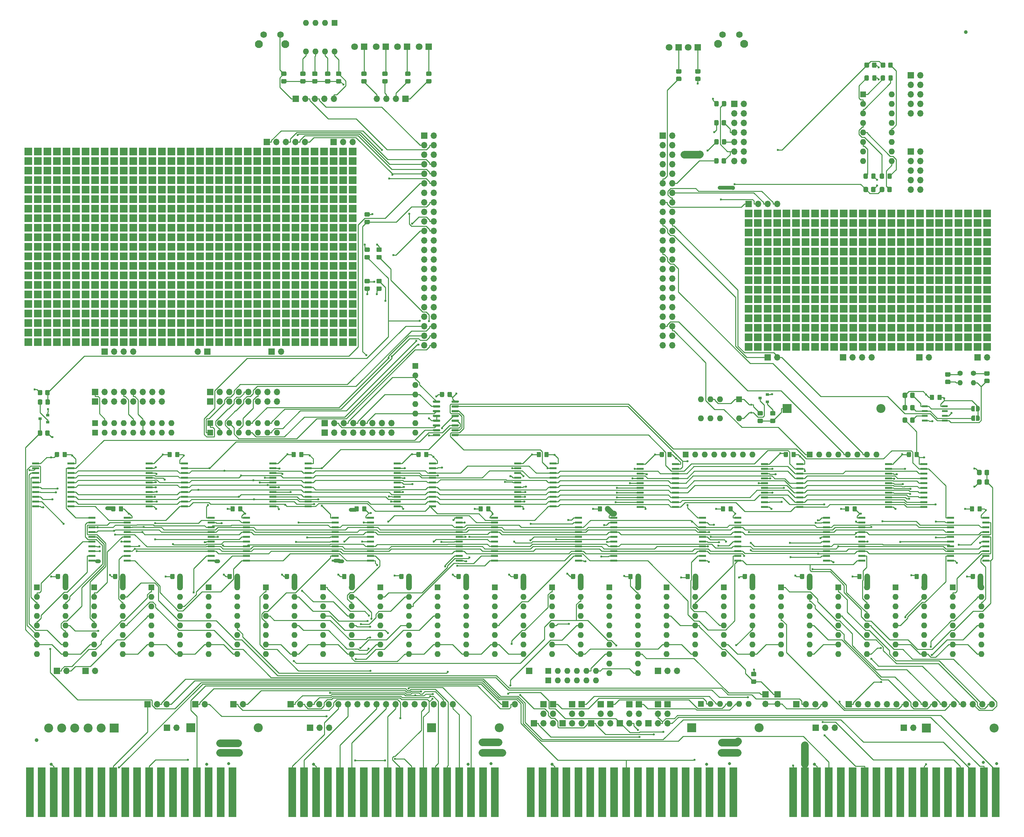
<source format=gbr>
G04 #@! TF.GenerationSoftware,KiCad,Pcbnew,(5.1.12)-1*
G04 #@! TF.CreationDate,2023-03-10T04:48:43+01:00*
G04 #@! TF.ProjectId,unibone,756e6962-6f6e-4652-9e6b-696361645f70,V1.0*
G04 #@! TF.SameCoordinates,Original*
G04 #@! TF.FileFunction,Copper,L1,Top*
G04 #@! TF.FilePolarity,Positive*
%FSLAX46Y46*%
G04 Gerber Fmt 4.6, Leading zero omitted, Abs format (unit mm)*
G04 Created by KiCad (PCBNEW (5.1.12)-1) date 2023-03-10 04:48:43*
%MOMM*%
%LPD*%
G01*
G04 APERTURE LIST*
G04 #@! TA.AperFunction,ComponentPad*
%ADD10O,2.400000X2.400000*%
G04 #@! TD*
G04 #@! TA.AperFunction,ComponentPad*
%ADD11R,2.400000X2.400000*%
G04 #@! TD*
G04 #@! TA.AperFunction,SMDPad,CuDef*
%ADD12C,0.304800*%
G04 #@! TD*
G04 #@! TA.AperFunction,ComponentPad*
%ADD13O,1.400000X1.400000*%
G04 #@! TD*
G04 #@! TA.AperFunction,ComponentPad*
%ADD14C,1.400000*%
G04 #@! TD*
G04 #@! TA.AperFunction,ComponentPad*
%ADD15C,2.100000*%
G04 #@! TD*
G04 #@! TA.AperFunction,ComponentPad*
%ADD16C,1.750000*%
G04 #@! TD*
G04 #@! TA.AperFunction,SMDPad,CuDef*
%ADD17R,0.450000X0.600000*%
G04 #@! TD*
G04 #@! TA.AperFunction,ComponentPad*
%ADD18O,1.700000X1.700000*%
G04 #@! TD*
G04 #@! TA.AperFunction,ComponentPad*
%ADD19R,1.700000X1.700000*%
G04 #@! TD*
G04 #@! TA.AperFunction,SMDPad,CuDef*
%ADD20R,0.900000X0.800000*%
G04 #@! TD*
G04 #@! TA.AperFunction,SMDPad,CuDef*
%ADD21C,1.000000*%
G04 #@! TD*
G04 #@! TA.AperFunction,ComponentPad*
%ADD22C,2.400000*%
G04 #@! TD*
G04 #@! TA.AperFunction,SMDPad,CuDef*
%ADD23R,1.950000X0.600000*%
G04 #@! TD*
G04 #@! TA.AperFunction,ComponentPad*
%ADD24R,2.159000X2.159000*%
G04 #@! TD*
G04 #@! TA.AperFunction,ComponentPad*
%ADD25R,1.600000X1.600000*%
G04 #@! TD*
G04 #@! TA.AperFunction,ComponentPad*
%ADD26O,1.600000X1.600000*%
G04 #@! TD*
G04 #@! TA.AperFunction,ComponentPad*
%ADD27C,1.800000*%
G04 #@! TD*
G04 #@! TA.AperFunction,ComponentPad*
%ADD28R,1.800000X1.800000*%
G04 #@! TD*
G04 #@! TA.AperFunction,ConnectorPad*
%ADD29R,2.032000X13.208000*%
G04 #@! TD*
G04 #@! TA.AperFunction,SMDPad,CuDef*
%ADD30R,1.550000X0.600000*%
G04 #@! TD*
G04 #@! TA.AperFunction,ViaPad*
%ADD31C,0.600000*%
G04 #@! TD*
G04 #@! TA.AperFunction,ViaPad*
%ADD32C,0.800000*%
G04 #@! TD*
G04 #@! TA.AperFunction,Conductor*
%ADD33C,0.250000*%
G04 #@! TD*
G04 #@! TA.AperFunction,Conductor*
%ADD34C,1.000000*%
G04 #@! TD*
G04 #@! TA.AperFunction,Conductor*
%ADD35C,1.500000*%
G04 #@! TD*
G04 #@! TA.AperFunction,Conductor*
%ADD36C,2.000000*%
G04 #@! TD*
G04 APERTURE END LIST*
D10*
X285035000Y-222250000D03*
D11*
X267035000Y-222250000D03*
D10*
X222505000Y-222220000D03*
D11*
X204505000Y-222220000D03*
D10*
X153290000Y-222220000D03*
D11*
X135290000Y-222220000D03*
D10*
X89155000Y-222220000D03*
D11*
X71155000Y-222220000D03*
G04 #@! TA.AperFunction,SMDPad,CuDef*
D12*
G36*
X280720000Y-138920602D02*
G01*
X280744534Y-138920602D01*
X280793365Y-138925412D01*
X280841490Y-138934984D01*
X280888445Y-138949228D01*
X280933778Y-138968005D01*
X280977051Y-138991136D01*
X281017850Y-139018396D01*
X281055779Y-139049524D01*
X281090476Y-139084221D01*
X281121604Y-139122150D01*
X281148864Y-139162949D01*
X281171995Y-139206222D01*
X281190772Y-139251555D01*
X281205016Y-139298510D01*
X281214588Y-139346635D01*
X281219398Y-139395466D01*
X281219398Y-139420000D01*
X281220000Y-139420000D01*
X281220000Y-139920000D01*
X281219398Y-139920000D01*
X281219398Y-139944534D01*
X281214588Y-139993365D01*
X281205016Y-140041490D01*
X281190772Y-140088445D01*
X281171995Y-140133778D01*
X281148864Y-140177051D01*
X281121604Y-140217850D01*
X281090476Y-140255779D01*
X281055779Y-140290476D01*
X281017850Y-140321604D01*
X280977051Y-140348864D01*
X280933778Y-140371995D01*
X280888445Y-140390772D01*
X280841490Y-140405016D01*
X280793365Y-140414588D01*
X280744534Y-140419398D01*
X280720000Y-140419398D01*
X280720000Y-140420000D01*
X280220000Y-140420000D01*
X280220000Y-138920000D01*
X280720000Y-138920000D01*
X280720000Y-138920602D01*
G37*
G04 #@! TD.AperFunction*
G04 #@! TA.AperFunction,SMDPad,CuDef*
G36*
X279920000Y-140420000D02*
G01*
X279420000Y-140420000D01*
X279420000Y-140419398D01*
X279395466Y-140419398D01*
X279346635Y-140414588D01*
X279298510Y-140405016D01*
X279251555Y-140390772D01*
X279206222Y-140371995D01*
X279162949Y-140348864D01*
X279122150Y-140321604D01*
X279084221Y-140290476D01*
X279049524Y-140255779D01*
X279018396Y-140217850D01*
X278991136Y-140177051D01*
X278968005Y-140133778D01*
X278949228Y-140088445D01*
X278934984Y-140041490D01*
X278925412Y-139993365D01*
X278920602Y-139944534D01*
X278920602Y-139920000D01*
X278920000Y-139920000D01*
X278920000Y-139420000D01*
X278920602Y-139420000D01*
X278920602Y-139395466D01*
X278925412Y-139346635D01*
X278934984Y-139298510D01*
X278949228Y-139251555D01*
X278968005Y-139206222D01*
X278991136Y-139162949D01*
X279018396Y-139122150D01*
X279049524Y-139084221D01*
X279084221Y-139049524D01*
X279122150Y-139018396D01*
X279162949Y-138991136D01*
X279206222Y-138968005D01*
X279251555Y-138949228D01*
X279298510Y-138934984D01*
X279346635Y-138925412D01*
X279395466Y-138920602D01*
X279420000Y-138920602D01*
X279420000Y-138920000D01*
X279920000Y-138920000D01*
X279920000Y-140420000D01*
G37*
G04 #@! TD.AperFunction*
G04 #@! TA.AperFunction,SMDPad,CuDef*
G36*
X280705000Y-136380602D02*
G01*
X280729534Y-136380602D01*
X280778365Y-136385412D01*
X280826490Y-136394984D01*
X280873445Y-136409228D01*
X280918778Y-136428005D01*
X280962051Y-136451136D01*
X281002850Y-136478396D01*
X281040779Y-136509524D01*
X281075476Y-136544221D01*
X281106604Y-136582150D01*
X281133864Y-136622949D01*
X281156995Y-136666222D01*
X281175772Y-136711555D01*
X281190016Y-136758510D01*
X281199588Y-136806635D01*
X281204398Y-136855466D01*
X281204398Y-136880000D01*
X281205000Y-136880000D01*
X281205000Y-137380000D01*
X281204398Y-137380000D01*
X281204398Y-137404534D01*
X281199588Y-137453365D01*
X281190016Y-137501490D01*
X281175772Y-137548445D01*
X281156995Y-137593778D01*
X281133864Y-137637051D01*
X281106604Y-137677850D01*
X281075476Y-137715779D01*
X281040779Y-137750476D01*
X281002850Y-137781604D01*
X280962051Y-137808864D01*
X280918778Y-137831995D01*
X280873445Y-137850772D01*
X280826490Y-137865016D01*
X280778365Y-137874588D01*
X280729534Y-137879398D01*
X280705000Y-137879398D01*
X280705000Y-137880000D01*
X280205000Y-137880000D01*
X280205000Y-136380000D01*
X280705000Y-136380000D01*
X280705000Y-136380602D01*
G37*
G04 #@! TD.AperFunction*
G04 #@! TA.AperFunction,SMDPad,CuDef*
G36*
X279905000Y-137880000D02*
G01*
X279405000Y-137880000D01*
X279405000Y-137879398D01*
X279380466Y-137879398D01*
X279331635Y-137874588D01*
X279283510Y-137865016D01*
X279236555Y-137850772D01*
X279191222Y-137831995D01*
X279147949Y-137808864D01*
X279107150Y-137781604D01*
X279069221Y-137750476D01*
X279034524Y-137715779D01*
X279003396Y-137677850D01*
X278976136Y-137637051D01*
X278953005Y-137593778D01*
X278934228Y-137548445D01*
X278919984Y-137501490D01*
X278910412Y-137453365D01*
X278905602Y-137404534D01*
X278905602Y-137380000D01*
X278905000Y-137380000D01*
X278905000Y-136880000D01*
X278905602Y-136880000D01*
X278905602Y-136855466D01*
X278910412Y-136806635D01*
X278919984Y-136758510D01*
X278934228Y-136711555D01*
X278953005Y-136666222D01*
X278976136Y-136622949D01*
X279003396Y-136582150D01*
X279034524Y-136544221D01*
X279069221Y-136509524D01*
X279107150Y-136478396D01*
X279147949Y-136451136D01*
X279191222Y-136428005D01*
X279236555Y-136409228D01*
X279283510Y-136394984D01*
X279331635Y-136385412D01*
X279380466Y-136380602D01*
X279405000Y-136380602D01*
X279405000Y-136380000D01*
X279905000Y-136380000D01*
X279905000Y-137880000D01*
G37*
G04 #@! TD.AperFunction*
D13*
X276006000Y-130272000D03*
D14*
X276006000Y-127732000D03*
D13*
X279562000Y-130272000D03*
D14*
X279562000Y-127732000D03*
D15*
X211510000Y-39925000D03*
D16*
X212760000Y-37435000D03*
X217260000Y-37435000D03*
D15*
X218520000Y-39925000D03*
G04 #@! TA.AperFunction,SMDPad,CuDef*
G36*
G01*
X272253999Y-129402000D02*
X273154001Y-129402000D01*
G75*
G02*
X273404000Y-129651999I0J-249999D01*
G01*
X273404000Y-130352001D01*
G75*
G02*
X273154001Y-130602000I-249999J0D01*
G01*
X272253999Y-130602000D01*
G75*
G02*
X272004000Y-130352001I0J249999D01*
G01*
X272004000Y-129651999D01*
G75*
G02*
X272253999Y-129402000I249999J0D01*
G01*
G37*
G04 #@! TD.AperFunction*
G04 #@! TA.AperFunction,SMDPad,CuDef*
G36*
G01*
X272253999Y-127402000D02*
X273154001Y-127402000D01*
G75*
G02*
X273404000Y-127651999I0J-249999D01*
G01*
X273404000Y-128352001D01*
G75*
G02*
X273154001Y-128602000I-249999J0D01*
G01*
X272253999Y-128602000D01*
G75*
G02*
X272004000Y-128352001I0J249999D01*
G01*
X272004000Y-127651999D01*
G75*
G02*
X272253999Y-127402000I249999J0D01*
G01*
G37*
G04 #@! TD.AperFunction*
G04 #@! TA.AperFunction,SMDPad,CuDef*
G36*
G01*
X282667999Y-129148000D02*
X283568001Y-129148000D01*
G75*
G02*
X283818000Y-129397999I0J-249999D01*
G01*
X283818000Y-130098001D01*
G75*
G02*
X283568001Y-130348000I-249999J0D01*
G01*
X282667999Y-130348000D01*
G75*
G02*
X282418000Y-130098001I0J249999D01*
G01*
X282418000Y-129397999D01*
G75*
G02*
X282667999Y-129148000I249999J0D01*
G01*
G37*
G04 #@! TD.AperFunction*
G04 #@! TA.AperFunction,SMDPad,CuDef*
G36*
G01*
X282667999Y-127148000D02*
X283568001Y-127148000D01*
G75*
G02*
X283818000Y-127397999I0J-249999D01*
G01*
X283818000Y-128098001D01*
G75*
G02*
X283568001Y-128348000I-249999J0D01*
G01*
X282667999Y-128348000D01*
G75*
G02*
X282418000Y-128098001I0J249999D01*
G01*
X282418000Y-127397999D01*
G75*
G02*
X282667999Y-127148000I249999J0D01*
G01*
G37*
G04 #@! TD.AperFunction*
G04 #@! TA.AperFunction,SMDPad,CuDef*
G36*
G01*
X262690000Y-140628001D02*
X262690000Y-139727999D01*
G75*
G02*
X262939999Y-139478000I249999J0D01*
G01*
X263640001Y-139478000D01*
G75*
G02*
X263890000Y-139727999I0J-249999D01*
G01*
X263890000Y-140628001D01*
G75*
G02*
X263640001Y-140878000I-249999J0D01*
G01*
X262939999Y-140878000D01*
G75*
G02*
X262690000Y-140628001I0J249999D01*
G01*
G37*
G04 #@! TD.AperFunction*
G04 #@! TA.AperFunction,SMDPad,CuDef*
G36*
G01*
X260690000Y-140628001D02*
X260690000Y-139727999D01*
G75*
G02*
X260939999Y-139478000I249999J0D01*
G01*
X261640001Y-139478000D01*
G75*
G02*
X261890000Y-139727999I0J-249999D01*
G01*
X261890000Y-140628001D01*
G75*
G02*
X261640001Y-140878000I-249999J0D01*
G01*
X260939999Y-140878000D01*
G75*
G02*
X260690000Y-140628001I0J249999D01*
G01*
G37*
G04 #@! TD.AperFunction*
G04 #@! TA.AperFunction,SMDPad,CuDef*
G36*
G01*
X261890000Y-136425999D02*
X261890000Y-137326001D01*
G75*
G02*
X261640001Y-137576000I-249999J0D01*
G01*
X260939999Y-137576000D01*
G75*
G02*
X260690000Y-137326001I0J249999D01*
G01*
X260690000Y-136425999D01*
G75*
G02*
X260939999Y-136176000I249999J0D01*
G01*
X261640001Y-136176000D01*
G75*
G02*
X261890000Y-136425999I0J-249999D01*
G01*
G37*
G04 #@! TD.AperFunction*
G04 #@! TA.AperFunction,SMDPad,CuDef*
G36*
G01*
X263890000Y-136425999D02*
X263890000Y-137326001D01*
G75*
G02*
X263640001Y-137576000I-249999J0D01*
G01*
X262939999Y-137576000D01*
G75*
G02*
X262690000Y-137326001I0J249999D01*
G01*
X262690000Y-136425999D01*
G75*
G02*
X262939999Y-136176000I249999J0D01*
G01*
X263640001Y-136176000D01*
G75*
G02*
X263890000Y-136425999I0J-249999D01*
G01*
G37*
G04 #@! TD.AperFunction*
G04 #@! TA.AperFunction,SMDPad,CuDef*
G36*
G01*
X261890000Y-133123999D02*
X261890000Y-134024001D01*
G75*
G02*
X261640001Y-134274000I-249999J0D01*
G01*
X260939999Y-134274000D01*
G75*
G02*
X260690000Y-134024001I0J249999D01*
G01*
X260690000Y-133123999D01*
G75*
G02*
X260939999Y-132874000I249999J0D01*
G01*
X261640001Y-132874000D01*
G75*
G02*
X261890000Y-133123999I0J-249999D01*
G01*
G37*
G04 #@! TD.AperFunction*
G04 #@! TA.AperFunction,SMDPad,CuDef*
G36*
G01*
X263890000Y-133123999D02*
X263890000Y-134024001D01*
G75*
G02*
X263640001Y-134274000I-249999J0D01*
G01*
X262939999Y-134274000D01*
G75*
G02*
X262690000Y-134024001I0J249999D01*
G01*
X262690000Y-133123999D01*
G75*
G02*
X262939999Y-132874000I249999J0D01*
G01*
X263640001Y-132874000D01*
G75*
G02*
X263890000Y-133123999I0J-249999D01*
G01*
G37*
G04 #@! TD.AperFunction*
G04 #@! TA.AperFunction,SMDPad,CuDef*
G36*
G01*
X95469999Y-49265000D02*
X96370001Y-49265000D01*
G75*
G02*
X96620000Y-49514999I0J-249999D01*
G01*
X96620000Y-50215001D01*
G75*
G02*
X96370001Y-50465000I-249999J0D01*
G01*
X95469999Y-50465000D01*
G75*
G02*
X95220000Y-50215001I0J249999D01*
G01*
X95220000Y-49514999D01*
G75*
G02*
X95469999Y-49265000I249999J0D01*
G01*
G37*
G04 #@! TD.AperFunction*
G04 #@! TA.AperFunction,SMDPad,CuDef*
G36*
G01*
X95469999Y-47265000D02*
X96370001Y-47265000D01*
G75*
G02*
X96620000Y-47514999I0J-249999D01*
G01*
X96620000Y-48215001D01*
G75*
G02*
X96370001Y-48465000I-249999J0D01*
G01*
X95469999Y-48465000D01*
G75*
G02*
X95220000Y-48215001I0J249999D01*
G01*
X95220000Y-47514999D01*
G75*
G02*
X95469999Y-47265000I249999J0D01*
G01*
G37*
G04 #@! TD.AperFunction*
G04 #@! TA.AperFunction,SMDPad,CuDef*
G36*
G01*
X100549999Y-49265000D02*
X101450001Y-49265000D01*
G75*
G02*
X101700000Y-49514999I0J-249999D01*
G01*
X101700000Y-50215001D01*
G75*
G02*
X101450001Y-50465000I-249999J0D01*
G01*
X100549999Y-50465000D01*
G75*
G02*
X100300000Y-50215001I0J249999D01*
G01*
X100300000Y-49514999D01*
G75*
G02*
X100549999Y-49265000I249999J0D01*
G01*
G37*
G04 #@! TD.AperFunction*
G04 #@! TA.AperFunction,SMDPad,CuDef*
G36*
G01*
X100549999Y-47265000D02*
X101450001Y-47265000D01*
G75*
G02*
X101700000Y-47514999I0J-249999D01*
G01*
X101700000Y-48215001D01*
G75*
G02*
X101450001Y-48465000I-249999J0D01*
G01*
X100549999Y-48465000D01*
G75*
G02*
X100300000Y-48215001I0J249999D01*
G01*
X100300000Y-47514999D01*
G75*
G02*
X100549999Y-47265000I249999J0D01*
G01*
G37*
G04 #@! TD.AperFunction*
G04 #@! TA.AperFunction,SMDPad,CuDef*
G36*
G01*
X103724999Y-49265000D02*
X104625001Y-49265000D01*
G75*
G02*
X104875000Y-49514999I0J-249999D01*
G01*
X104875000Y-50215001D01*
G75*
G02*
X104625001Y-50465000I-249999J0D01*
G01*
X103724999Y-50465000D01*
G75*
G02*
X103475000Y-50215001I0J249999D01*
G01*
X103475000Y-49514999D01*
G75*
G02*
X103724999Y-49265000I249999J0D01*
G01*
G37*
G04 #@! TD.AperFunction*
G04 #@! TA.AperFunction,SMDPad,CuDef*
G36*
G01*
X103724999Y-47265000D02*
X104625001Y-47265000D01*
G75*
G02*
X104875000Y-47514999I0J-249999D01*
G01*
X104875000Y-48215001D01*
G75*
G02*
X104625001Y-48465000I-249999J0D01*
G01*
X103724999Y-48465000D01*
G75*
G02*
X103475000Y-48215001I0J249999D01*
G01*
X103475000Y-47514999D01*
G75*
G02*
X103724999Y-47265000I249999J0D01*
G01*
G37*
G04 #@! TD.AperFunction*
G04 #@! TA.AperFunction,SMDPad,CuDef*
G36*
G01*
X107153999Y-49265000D02*
X108054001Y-49265000D01*
G75*
G02*
X108304000Y-49514999I0J-249999D01*
G01*
X108304000Y-50215001D01*
G75*
G02*
X108054001Y-50465000I-249999J0D01*
G01*
X107153999Y-50465000D01*
G75*
G02*
X106904000Y-50215001I0J249999D01*
G01*
X106904000Y-49514999D01*
G75*
G02*
X107153999Y-49265000I249999J0D01*
G01*
G37*
G04 #@! TD.AperFunction*
G04 #@! TA.AperFunction,SMDPad,CuDef*
G36*
G01*
X107153999Y-47265000D02*
X108054001Y-47265000D01*
G75*
G02*
X108304000Y-47514999I0J-249999D01*
G01*
X108304000Y-48215001D01*
G75*
G02*
X108054001Y-48465000I-249999J0D01*
G01*
X107153999Y-48465000D01*
G75*
G02*
X106904000Y-48215001I0J249999D01*
G01*
X106904000Y-47514999D01*
G75*
G02*
X107153999Y-47265000I249999J0D01*
G01*
G37*
G04 #@! TD.AperFunction*
G04 #@! TA.AperFunction,SMDPad,CuDef*
G36*
G01*
X110074999Y-49265000D02*
X110975001Y-49265000D01*
G75*
G02*
X111225000Y-49514999I0J-249999D01*
G01*
X111225000Y-50215001D01*
G75*
G02*
X110975001Y-50465000I-249999J0D01*
G01*
X110074999Y-50465000D01*
G75*
G02*
X109825000Y-50215001I0J249999D01*
G01*
X109825000Y-49514999D01*
G75*
G02*
X110074999Y-49265000I249999J0D01*
G01*
G37*
G04 #@! TD.AperFunction*
G04 #@! TA.AperFunction,SMDPad,CuDef*
G36*
G01*
X110074999Y-47265000D02*
X110975001Y-47265000D01*
G75*
G02*
X111225000Y-47514999I0J-249999D01*
G01*
X111225000Y-48215001D01*
G75*
G02*
X110975001Y-48465000I-249999J0D01*
G01*
X110074999Y-48465000D01*
G75*
G02*
X109825000Y-48215001I0J249999D01*
G01*
X109825000Y-47514999D01*
G75*
G02*
X110074999Y-47265000I249999J0D01*
G01*
G37*
G04 #@! TD.AperFunction*
G04 #@! TA.AperFunction,SMDPad,CuDef*
G36*
G01*
X116805999Y-49265000D02*
X117706001Y-49265000D01*
G75*
G02*
X117956000Y-49514999I0J-249999D01*
G01*
X117956000Y-50215001D01*
G75*
G02*
X117706001Y-50465000I-249999J0D01*
G01*
X116805999Y-50465000D01*
G75*
G02*
X116556000Y-50215001I0J249999D01*
G01*
X116556000Y-49514999D01*
G75*
G02*
X116805999Y-49265000I249999J0D01*
G01*
G37*
G04 #@! TD.AperFunction*
G04 #@! TA.AperFunction,SMDPad,CuDef*
G36*
G01*
X116805999Y-47265000D02*
X117706001Y-47265000D01*
G75*
G02*
X117956000Y-47514999I0J-249999D01*
G01*
X117956000Y-48215001D01*
G75*
G02*
X117706001Y-48465000I-249999J0D01*
G01*
X116805999Y-48465000D01*
G75*
G02*
X116556000Y-48215001I0J249999D01*
G01*
X116556000Y-47514999D01*
G75*
G02*
X116805999Y-47265000I249999J0D01*
G01*
G37*
G04 #@! TD.AperFunction*
G04 #@! TA.AperFunction,SMDPad,CuDef*
G36*
G01*
X122393999Y-49265000D02*
X123294001Y-49265000D01*
G75*
G02*
X123544000Y-49514999I0J-249999D01*
G01*
X123544000Y-50215001D01*
G75*
G02*
X123294001Y-50465000I-249999J0D01*
G01*
X122393999Y-50465000D01*
G75*
G02*
X122144000Y-50215001I0J249999D01*
G01*
X122144000Y-49514999D01*
G75*
G02*
X122393999Y-49265000I249999J0D01*
G01*
G37*
G04 #@! TD.AperFunction*
G04 #@! TA.AperFunction,SMDPad,CuDef*
G36*
G01*
X122393999Y-47265000D02*
X123294001Y-47265000D01*
G75*
G02*
X123544000Y-47514999I0J-249999D01*
G01*
X123544000Y-48215001D01*
G75*
G02*
X123294001Y-48465000I-249999J0D01*
G01*
X122393999Y-48465000D01*
G75*
G02*
X122144000Y-48215001I0J249999D01*
G01*
X122144000Y-47514999D01*
G75*
G02*
X122393999Y-47265000I249999J0D01*
G01*
G37*
G04 #@! TD.AperFunction*
G04 #@! TA.AperFunction,SMDPad,CuDef*
G36*
G01*
X128489999Y-49265000D02*
X129390001Y-49265000D01*
G75*
G02*
X129640000Y-49514999I0J-249999D01*
G01*
X129640000Y-50215001D01*
G75*
G02*
X129390001Y-50465000I-249999J0D01*
G01*
X128489999Y-50465000D01*
G75*
G02*
X128240000Y-50215001I0J249999D01*
G01*
X128240000Y-49514999D01*
G75*
G02*
X128489999Y-49265000I249999J0D01*
G01*
G37*
G04 #@! TD.AperFunction*
G04 #@! TA.AperFunction,SMDPad,CuDef*
G36*
G01*
X128489999Y-47265000D02*
X129390001Y-47265000D01*
G75*
G02*
X129640000Y-47514999I0J-249999D01*
G01*
X129640000Y-48215001D01*
G75*
G02*
X129390001Y-48465000I-249999J0D01*
G01*
X128489999Y-48465000D01*
G75*
G02*
X128240000Y-48215001I0J249999D01*
G01*
X128240000Y-47514999D01*
G75*
G02*
X128489999Y-47265000I249999J0D01*
G01*
G37*
G04 #@! TD.AperFunction*
G04 #@! TA.AperFunction,SMDPad,CuDef*
G36*
G01*
X134077999Y-49265000D02*
X134978001Y-49265000D01*
G75*
G02*
X135228000Y-49514999I0J-249999D01*
G01*
X135228000Y-50215001D01*
G75*
G02*
X134978001Y-50465000I-249999J0D01*
G01*
X134077999Y-50465000D01*
G75*
G02*
X133828000Y-50215001I0J249999D01*
G01*
X133828000Y-49514999D01*
G75*
G02*
X134077999Y-49265000I249999J0D01*
G01*
G37*
G04 #@! TD.AperFunction*
G04 #@! TA.AperFunction,SMDPad,CuDef*
G36*
G01*
X134077999Y-47265000D02*
X134978001Y-47265000D01*
G75*
G02*
X135228000Y-47514999I0J-249999D01*
G01*
X135228000Y-48215001D01*
G75*
G02*
X134978001Y-48465000I-249999J0D01*
G01*
X134077999Y-48465000D01*
G75*
G02*
X133828000Y-48215001I0J249999D01*
G01*
X133828000Y-47514999D01*
G75*
G02*
X134077999Y-47265000I249999J0D01*
G01*
G37*
G04 #@! TD.AperFunction*
D17*
X220380000Y-138180000D03*
X220380000Y-136080000D03*
D18*
X200660000Y-207010000D03*
X198120000Y-207010000D03*
D19*
X195580000Y-207010000D03*
G04 #@! TA.AperFunction,SMDPad,CuDef*
G36*
G01*
X220564999Y-209285000D02*
X221465001Y-209285000D01*
G75*
G02*
X221715000Y-209534999I0J-249999D01*
G01*
X221715000Y-210235001D01*
G75*
G02*
X221465001Y-210485000I-249999J0D01*
G01*
X220564999Y-210485000D01*
G75*
G02*
X220315000Y-210235001I0J249999D01*
G01*
X220315000Y-209534999D01*
G75*
G02*
X220564999Y-209285000I249999J0D01*
G01*
G37*
G04 #@! TD.AperFunction*
G04 #@! TA.AperFunction,SMDPad,CuDef*
G36*
G01*
X220564999Y-207285000D02*
X221465001Y-207285000D01*
G75*
G02*
X221715000Y-207534999I0J-249999D01*
G01*
X221715000Y-208235001D01*
G75*
G02*
X221465001Y-208485000I-249999J0D01*
G01*
X220564999Y-208485000D01*
G75*
G02*
X220315000Y-208235001I0J249999D01*
G01*
X220315000Y-207534999D01*
G75*
G02*
X220564999Y-207285000I249999J0D01*
G01*
G37*
G04 #@! TD.AperFunction*
D18*
X224190000Y-215870000D03*
D19*
X224190000Y-213330000D03*
D18*
X227365000Y-215870000D03*
D19*
X227365000Y-213330000D03*
G04 #@! TA.AperFunction,SMDPad,CuDef*
G36*
G01*
X251476000Y-78259999D02*
X251476000Y-79160001D01*
G75*
G02*
X251226001Y-79410000I-249999J0D01*
G01*
X250525999Y-79410000D01*
G75*
G02*
X250276000Y-79160001I0J249999D01*
G01*
X250276000Y-78259999D01*
G75*
G02*
X250525999Y-78010000I249999J0D01*
G01*
X251226001Y-78010000D01*
G75*
G02*
X251476000Y-78259999I0J-249999D01*
G01*
G37*
G04 #@! TD.AperFunction*
G04 #@! TA.AperFunction,SMDPad,CuDef*
G36*
G01*
X253476000Y-78259999D02*
X253476000Y-79160001D01*
G75*
G02*
X253226001Y-79410000I-249999J0D01*
G01*
X252525999Y-79410000D01*
G75*
G02*
X252276000Y-79160001I0J249999D01*
G01*
X252276000Y-78259999D01*
G75*
G02*
X252525999Y-78010000I249999J0D01*
G01*
X253226001Y-78010000D01*
G75*
G02*
X253476000Y-78259999I0J-249999D01*
G01*
G37*
G04 #@! TD.AperFunction*
G04 #@! TA.AperFunction,SMDPad,CuDef*
G36*
G01*
X251730000Y-45112999D02*
X251730000Y-46013001D01*
G75*
G02*
X251480001Y-46263000I-249999J0D01*
G01*
X250779999Y-46263000D01*
G75*
G02*
X250530000Y-46013001I0J249999D01*
G01*
X250530000Y-45112999D01*
G75*
G02*
X250779999Y-44863000I249999J0D01*
G01*
X251480001Y-44863000D01*
G75*
G02*
X251730000Y-45112999I0J-249999D01*
G01*
G37*
G04 #@! TD.AperFunction*
G04 #@! TA.AperFunction,SMDPad,CuDef*
G36*
G01*
X253730000Y-45112999D02*
X253730000Y-46013001D01*
G75*
G02*
X253480001Y-46263000I-249999J0D01*
G01*
X252779999Y-46263000D01*
G75*
G02*
X252530000Y-46013001I0J249999D01*
G01*
X252530000Y-45112999D01*
G75*
G02*
X252779999Y-44863000I249999J0D01*
G01*
X253480001Y-44863000D01*
G75*
G02*
X253730000Y-45112999I0J-249999D01*
G01*
G37*
G04 #@! TD.AperFunction*
G04 #@! TA.AperFunction,SMDPad,CuDef*
G36*
G01*
X255794000Y-78259999D02*
X255794000Y-79160001D01*
G75*
G02*
X255544001Y-79410000I-249999J0D01*
G01*
X254843999Y-79410000D01*
G75*
G02*
X254594000Y-79160001I0J249999D01*
G01*
X254594000Y-78259999D01*
G75*
G02*
X254843999Y-78010000I249999J0D01*
G01*
X255544001Y-78010000D01*
G75*
G02*
X255794000Y-78259999I0J-249999D01*
G01*
G37*
G04 #@! TD.AperFunction*
G04 #@! TA.AperFunction,SMDPad,CuDef*
G36*
G01*
X257794000Y-78259999D02*
X257794000Y-79160001D01*
G75*
G02*
X257544001Y-79410000I-249999J0D01*
G01*
X256843999Y-79410000D01*
G75*
G02*
X256594000Y-79160001I0J249999D01*
G01*
X256594000Y-78259999D01*
G75*
G02*
X256843999Y-78010000I249999J0D01*
G01*
X257544001Y-78010000D01*
G75*
G02*
X257794000Y-78259999I0J-249999D01*
G01*
G37*
G04 #@! TD.AperFunction*
G04 #@! TA.AperFunction,SMDPad,CuDef*
G36*
G01*
X256048000Y-45112999D02*
X256048000Y-46013001D01*
G75*
G02*
X255798001Y-46263000I-249999J0D01*
G01*
X255097999Y-46263000D01*
G75*
G02*
X254848000Y-46013001I0J249999D01*
G01*
X254848000Y-45112999D01*
G75*
G02*
X255097999Y-44863000I249999J0D01*
G01*
X255798001Y-44863000D01*
G75*
G02*
X256048000Y-45112999I0J-249999D01*
G01*
G37*
G04 #@! TD.AperFunction*
G04 #@! TA.AperFunction,SMDPad,CuDef*
G36*
G01*
X258048000Y-45112999D02*
X258048000Y-46013001D01*
G75*
G02*
X257798001Y-46263000I-249999J0D01*
G01*
X257097999Y-46263000D01*
G75*
G02*
X256848000Y-46013001I0J249999D01*
G01*
X256848000Y-45112999D01*
G75*
G02*
X257097999Y-44863000I249999J0D01*
G01*
X257798001Y-44863000D01*
G75*
G02*
X258048000Y-45112999I0J-249999D01*
G01*
G37*
G04 #@! TD.AperFunction*
G04 #@! TA.AperFunction,SMDPad,CuDef*
G36*
G01*
X212490000Y-71540001D02*
X212490000Y-70639999D01*
G75*
G02*
X212739999Y-70390000I249999J0D01*
G01*
X213440001Y-70390000D01*
G75*
G02*
X213690000Y-70639999I0J-249999D01*
G01*
X213690000Y-71540001D01*
G75*
G02*
X213440001Y-71790000I-249999J0D01*
G01*
X212739999Y-71790000D01*
G75*
G02*
X212490000Y-71540001I0J249999D01*
G01*
G37*
G04 #@! TD.AperFunction*
G04 #@! TA.AperFunction,SMDPad,CuDef*
G36*
G01*
X210490000Y-71540001D02*
X210490000Y-70639999D01*
G75*
G02*
X210739999Y-70390000I249999J0D01*
G01*
X211440001Y-70390000D01*
G75*
G02*
X211690000Y-70639999I0J-249999D01*
G01*
X211690000Y-71540001D01*
G75*
G02*
X211440001Y-71790000I-249999J0D01*
G01*
X210739999Y-71790000D01*
G75*
G02*
X210490000Y-71540001I0J249999D01*
G01*
G37*
G04 #@! TD.AperFunction*
G04 #@! TA.AperFunction,SMDPad,CuDef*
G36*
G01*
X212525000Y-66460001D02*
X212525000Y-65559999D01*
G75*
G02*
X212774999Y-65310000I249999J0D01*
G01*
X213475001Y-65310000D01*
G75*
G02*
X213725000Y-65559999I0J-249999D01*
G01*
X213725000Y-66460001D01*
G75*
G02*
X213475001Y-66710000I-249999J0D01*
G01*
X212774999Y-66710000D01*
G75*
G02*
X212525000Y-66460001I0J249999D01*
G01*
G37*
G04 #@! TD.AperFunction*
G04 #@! TA.AperFunction,SMDPad,CuDef*
G36*
G01*
X210525000Y-66460001D02*
X210525000Y-65559999D01*
G75*
G02*
X210774999Y-65310000I249999J0D01*
G01*
X211475001Y-65310000D01*
G75*
G02*
X211725000Y-65559999I0J-249999D01*
G01*
X211725000Y-66460001D01*
G75*
G02*
X211475001Y-66710000I-249999J0D01*
G01*
X210774999Y-66710000D01*
G75*
G02*
X210525000Y-66460001I0J249999D01*
G01*
G37*
G04 #@! TD.AperFunction*
G04 #@! TA.AperFunction,SMDPad,CuDef*
G36*
G01*
X212490000Y-61380001D02*
X212490000Y-60479999D01*
G75*
G02*
X212739999Y-60230000I249999J0D01*
G01*
X213440001Y-60230000D01*
G75*
G02*
X213690000Y-60479999I0J-249999D01*
G01*
X213690000Y-61380001D01*
G75*
G02*
X213440001Y-61630000I-249999J0D01*
G01*
X212739999Y-61630000D01*
G75*
G02*
X212490000Y-61380001I0J249999D01*
G01*
G37*
G04 #@! TD.AperFunction*
G04 #@! TA.AperFunction,SMDPad,CuDef*
G36*
G01*
X210490000Y-61380001D02*
X210490000Y-60479999D01*
G75*
G02*
X210739999Y-60230000I249999J0D01*
G01*
X211440001Y-60230000D01*
G75*
G02*
X211690000Y-60479999I0J-249999D01*
G01*
X211690000Y-61380001D01*
G75*
G02*
X211440001Y-61630000I-249999J0D01*
G01*
X210739999Y-61630000D01*
G75*
G02*
X210490000Y-61380001I0J249999D01*
G01*
G37*
G04 #@! TD.AperFunction*
G04 #@! TA.AperFunction,SMDPad,CuDef*
G36*
G01*
X223213001Y-138981000D02*
X222312999Y-138981000D01*
G75*
G02*
X222063000Y-138731001I0J249999D01*
G01*
X222063000Y-138030999D01*
G75*
G02*
X222312999Y-137781000I249999J0D01*
G01*
X223213001Y-137781000D01*
G75*
G02*
X223463000Y-138030999I0J-249999D01*
G01*
X223463000Y-138731001D01*
G75*
G02*
X223213001Y-138981000I-249999J0D01*
G01*
G37*
G04 #@! TD.AperFunction*
G04 #@! TA.AperFunction,SMDPad,CuDef*
G36*
G01*
X223213001Y-140981000D02*
X222312999Y-140981000D01*
G75*
G02*
X222063000Y-140731001I0J249999D01*
G01*
X222063000Y-140030999D01*
G75*
G02*
X222312999Y-139781000I249999J0D01*
G01*
X223213001Y-139781000D01*
G75*
G02*
X223463000Y-140030999I0J-249999D01*
G01*
X223463000Y-140731001D01*
G75*
G02*
X223213001Y-140981000I-249999J0D01*
G01*
G37*
G04 #@! TD.AperFunction*
G04 #@! TA.AperFunction,SMDPad,CuDef*
G36*
G01*
X118560001Y-85960000D02*
X117659999Y-85960000D01*
G75*
G02*
X117410000Y-85710001I0J249999D01*
G01*
X117410000Y-85009999D01*
G75*
G02*
X117659999Y-84760000I249999J0D01*
G01*
X118560001Y-84760000D01*
G75*
G02*
X118810000Y-85009999I0J-249999D01*
G01*
X118810000Y-85710001D01*
G75*
G02*
X118560001Y-85960000I-249999J0D01*
G01*
G37*
G04 #@! TD.AperFunction*
G04 #@! TA.AperFunction,SMDPad,CuDef*
G36*
G01*
X118560001Y-87960000D02*
X117659999Y-87960000D01*
G75*
G02*
X117410000Y-87710001I0J249999D01*
G01*
X117410000Y-87009999D01*
G75*
G02*
X117659999Y-86760000I249999J0D01*
G01*
X118560001Y-86760000D01*
G75*
G02*
X118810000Y-87009999I0J-249999D01*
G01*
X118810000Y-87710001D01*
G75*
G02*
X118560001Y-87960000I-249999J0D01*
G01*
G37*
G04 #@! TD.AperFunction*
G04 #@! TA.AperFunction,SMDPad,CuDef*
G36*
G01*
X200625999Y-48630000D02*
X201526001Y-48630000D01*
G75*
G02*
X201776000Y-48879999I0J-249999D01*
G01*
X201776000Y-49580001D01*
G75*
G02*
X201526001Y-49830000I-249999J0D01*
G01*
X200625999Y-49830000D01*
G75*
G02*
X200376000Y-49580001I0J249999D01*
G01*
X200376000Y-48879999D01*
G75*
G02*
X200625999Y-48630000I249999J0D01*
G01*
G37*
G04 #@! TD.AperFunction*
G04 #@! TA.AperFunction,SMDPad,CuDef*
G36*
G01*
X200625999Y-46630000D02*
X201526001Y-46630000D01*
G75*
G02*
X201776000Y-46879999I0J-249999D01*
G01*
X201776000Y-47580001D01*
G75*
G02*
X201526001Y-47830000I-249999J0D01*
G01*
X200625999Y-47830000D01*
G75*
G02*
X200376000Y-47580001I0J249999D01*
G01*
X200376000Y-46879999D01*
G75*
G02*
X200625999Y-46630000I249999J0D01*
G01*
G37*
G04 #@! TD.AperFunction*
G04 #@! TA.AperFunction,SMDPad,CuDef*
G36*
G01*
X117659999Y-104540000D02*
X118560001Y-104540000D01*
G75*
G02*
X118810000Y-104789999I0J-249999D01*
G01*
X118810000Y-105490001D01*
G75*
G02*
X118560001Y-105740000I-249999J0D01*
G01*
X117659999Y-105740000D01*
G75*
G02*
X117410000Y-105490001I0J249999D01*
G01*
X117410000Y-104789999D01*
G75*
G02*
X117659999Y-104540000I249999J0D01*
G01*
G37*
G04 #@! TD.AperFunction*
G04 #@! TA.AperFunction,SMDPad,CuDef*
G36*
G01*
X117659999Y-102540000D02*
X118560001Y-102540000D01*
G75*
G02*
X118810000Y-102789999I0J-249999D01*
G01*
X118810000Y-103490001D01*
G75*
G02*
X118560001Y-103740000I-249999J0D01*
G01*
X117659999Y-103740000D01*
G75*
G02*
X117410000Y-103490001I0J249999D01*
G01*
X117410000Y-102789999D01*
G75*
G02*
X117659999Y-102540000I249999J0D01*
G01*
G37*
G04 #@! TD.AperFunction*
G04 #@! TA.AperFunction,SMDPad,CuDef*
G36*
G01*
X120834999Y-104540000D02*
X121735001Y-104540000D01*
G75*
G02*
X121985000Y-104789999I0J-249999D01*
G01*
X121985000Y-105490001D01*
G75*
G02*
X121735001Y-105740000I-249999J0D01*
G01*
X120834999Y-105740000D01*
G75*
G02*
X120585000Y-105490001I0J249999D01*
G01*
X120585000Y-104789999D01*
G75*
G02*
X120834999Y-104540000I249999J0D01*
G01*
G37*
G04 #@! TD.AperFunction*
G04 #@! TA.AperFunction,SMDPad,CuDef*
G36*
G01*
X120834999Y-102540000D02*
X121735001Y-102540000D01*
G75*
G02*
X121985000Y-102789999I0J-249999D01*
G01*
X121985000Y-103490001D01*
G75*
G02*
X121735001Y-103740000I-249999J0D01*
G01*
X120834999Y-103740000D01*
G75*
G02*
X120585000Y-103490001I0J249999D01*
G01*
X120585000Y-102789999D01*
G75*
G02*
X120834999Y-102540000I249999J0D01*
G01*
G37*
G04 #@! TD.AperFunction*
G04 #@! TA.AperFunction,SMDPad,CuDef*
G36*
G01*
X120834999Y-96158000D02*
X121735001Y-96158000D01*
G75*
G02*
X121985000Y-96407999I0J-249999D01*
G01*
X121985000Y-97108001D01*
G75*
G02*
X121735001Y-97358000I-249999J0D01*
G01*
X120834999Y-97358000D01*
G75*
G02*
X120585000Y-97108001I0J249999D01*
G01*
X120585000Y-96407999D01*
G75*
G02*
X120834999Y-96158000I249999J0D01*
G01*
G37*
G04 #@! TD.AperFunction*
G04 #@! TA.AperFunction,SMDPad,CuDef*
G36*
G01*
X120834999Y-94158000D02*
X121735001Y-94158000D01*
G75*
G02*
X121985000Y-94407999I0J-249999D01*
G01*
X121985000Y-95108001D01*
G75*
G02*
X121735001Y-95358000I-249999J0D01*
G01*
X120834999Y-95358000D01*
G75*
G02*
X120585000Y-95108001I0J249999D01*
G01*
X120585000Y-94407999D01*
G75*
G02*
X120834999Y-94158000I249999J0D01*
G01*
G37*
G04 #@! TD.AperFunction*
G04 #@! TA.AperFunction,SMDPad,CuDef*
G36*
G01*
X117659999Y-96158000D02*
X118560001Y-96158000D01*
G75*
G02*
X118810000Y-96407999I0J-249999D01*
G01*
X118810000Y-97108001D01*
G75*
G02*
X118560001Y-97358000I-249999J0D01*
G01*
X117659999Y-97358000D01*
G75*
G02*
X117410000Y-97108001I0J249999D01*
G01*
X117410000Y-96407999D01*
G75*
G02*
X117659999Y-96158000I249999J0D01*
G01*
G37*
G04 #@! TD.AperFunction*
G04 #@! TA.AperFunction,SMDPad,CuDef*
G36*
G01*
X117659999Y-94158000D02*
X118560001Y-94158000D01*
G75*
G02*
X118810000Y-94407999I0J-249999D01*
G01*
X118810000Y-95108001D01*
G75*
G02*
X118560001Y-95358000I-249999J0D01*
G01*
X117659999Y-95358000D01*
G75*
G02*
X117410000Y-95108001I0J249999D01*
G01*
X117410000Y-94407999D01*
G75*
G02*
X117659999Y-94158000I249999J0D01*
G01*
G37*
G04 #@! TD.AperFunction*
G04 #@! TA.AperFunction,SMDPad,CuDef*
G36*
G01*
X211725000Y-55399999D02*
X211725000Y-56300001D01*
G75*
G02*
X211475001Y-56550000I-249999J0D01*
G01*
X210774999Y-56550000D01*
G75*
G02*
X210525000Y-56300001I0J249999D01*
G01*
X210525000Y-55399999D01*
G75*
G02*
X210774999Y-55150000I249999J0D01*
G01*
X211475001Y-55150000D01*
G75*
G02*
X211725000Y-55399999I0J-249999D01*
G01*
G37*
G04 #@! TD.AperFunction*
G04 #@! TA.AperFunction,SMDPad,CuDef*
G36*
G01*
X213725000Y-55399999D02*
X213725000Y-56300001D01*
G75*
G02*
X213475001Y-56550000I-249999J0D01*
G01*
X212774999Y-56550000D01*
G75*
G02*
X212525000Y-56300001I0J249999D01*
G01*
X212525000Y-55399999D01*
G75*
G02*
X212774999Y-55150000I249999J0D01*
G01*
X213475001Y-55150000D01*
G75*
G02*
X213725000Y-55399999I0J-249999D01*
G01*
G37*
G04 #@! TD.AperFunction*
G04 #@! TA.AperFunction,SMDPad,CuDef*
G36*
G01*
X281702000Y-156237999D02*
X281702000Y-157138001D01*
G75*
G02*
X281452001Y-157388000I-249999J0D01*
G01*
X280751999Y-157388000D01*
G75*
G02*
X280502000Y-157138001I0J249999D01*
G01*
X280502000Y-156237999D01*
G75*
G02*
X280751999Y-155988000I249999J0D01*
G01*
X281452001Y-155988000D01*
G75*
G02*
X281702000Y-156237999I0J-249999D01*
G01*
G37*
G04 #@! TD.AperFunction*
G04 #@! TA.AperFunction,SMDPad,CuDef*
G36*
G01*
X283702000Y-156237999D02*
X283702000Y-157138001D01*
G75*
G02*
X283452001Y-157388000I-249999J0D01*
G01*
X282751999Y-157388000D01*
G75*
G02*
X282502000Y-157138001I0J249999D01*
G01*
X282502000Y-156237999D01*
G75*
G02*
X282751999Y-155988000I249999J0D01*
G01*
X283452001Y-155988000D01*
G75*
G02*
X283702000Y-156237999I0J-249999D01*
G01*
G37*
G04 #@! TD.AperFunction*
G04 #@! TA.AperFunction,SMDPad,CuDef*
G36*
G01*
X282502000Y-154598001D02*
X282502000Y-153697999D01*
G75*
G02*
X282751999Y-153448000I249999J0D01*
G01*
X283452001Y-153448000D01*
G75*
G02*
X283702000Y-153697999I0J-249999D01*
G01*
X283702000Y-154598001D01*
G75*
G02*
X283452001Y-154848000I-249999J0D01*
G01*
X282751999Y-154848000D01*
G75*
G02*
X282502000Y-154598001I0J249999D01*
G01*
G37*
G04 #@! TD.AperFunction*
G04 #@! TA.AperFunction,SMDPad,CuDef*
G36*
G01*
X280502000Y-154598001D02*
X280502000Y-153697999D01*
G75*
G02*
X280751999Y-153448000I249999J0D01*
G01*
X281452001Y-153448000D01*
G75*
G02*
X281702000Y-153697999I0J-249999D01*
G01*
X281702000Y-154598001D01*
G75*
G02*
X281452001Y-154848000I-249999J0D01*
G01*
X280751999Y-154848000D01*
G75*
G02*
X280502000Y-154598001I0J249999D01*
G01*
G37*
G04 #@! TD.AperFunction*
G04 #@! TA.AperFunction,SMDPad,CuDef*
G36*
G01*
X205705999Y-48630000D02*
X206606001Y-48630000D01*
G75*
G02*
X206856000Y-48879999I0J-249999D01*
G01*
X206856000Y-49580001D01*
G75*
G02*
X206606001Y-49830000I-249999J0D01*
G01*
X205705999Y-49830000D01*
G75*
G02*
X205456000Y-49580001I0J249999D01*
G01*
X205456000Y-48879999D01*
G75*
G02*
X205705999Y-48630000I249999J0D01*
G01*
G37*
G04 #@! TD.AperFunction*
G04 #@! TA.AperFunction,SMDPad,CuDef*
G36*
G01*
X205705999Y-46630000D02*
X206606001Y-46630000D01*
G75*
G02*
X206856000Y-46879999I0J-249999D01*
G01*
X206856000Y-47580001D01*
G75*
G02*
X206606001Y-47830000I-249999J0D01*
G01*
X205705999Y-47830000D01*
G75*
G02*
X205456000Y-47580001I0J249999D01*
G01*
X205456000Y-46879999D01*
G75*
G02*
X205705999Y-46630000I249999J0D01*
G01*
G37*
G04 #@! TD.AperFunction*
G04 #@! TA.AperFunction,SMDPad,CuDef*
G36*
G01*
X31604000Y-143186999D02*
X31604000Y-144087001D01*
G75*
G02*
X31354001Y-144337000I-249999J0D01*
G01*
X30653999Y-144337000D01*
G75*
G02*
X30404000Y-144087001I0J249999D01*
G01*
X30404000Y-143186999D01*
G75*
G02*
X30653999Y-142937000I249999J0D01*
G01*
X31354001Y-142937000D01*
G75*
G02*
X31604000Y-143186999I0J-249999D01*
G01*
G37*
G04 #@! TD.AperFunction*
G04 #@! TA.AperFunction,SMDPad,CuDef*
G36*
G01*
X33604000Y-143186999D02*
X33604000Y-144087001D01*
G75*
G02*
X33354001Y-144337000I-249999J0D01*
G01*
X32653999Y-144337000D01*
G75*
G02*
X32404000Y-144087001I0J249999D01*
G01*
X32404000Y-143186999D01*
G75*
G02*
X32653999Y-142937000I249999J0D01*
G01*
X33354001Y-142937000D01*
G75*
G02*
X33604000Y-143186999I0J-249999D01*
G01*
G37*
G04 #@! TD.AperFunction*
G04 #@! TA.AperFunction,SMDPad,CuDef*
G36*
G01*
X32404000Y-133292001D02*
X32404000Y-132391999D01*
G75*
G02*
X32653999Y-132142000I249999J0D01*
G01*
X33354001Y-132142000D01*
G75*
G02*
X33604000Y-132391999I0J-249999D01*
G01*
X33604000Y-133292001D01*
G75*
G02*
X33354001Y-133542000I-249999J0D01*
G01*
X32653999Y-133542000D01*
G75*
G02*
X32404000Y-133292001I0J249999D01*
G01*
G37*
G04 #@! TD.AperFunction*
G04 #@! TA.AperFunction,SMDPad,CuDef*
G36*
G01*
X30404000Y-133292001D02*
X30404000Y-132391999D01*
G75*
G02*
X30653999Y-132142000I249999J0D01*
G01*
X31354001Y-132142000D01*
G75*
G02*
X31604000Y-132391999I0J-249999D01*
G01*
X31604000Y-133292001D01*
G75*
G02*
X31354001Y-133542000I-249999J0D01*
G01*
X30653999Y-133542000D01*
G75*
G02*
X30404000Y-133292001I0J249999D01*
G01*
G37*
G04 #@! TD.AperFunction*
G04 #@! TA.AperFunction,SMDPad,CuDef*
G36*
G01*
X32439000Y-135822001D02*
X32439000Y-134921999D01*
G75*
G02*
X32688999Y-134672000I249999J0D01*
G01*
X33389001Y-134672000D01*
G75*
G02*
X33639000Y-134921999I0J-249999D01*
G01*
X33639000Y-135822001D01*
G75*
G02*
X33389001Y-136072000I-249999J0D01*
G01*
X32688999Y-136072000D01*
G75*
G02*
X32439000Y-135822001I0J249999D01*
G01*
G37*
G04 #@! TD.AperFunction*
G04 #@! TA.AperFunction,SMDPad,CuDef*
G36*
G01*
X30439000Y-135822001D02*
X30439000Y-134921999D01*
G75*
G02*
X30688999Y-134672000I249999J0D01*
G01*
X31389001Y-134672000D01*
G75*
G02*
X31639000Y-134921999I0J-249999D01*
G01*
X31639000Y-135822001D01*
G75*
G02*
X31389001Y-136072000I-249999J0D01*
G01*
X30688999Y-136072000D01*
G75*
G02*
X30439000Y-135822001I0J249999D01*
G01*
G37*
G04 #@! TD.AperFunction*
G04 #@! TA.AperFunction,SMDPad,CuDef*
G36*
G01*
X226545001Y-138981000D02*
X225644999Y-138981000D01*
G75*
G02*
X225395000Y-138731001I0J249999D01*
G01*
X225395000Y-138030999D01*
G75*
G02*
X225644999Y-137781000I249999J0D01*
G01*
X226545001Y-137781000D01*
G75*
G02*
X226795000Y-138030999I0J-249999D01*
G01*
X226795000Y-138731001D01*
G75*
G02*
X226545001Y-138981000I-249999J0D01*
G01*
G37*
G04 #@! TD.AperFunction*
G04 #@! TA.AperFunction,SMDPad,CuDef*
G36*
G01*
X226545001Y-140981000D02*
X225644999Y-140981000D01*
G75*
G02*
X225395000Y-140731001I0J249999D01*
G01*
X225395000Y-140030999D01*
G75*
G02*
X225644999Y-139781000I249999J0D01*
G01*
X226545001Y-139781000D01*
G75*
G02*
X226795000Y-140030999I0J-249999D01*
G01*
X226795000Y-140731001D01*
G75*
G02*
X226545001Y-140981000I-249999J0D01*
G01*
G37*
G04 #@! TD.AperFunction*
D20*
X222682000Y-134336000D03*
X224682000Y-133386000D03*
X224682000Y-135286000D03*
X31039000Y-139797000D03*
X33039000Y-138847000D03*
X33039000Y-140747000D03*
D21*
X277530000Y-36800000D03*
X30134000Y-225521600D03*
D18*
X263560000Y-222220000D03*
D19*
X261020000Y-222220000D03*
D18*
X67345000Y-222220000D03*
D19*
X64805000Y-222220000D03*
D22*
X33300000Y-222250000D03*
X36800000Y-222250000D03*
X40300000Y-222250000D03*
X43800000Y-222250000D03*
X47300000Y-222250000D03*
D11*
X50800000Y-222250000D03*
D18*
X218440000Y-71120000D03*
X215900000Y-71120000D03*
X218440000Y-68580000D03*
X215900000Y-68580000D03*
X218440000Y-66040000D03*
X215900000Y-66040000D03*
X218440000Y-63500000D03*
X215900000Y-63500000D03*
X218440000Y-60960000D03*
X215900000Y-60960000D03*
X218440000Y-58420000D03*
X215900000Y-58420000D03*
X218440000Y-55880000D03*
D19*
X215900000Y-55880000D03*
D23*
X102444000Y-151765000D03*
X102444000Y-153035000D03*
X102444000Y-154305000D03*
X102444000Y-155575000D03*
X102444000Y-156845000D03*
X102444000Y-158115000D03*
X102444000Y-159385000D03*
X102444000Y-160655000D03*
X102444000Y-161925000D03*
X102444000Y-163195000D03*
X93044000Y-163195000D03*
X93044000Y-161925000D03*
X93044000Y-160655000D03*
X93044000Y-159385000D03*
X93044000Y-158115000D03*
X93044000Y-156845000D03*
X93044000Y-155575000D03*
X93044000Y-154305000D03*
X93044000Y-153035000D03*
X93044000Y-151765000D03*
D24*
X250098000Y-87630000D03*
X247558000Y-87630000D03*
X245018000Y-87630000D03*
X247558000Y-90170000D03*
X250098000Y-90170000D03*
X245018000Y-90170000D03*
X245018000Y-92710000D03*
X247558000Y-92710000D03*
X245018000Y-95250000D03*
X250098000Y-92710000D03*
X247558000Y-95250000D03*
X250098000Y-95250000D03*
X247558000Y-97790000D03*
X245018000Y-97790000D03*
X250098000Y-97790000D03*
X245018000Y-100330000D03*
X247558000Y-100330000D03*
X250098000Y-100330000D03*
X247558000Y-102870000D03*
X245018000Y-102870000D03*
X250098000Y-102870000D03*
X250098000Y-107950000D03*
X250098000Y-105410000D03*
X245018000Y-105410000D03*
X245018000Y-107950000D03*
X247558000Y-107950000D03*
X247558000Y-105410000D03*
X247558000Y-110490000D03*
X245018000Y-110490000D03*
X250098000Y-110490000D03*
X245018000Y-113030000D03*
X250098000Y-113030000D03*
X247558000Y-113030000D03*
X250098000Y-115570000D03*
X245018000Y-115570000D03*
X247558000Y-115570000D03*
X250098000Y-118110000D03*
X247558000Y-85090000D03*
X247558000Y-118110000D03*
X245018000Y-85090000D03*
X250098000Y-85090000D03*
X245018000Y-118110000D03*
X247558000Y-120650000D03*
X245018000Y-120650000D03*
X250098000Y-120650000D03*
X242478000Y-87630000D03*
X239938000Y-87630000D03*
X237398000Y-87630000D03*
X234858000Y-87630000D03*
X232318000Y-87630000D03*
X234858000Y-90170000D03*
X237398000Y-90170000D03*
X232318000Y-90170000D03*
X232318000Y-92710000D03*
X234858000Y-92710000D03*
X239938000Y-90170000D03*
X242478000Y-90170000D03*
X239938000Y-92710000D03*
X242478000Y-92710000D03*
X232318000Y-95250000D03*
X237398000Y-92710000D03*
X234858000Y-95250000D03*
X242478000Y-95250000D03*
X239938000Y-95250000D03*
X237398000Y-95250000D03*
X234858000Y-97790000D03*
X232318000Y-97790000D03*
X237398000Y-97790000D03*
X232318000Y-100330000D03*
X234858000Y-100330000D03*
X239938000Y-100330000D03*
X242478000Y-100330000D03*
X237398000Y-100330000D03*
X242478000Y-97790000D03*
X239938000Y-97790000D03*
X242478000Y-102870000D03*
X234858000Y-102870000D03*
X232318000Y-102870000D03*
X239938000Y-102870000D03*
X237398000Y-102870000D03*
X237398000Y-107950000D03*
X237398000Y-105410000D03*
X232318000Y-105410000D03*
X239938000Y-105410000D03*
X232318000Y-107950000D03*
X242478000Y-107950000D03*
X234858000Y-107950000D03*
X242478000Y-105410000D03*
X234858000Y-105410000D03*
X242478000Y-110490000D03*
X234858000Y-110490000D03*
X232318000Y-110490000D03*
X237398000Y-110490000D03*
X232318000Y-113030000D03*
X239938000Y-107950000D03*
X239938000Y-110490000D03*
X237398000Y-113030000D03*
X234858000Y-113030000D03*
X242478000Y-113030000D03*
X237398000Y-115570000D03*
X239938000Y-113030000D03*
X232318000Y-115570000D03*
X234858000Y-115570000D03*
X237398000Y-118110000D03*
X234858000Y-85090000D03*
X242478000Y-85090000D03*
X234858000Y-118110000D03*
X232318000Y-85090000D03*
X239938000Y-85090000D03*
X237398000Y-85090000D03*
X239938000Y-118110000D03*
X242478000Y-118110000D03*
X232318000Y-118110000D03*
X242478000Y-115570000D03*
X239938000Y-115570000D03*
X239938000Y-120650000D03*
X242478000Y-120650000D03*
X234858000Y-120650000D03*
X232318000Y-120650000D03*
X237398000Y-120650000D03*
G04 #@! TA.AperFunction,SMDPad,CuDef*
G36*
G01*
X251426000Y-74703999D02*
X251426000Y-75604001D01*
G75*
G02*
X251176001Y-75854000I-249999J0D01*
G01*
X250525999Y-75854000D01*
G75*
G02*
X250276000Y-75604001I0J249999D01*
G01*
X250276000Y-74703999D01*
G75*
G02*
X250525999Y-74454000I249999J0D01*
G01*
X251176001Y-74454000D01*
G75*
G02*
X251426000Y-74703999I0J-249999D01*
G01*
G37*
G04 #@! TD.AperFunction*
G04 #@! TA.AperFunction,SMDPad,CuDef*
G36*
G01*
X253476000Y-74703999D02*
X253476000Y-75604001D01*
G75*
G02*
X253226001Y-75854000I-249999J0D01*
G01*
X252575999Y-75854000D01*
G75*
G02*
X252326000Y-75604001I0J249999D01*
G01*
X252326000Y-74703999D01*
G75*
G02*
X252575999Y-74454000I249999J0D01*
G01*
X253226001Y-74454000D01*
G75*
G02*
X253476000Y-74703999I0J-249999D01*
G01*
G37*
G04 #@! TD.AperFunction*
G04 #@! TA.AperFunction,SMDPad,CuDef*
G36*
G01*
X251680000Y-48541999D02*
X251680000Y-49442001D01*
G75*
G02*
X251430001Y-49692000I-249999J0D01*
G01*
X250779999Y-49692000D01*
G75*
G02*
X250530000Y-49442001I0J249999D01*
G01*
X250530000Y-48541999D01*
G75*
G02*
X250779999Y-48292000I249999J0D01*
G01*
X251430001Y-48292000D01*
G75*
G02*
X251680000Y-48541999I0J-249999D01*
G01*
G37*
G04 #@! TD.AperFunction*
G04 #@! TA.AperFunction,SMDPad,CuDef*
G36*
G01*
X253730000Y-48541999D02*
X253730000Y-49442001D01*
G75*
G02*
X253480001Y-49692000I-249999J0D01*
G01*
X252829999Y-49692000D01*
G75*
G02*
X252580000Y-49442001I0J249999D01*
G01*
X252580000Y-48541999D01*
G75*
G02*
X252829999Y-48292000I249999J0D01*
G01*
X253480001Y-48292000D01*
G75*
G02*
X253730000Y-48541999I0J-249999D01*
G01*
G37*
G04 #@! TD.AperFunction*
G04 #@! TA.AperFunction,SMDPad,CuDef*
G36*
G01*
X256644000Y-75604001D02*
X256644000Y-74703999D01*
G75*
G02*
X256893999Y-74454000I249999J0D01*
G01*
X257544001Y-74454000D01*
G75*
G02*
X257794000Y-74703999I0J-249999D01*
G01*
X257794000Y-75604001D01*
G75*
G02*
X257544001Y-75854000I-249999J0D01*
G01*
X256893999Y-75854000D01*
G75*
G02*
X256644000Y-75604001I0J249999D01*
G01*
G37*
G04 #@! TD.AperFunction*
G04 #@! TA.AperFunction,SMDPad,CuDef*
G36*
G01*
X254594000Y-75604001D02*
X254594000Y-74703999D01*
G75*
G02*
X254843999Y-74454000I249999J0D01*
G01*
X255494001Y-74454000D01*
G75*
G02*
X255744000Y-74703999I0J-249999D01*
G01*
X255744000Y-75604001D01*
G75*
G02*
X255494001Y-75854000I-249999J0D01*
G01*
X254843999Y-75854000D01*
G75*
G02*
X254594000Y-75604001I0J249999D01*
G01*
G37*
G04 #@! TD.AperFunction*
G04 #@! TA.AperFunction,SMDPad,CuDef*
G36*
G01*
X256898000Y-49442001D02*
X256898000Y-48541999D01*
G75*
G02*
X257147999Y-48292000I249999J0D01*
G01*
X257798001Y-48292000D01*
G75*
G02*
X258048000Y-48541999I0J-249999D01*
G01*
X258048000Y-49442001D01*
G75*
G02*
X257798001Y-49692000I-249999J0D01*
G01*
X257147999Y-49692000D01*
G75*
G02*
X256898000Y-49442001I0J249999D01*
G01*
G37*
G04 #@! TD.AperFunction*
G04 #@! TA.AperFunction,SMDPad,CuDef*
G36*
G01*
X254848000Y-49442001D02*
X254848000Y-48541999D01*
G75*
G02*
X255097999Y-48292000I249999J0D01*
G01*
X255748001Y-48292000D01*
G75*
G02*
X255998000Y-48541999I0J-249999D01*
G01*
X255998000Y-49442001D01*
G75*
G02*
X255748001Y-49692000I-249999J0D01*
G01*
X255097999Y-49692000D01*
G75*
G02*
X254848000Y-49442001I0J249999D01*
G01*
G37*
G04 #@! TD.AperFunction*
G04 #@! TA.AperFunction,SMDPad,CuDef*
G36*
G01*
X52511000Y-182314001D02*
X52511000Y-181413999D01*
G75*
G02*
X52760999Y-181164000I249999J0D01*
G01*
X53411001Y-181164000D01*
G75*
G02*
X53661000Y-181413999I0J-249999D01*
G01*
X53661000Y-182314001D01*
G75*
G02*
X53411001Y-182564000I-249999J0D01*
G01*
X52760999Y-182564000D01*
G75*
G02*
X52511000Y-182314001I0J249999D01*
G01*
G37*
G04 #@! TD.AperFunction*
G04 #@! TA.AperFunction,SMDPad,CuDef*
G36*
G01*
X50461000Y-182314001D02*
X50461000Y-181413999D01*
G75*
G02*
X50710999Y-181164000I249999J0D01*
G01*
X51361001Y-181164000D01*
G75*
G02*
X51611000Y-181413999I0J-249999D01*
G01*
X51611000Y-182314001D01*
G75*
G02*
X51361001Y-182564000I-249999J0D01*
G01*
X50710999Y-182564000D01*
G75*
G02*
X50461000Y-182314001I0J249999D01*
G01*
G37*
G04 #@! TD.AperFunction*
G04 #@! TA.AperFunction,SMDPad,CuDef*
G36*
G01*
X37271000Y-182314001D02*
X37271000Y-181413999D01*
G75*
G02*
X37520999Y-181164000I249999J0D01*
G01*
X38171001Y-181164000D01*
G75*
G02*
X38421000Y-181413999I0J-249999D01*
G01*
X38421000Y-182314001D01*
G75*
G02*
X38171001Y-182564000I-249999J0D01*
G01*
X37520999Y-182564000D01*
G75*
G02*
X37271000Y-182314001I0J249999D01*
G01*
G37*
G04 #@! TD.AperFunction*
G04 #@! TA.AperFunction,SMDPad,CuDef*
G36*
G01*
X35221000Y-182314001D02*
X35221000Y-181413999D01*
G75*
G02*
X35470999Y-181164000I249999J0D01*
G01*
X36121001Y-181164000D01*
G75*
G02*
X36371000Y-181413999I0J-249999D01*
G01*
X36371000Y-182314001D01*
G75*
G02*
X36121001Y-182564000I-249999J0D01*
G01*
X35470999Y-182564000D01*
G75*
G02*
X35221000Y-182314001I0J249999D01*
G01*
G37*
G04 #@! TD.AperFunction*
G04 #@! TA.AperFunction,SMDPad,CuDef*
G36*
G01*
X52003000Y-164280001D02*
X52003000Y-163379999D01*
G75*
G02*
X52252999Y-163130000I249999J0D01*
G01*
X52903001Y-163130000D01*
G75*
G02*
X53153000Y-163379999I0J-249999D01*
G01*
X53153000Y-164280001D01*
G75*
G02*
X52903001Y-164530000I-249999J0D01*
G01*
X52252999Y-164530000D01*
G75*
G02*
X52003000Y-164280001I0J249999D01*
G01*
G37*
G04 #@! TD.AperFunction*
G04 #@! TA.AperFunction,SMDPad,CuDef*
G36*
G01*
X49953000Y-164280001D02*
X49953000Y-163379999D01*
G75*
G02*
X50202999Y-163130000I249999J0D01*
G01*
X50853001Y-163130000D01*
G75*
G02*
X51103000Y-163379999I0J-249999D01*
G01*
X51103000Y-164280001D01*
G75*
G02*
X50853001Y-164530000I-249999J0D01*
G01*
X50202999Y-164530000D01*
G75*
G02*
X49953000Y-164280001I0J249999D01*
G01*
G37*
G04 #@! TD.AperFunction*
G04 #@! TA.AperFunction,SMDPad,CuDef*
G36*
G01*
X37017000Y-149802001D02*
X37017000Y-148901999D01*
G75*
G02*
X37266999Y-148652000I249999J0D01*
G01*
X37917001Y-148652000D01*
G75*
G02*
X38167000Y-148901999I0J-249999D01*
G01*
X38167000Y-149802001D01*
G75*
G02*
X37917001Y-150052000I-249999J0D01*
G01*
X37266999Y-150052000D01*
G75*
G02*
X37017000Y-149802001I0J249999D01*
G01*
G37*
G04 #@! TD.AperFunction*
G04 #@! TA.AperFunction,SMDPad,CuDef*
G36*
G01*
X34967000Y-149802001D02*
X34967000Y-148901999D01*
G75*
G02*
X35216999Y-148652000I249999J0D01*
G01*
X35867001Y-148652000D01*
G75*
G02*
X36117000Y-148901999I0J-249999D01*
G01*
X36117000Y-149802001D01*
G75*
G02*
X35867001Y-150052000I-249999J0D01*
G01*
X35216999Y-150052000D01*
G75*
G02*
X34967000Y-149802001I0J249999D01*
G01*
G37*
G04 #@! TD.AperFunction*
G04 #@! TA.AperFunction,SMDPad,CuDef*
G36*
G01*
X174431000Y-182314001D02*
X174431000Y-181413999D01*
G75*
G02*
X174680999Y-181164000I249999J0D01*
G01*
X175331001Y-181164000D01*
G75*
G02*
X175581000Y-181413999I0J-249999D01*
G01*
X175581000Y-182314001D01*
G75*
G02*
X175331001Y-182564000I-249999J0D01*
G01*
X174680999Y-182564000D01*
G75*
G02*
X174431000Y-182314001I0J249999D01*
G01*
G37*
G04 #@! TD.AperFunction*
G04 #@! TA.AperFunction,SMDPad,CuDef*
G36*
G01*
X172381000Y-182314001D02*
X172381000Y-181413999D01*
G75*
G02*
X172630999Y-181164000I249999J0D01*
G01*
X173281001Y-181164000D01*
G75*
G02*
X173531000Y-181413999I0J-249999D01*
G01*
X173531000Y-182314001D01*
G75*
G02*
X173281001Y-182564000I-249999J0D01*
G01*
X172630999Y-182564000D01*
G75*
G02*
X172381000Y-182314001I0J249999D01*
G01*
G37*
G04 #@! TD.AperFunction*
G04 #@! TA.AperFunction,SMDPad,CuDef*
G36*
G01*
X159191000Y-182314001D02*
X159191000Y-181413999D01*
G75*
G02*
X159440999Y-181164000I249999J0D01*
G01*
X160091001Y-181164000D01*
G75*
G02*
X160341000Y-181413999I0J-249999D01*
G01*
X160341000Y-182314001D01*
G75*
G02*
X160091001Y-182564000I-249999J0D01*
G01*
X159440999Y-182564000D01*
G75*
G02*
X159191000Y-182314001I0J249999D01*
G01*
G37*
G04 #@! TD.AperFunction*
G04 #@! TA.AperFunction,SMDPad,CuDef*
G36*
G01*
X157141000Y-182314001D02*
X157141000Y-181413999D01*
G75*
G02*
X157390999Y-181164000I249999J0D01*
G01*
X158041001Y-181164000D01*
G75*
G02*
X158291000Y-181413999I0J-249999D01*
G01*
X158291000Y-182314001D01*
G75*
G02*
X158041001Y-182564000I-249999J0D01*
G01*
X157390999Y-182564000D01*
G75*
G02*
X157141000Y-182314001I0J249999D01*
G01*
G37*
G04 #@! TD.AperFunction*
G04 #@! TA.AperFunction,SMDPad,CuDef*
G36*
G01*
X181552000Y-164280001D02*
X181552000Y-163379999D01*
G75*
G02*
X181801999Y-163130000I249999J0D01*
G01*
X182452001Y-163130000D01*
G75*
G02*
X182702000Y-163379999I0J-249999D01*
G01*
X182702000Y-164280001D01*
G75*
G02*
X182452001Y-164530000I-249999J0D01*
G01*
X181801999Y-164530000D01*
G75*
G02*
X181552000Y-164280001I0J249999D01*
G01*
G37*
G04 #@! TD.AperFunction*
G04 #@! TA.AperFunction,SMDPad,CuDef*
G36*
G01*
X179502000Y-164280001D02*
X179502000Y-163379999D01*
G75*
G02*
X179751999Y-163130000I249999J0D01*
G01*
X180402001Y-163130000D01*
G75*
G02*
X180652000Y-163379999I0J-249999D01*
G01*
X180652000Y-164280001D01*
G75*
G02*
X180402001Y-164530000I-249999J0D01*
G01*
X179751999Y-164530000D01*
G75*
G02*
X179502000Y-164280001I0J249999D01*
G01*
G37*
G04 #@! TD.AperFunction*
G04 #@! TA.AperFunction,SMDPad,CuDef*
G36*
G01*
X165296000Y-149802001D02*
X165296000Y-148901999D01*
G75*
G02*
X165545999Y-148652000I249999J0D01*
G01*
X166196001Y-148652000D01*
G75*
G02*
X166446000Y-148901999I0J-249999D01*
G01*
X166446000Y-149802001D01*
G75*
G02*
X166196001Y-150052000I-249999J0D01*
G01*
X165545999Y-150052000D01*
G75*
G02*
X165296000Y-149802001I0J249999D01*
G01*
G37*
G04 #@! TD.AperFunction*
G04 #@! TA.AperFunction,SMDPad,CuDef*
G36*
G01*
X163246000Y-149802001D02*
X163246000Y-148901999D01*
G75*
G02*
X163495999Y-148652000I249999J0D01*
G01*
X164146001Y-148652000D01*
G75*
G02*
X164396000Y-148901999I0J-249999D01*
G01*
X164396000Y-149802001D01*
G75*
G02*
X164146001Y-150052000I-249999J0D01*
G01*
X163495999Y-150052000D01*
G75*
G02*
X163246000Y-149802001I0J249999D01*
G01*
G37*
G04 #@! TD.AperFunction*
G04 #@! TA.AperFunction,SMDPad,CuDef*
G36*
G01*
X67751000Y-182314001D02*
X67751000Y-181413999D01*
G75*
G02*
X68000999Y-181164000I249999J0D01*
G01*
X68651001Y-181164000D01*
G75*
G02*
X68901000Y-181413999I0J-249999D01*
G01*
X68901000Y-182314001D01*
G75*
G02*
X68651001Y-182564000I-249999J0D01*
G01*
X68000999Y-182564000D01*
G75*
G02*
X67751000Y-182314001I0J249999D01*
G01*
G37*
G04 #@! TD.AperFunction*
G04 #@! TA.AperFunction,SMDPad,CuDef*
G36*
G01*
X65701000Y-182314001D02*
X65701000Y-181413999D01*
G75*
G02*
X65950999Y-181164000I249999J0D01*
G01*
X66601001Y-181164000D01*
G75*
G02*
X66851000Y-181413999I0J-249999D01*
G01*
X66851000Y-182314001D01*
G75*
G02*
X66601001Y-182564000I-249999J0D01*
G01*
X65950999Y-182564000D01*
G75*
G02*
X65701000Y-182314001I0J249999D01*
G01*
G37*
G04 #@! TD.AperFunction*
G04 #@! TA.AperFunction,SMDPad,CuDef*
G36*
G01*
X82991000Y-182314001D02*
X82991000Y-181413999D01*
G75*
G02*
X83240999Y-181164000I249999J0D01*
G01*
X83891001Y-181164000D01*
G75*
G02*
X84141000Y-181413999I0J-249999D01*
G01*
X84141000Y-182314001D01*
G75*
G02*
X83891001Y-182564000I-249999J0D01*
G01*
X83240999Y-182564000D01*
G75*
G02*
X82991000Y-182314001I0J249999D01*
G01*
G37*
G04 #@! TD.AperFunction*
G04 #@! TA.AperFunction,SMDPad,CuDef*
G36*
G01*
X80941000Y-182314001D02*
X80941000Y-181413999D01*
G75*
G02*
X81190999Y-181164000I249999J0D01*
G01*
X81841001Y-181164000D01*
G75*
G02*
X82091000Y-181413999I0J-249999D01*
G01*
X82091000Y-182314001D01*
G75*
G02*
X81841001Y-182564000I-249999J0D01*
G01*
X81190999Y-182564000D01*
G75*
G02*
X80941000Y-182314001I0J249999D01*
G01*
G37*
G04 #@! TD.AperFunction*
G04 #@! TA.AperFunction,SMDPad,CuDef*
G36*
G01*
X83762000Y-164280001D02*
X83762000Y-163379999D01*
G75*
G02*
X84011999Y-163130000I249999J0D01*
G01*
X84662001Y-163130000D01*
G75*
G02*
X84912000Y-163379999I0J-249999D01*
G01*
X84912000Y-164280001D01*
G75*
G02*
X84662001Y-164530000I-249999J0D01*
G01*
X84011999Y-164530000D01*
G75*
G02*
X83762000Y-164280001I0J249999D01*
G01*
G37*
G04 #@! TD.AperFunction*
G04 #@! TA.AperFunction,SMDPad,CuDef*
G36*
G01*
X81712000Y-164280001D02*
X81712000Y-163379999D01*
G75*
G02*
X81961999Y-163130000I249999J0D01*
G01*
X82612001Y-163130000D01*
G75*
G02*
X82862000Y-163379999I0J-249999D01*
G01*
X82862000Y-164280001D01*
G75*
G02*
X82612001Y-164530000I-249999J0D01*
G01*
X81961999Y-164530000D01*
G75*
G02*
X81712000Y-164280001I0J249999D01*
G01*
G37*
G04 #@! TD.AperFunction*
G04 #@! TA.AperFunction,SMDPad,CuDef*
G36*
G01*
X66998000Y-149802001D02*
X66998000Y-148901999D01*
G75*
G02*
X67247999Y-148652000I249999J0D01*
G01*
X67898001Y-148652000D01*
G75*
G02*
X68148000Y-148901999I0J-249999D01*
G01*
X68148000Y-149802001D01*
G75*
G02*
X67898001Y-150052000I-249999J0D01*
G01*
X67247999Y-150052000D01*
G75*
G02*
X66998000Y-149802001I0J249999D01*
G01*
G37*
G04 #@! TD.AperFunction*
G04 #@! TA.AperFunction,SMDPad,CuDef*
G36*
G01*
X64948000Y-149802001D02*
X64948000Y-148901999D01*
G75*
G02*
X65197999Y-148652000I249999J0D01*
G01*
X65848001Y-148652000D01*
G75*
G02*
X66098000Y-148901999I0J-249999D01*
G01*
X66098000Y-149802001D01*
G75*
G02*
X65848001Y-150052000I-249999J0D01*
G01*
X65197999Y-150052000D01*
G75*
G02*
X64948000Y-149802001I0J249999D01*
G01*
G37*
G04 #@! TD.AperFunction*
G04 #@! TA.AperFunction,SMDPad,CuDef*
G36*
G01*
X250640000Y-182314001D02*
X250640000Y-181413999D01*
G75*
G02*
X250889999Y-181164000I249999J0D01*
G01*
X251540001Y-181164000D01*
G75*
G02*
X251790000Y-181413999I0J-249999D01*
G01*
X251790000Y-182314001D01*
G75*
G02*
X251540001Y-182564000I-249999J0D01*
G01*
X250889999Y-182564000D01*
G75*
G02*
X250640000Y-182314001I0J249999D01*
G01*
G37*
G04 #@! TD.AperFunction*
G04 #@! TA.AperFunction,SMDPad,CuDef*
G36*
G01*
X248590000Y-182314001D02*
X248590000Y-181413999D01*
G75*
G02*
X248839999Y-181164000I249999J0D01*
G01*
X249490001Y-181164000D01*
G75*
G02*
X249740000Y-181413999I0J-249999D01*
G01*
X249740000Y-182314001D01*
G75*
G02*
X249490001Y-182564000I-249999J0D01*
G01*
X248839999Y-182564000D01*
G75*
G02*
X248590000Y-182314001I0J249999D01*
G01*
G37*
G04 #@! TD.AperFunction*
G04 #@! TA.AperFunction,SMDPad,CuDef*
G36*
G01*
X235391000Y-182314001D02*
X235391000Y-181413999D01*
G75*
G02*
X235640999Y-181164000I249999J0D01*
G01*
X236291001Y-181164000D01*
G75*
G02*
X236541000Y-181413999I0J-249999D01*
G01*
X236541000Y-182314001D01*
G75*
G02*
X236291001Y-182564000I-249999J0D01*
G01*
X235640999Y-182564000D01*
G75*
G02*
X235391000Y-182314001I0J249999D01*
G01*
G37*
G04 #@! TD.AperFunction*
G04 #@! TA.AperFunction,SMDPad,CuDef*
G36*
G01*
X233341000Y-182314001D02*
X233341000Y-181413999D01*
G75*
G02*
X233590999Y-181164000I249999J0D01*
G01*
X234241001Y-181164000D01*
G75*
G02*
X234491000Y-181413999I0J-249999D01*
G01*
X234491000Y-182314001D01*
G75*
G02*
X234241001Y-182564000I-249999J0D01*
G01*
X233590999Y-182564000D01*
G75*
G02*
X233341000Y-182314001I0J249999D01*
G01*
G37*
G04 #@! TD.AperFunction*
G04 #@! TA.AperFunction,SMDPad,CuDef*
G36*
G01*
X247338000Y-164280001D02*
X247338000Y-163379999D01*
G75*
G02*
X247587999Y-163130000I249999J0D01*
G01*
X248238001Y-163130000D01*
G75*
G02*
X248488000Y-163379999I0J-249999D01*
G01*
X248488000Y-164280001D01*
G75*
G02*
X248238001Y-164530000I-249999J0D01*
G01*
X247587999Y-164530000D01*
G75*
G02*
X247338000Y-164280001I0J249999D01*
G01*
G37*
G04 #@! TD.AperFunction*
G04 #@! TA.AperFunction,SMDPad,CuDef*
G36*
G01*
X245288000Y-164280001D02*
X245288000Y-163379999D01*
G75*
G02*
X245537999Y-163130000I249999J0D01*
G01*
X246188001Y-163130000D01*
G75*
G02*
X246438000Y-163379999I0J-249999D01*
G01*
X246438000Y-164280001D01*
G75*
G02*
X246188001Y-164530000I-249999J0D01*
G01*
X245537999Y-164530000D01*
G75*
G02*
X245288000Y-164280001I0J249999D01*
G01*
G37*
G04 #@! TD.AperFunction*
G04 #@! TA.AperFunction,SMDPad,CuDef*
G36*
G01*
X231073000Y-149802001D02*
X231073000Y-148901999D01*
G75*
G02*
X231322999Y-148652000I249999J0D01*
G01*
X231973001Y-148652000D01*
G75*
G02*
X232223000Y-148901999I0J-249999D01*
G01*
X232223000Y-149802001D01*
G75*
G02*
X231973001Y-150052000I-249999J0D01*
G01*
X231322999Y-150052000D01*
G75*
G02*
X231073000Y-149802001I0J249999D01*
G01*
G37*
G04 #@! TD.AperFunction*
G04 #@! TA.AperFunction,SMDPad,CuDef*
G36*
G01*
X229023000Y-149802001D02*
X229023000Y-148901999D01*
G75*
G02*
X229272999Y-148652000I249999J0D01*
G01*
X229923001Y-148652000D01*
G75*
G02*
X230173000Y-148901999I0J-249999D01*
G01*
X230173000Y-149802001D01*
G75*
G02*
X229923001Y-150052000I-249999J0D01*
G01*
X229272999Y-150052000D01*
G75*
G02*
X229023000Y-149802001I0J249999D01*
G01*
G37*
G04 #@! TD.AperFunction*
G04 #@! TA.AperFunction,SMDPad,CuDef*
G36*
G01*
X280857000Y-182314001D02*
X280857000Y-181413999D01*
G75*
G02*
X281106999Y-181164000I249999J0D01*
G01*
X281757001Y-181164000D01*
G75*
G02*
X282007000Y-181413999I0J-249999D01*
G01*
X282007000Y-182314001D01*
G75*
G02*
X281757001Y-182564000I-249999J0D01*
G01*
X281106999Y-182564000D01*
G75*
G02*
X280857000Y-182314001I0J249999D01*
G01*
G37*
G04 #@! TD.AperFunction*
G04 #@! TA.AperFunction,SMDPad,CuDef*
G36*
G01*
X278807000Y-182314001D02*
X278807000Y-181413999D01*
G75*
G02*
X279056999Y-181164000I249999J0D01*
G01*
X279707001Y-181164000D01*
G75*
G02*
X279957000Y-181413999I0J-249999D01*
G01*
X279957000Y-182314001D01*
G75*
G02*
X279707001Y-182564000I-249999J0D01*
G01*
X279056999Y-182564000D01*
G75*
G02*
X278807000Y-182314001I0J249999D01*
G01*
G37*
G04 #@! TD.AperFunction*
G04 #@! TA.AperFunction,SMDPad,CuDef*
G36*
G01*
X265880000Y-182314001D02*
X265880000Y-181413999D01*
G75*
G02*
X266129999Y-181164000I249999J0D01*
G01*
X266780001Y-181164000D01*
G75*
G02*
X267030000Y-181413999I0J-249999D01*
G01*
X267030000Y-182314001D01*
G75*
G02*
X266780001Y-182564000I-249999J0D01*
G01*
X266129999Y-182564000D01*
G75*
G02*
X265880000Y-182314001I0J249999D01*
G01*
G37*
G04 #@! TD.AperFunction*
G04 #@! TA.AperFunction,SMDPad,CuDef*
G36*
G01*
X263830000Y-182314001D02*
X263830000Y-181413999D01*
G75*
G02*
X264079999Y-181164000I249999J0D01*
G01*
X264730001Y-181164000D01*
G75*
G02*
X264980000Y-181413999I0J-249999D01*
G01*
X264980000Y-182314001D01*
G75*
G02*
X264730001Y-182564000I-249999J0D01*
G01*
X264079999Y-182564000D01*
G75*
G02*
X263830000Y-182314001I0J249999D01*
G01*
G37*
G04 #@! TD.AperFunction*
G04 #@! TA.AperFunction,SMDPad,CuDef*
G36*
G01*
X280612000Y-164280001D02*
X280612000Y-163379999D01*
G75*
G02*
X280861999Y-163130000I249999J0D01*
G01*
X281512001Y-163130000D01*
G75*
G02*
X281762000Y-163379999I0J-249999D01*
G01*
X281762000Y-164280001D01*
G75*
G02*
X281512001Y-164530000I-249999J0D01*
G01*
X280861999Y-164530000D01*
G75*
G02*
X280612000Y-164280001I0J249999D01*
G01*
G37*
G04 #@! TD.AperFunction*
G04 #@! TA.AperFunction,SMDPad,CuDef*
G36*
G01*
X278562000Y-164280001D02*
X278562000Y-163379999D01*
G75*
G02*
X278811999Y-163130000I249999J0D01*
G01*
X279462001Y-163130000D01*
G75*
G02*
X279712000Y-163379999I0J-249999D01*
G01*
X279712000Y-164280001D01*
G75*
G02*
X279462001Y-164530000I-249999J0D01*
G01*
X278811999Y-164530000D01*
G75*
G02*
X278562000Y-164280001I0J249999D01*
G01*
G37*
G04 #@! TD.AperFunction*
G04 #@! TA.AperFunction,SMDPad,CuDef*
G36*
G01*
X263839000Y-149802001D02*
X263839000Y-148901999D01*
G75*
G02*
X264088999Y-148652000I249999J0D01*
G01*
X264739001Y-148652000D01*
G75*
G02*
X264989000Y-148901999I0J-249999D01*
G01*
X264989000Y-149802001D01*
G75*
G02*
X264739001Y-150052000I-249999J0D01*
G01*
X264088999Y-150052000D01*
G75*
G02*
X263839000Y-149802001I0J249999D01*
G01*
G37*
G04 #@! TD.AperFunction*
G04 #@! TA.AperFunction,SMDPad,CuDef*
G36*
G01*
X261789000Y-149802001D02*
X261789000Y-148901999D01*
G75*
G02*
X262038999Y-148652000I249999J0D01*
G01*
X262689001Y-148652000D01*
G75*
G02*
X262939000Y-148901999I0J-249999D01*
G01*
X262939000Y-149802001D01*
G75*
G02*
X262689001Y-150052000I-249999J0D01*
G01*
X262038999Y-150052000D01*
G75*
G02*
X261789000Y-149802001I0J249999D01*
G01*
G37*
G04 #@! TD.AperFunction*
G04 #@! TA.AperFunction,SMDPad,CuDef*
G36*
G01*
X113480000Y-182314001D02*
X113480000Y-181413999D01*
G75*
G02*
X113729999Y-181164000I249999J0D01*
G01*
X114380001Y-181164000D01*
G75*
G02*
X114630000Y-181413999I0J-249999D01*
G01*
X114630000Y-182314001D01*
G75*
G02*
X114380001Y-182564000I-249999J0D01*
G01*
X113729999Y-182564000D01*
G75*
G02*
X113480000Y-182314001I0J249999D01*
G01*
G37*
G04 #@! TD.AperFunction*
G04 #@! TA.AperFunction,SMDPad,CuDef*
G36*
G01*
X111430000Y-182314001D02*
X111430000Y-181413999D01*
G75*
G02*
X111679999Y-181164000I249999J0D01*
G01*
X112330001Y-181164000D01*
G75*
G02*
X112580000Y-181413999I0J-249999D01*
G01*
X112580000Y-182314001D01*
G75*
G02*
X112330001Y-182564000I-249999J0D01*
G01*
X111679999Y-182564000D01*
G75*
G02*
X111430000Y-182314001I0J249999D01*
G01*
G37*
G04 #@! TD.AperFunction*
G04 #@! TA.AperFunction,SMDPad,CuDef*
G36*
G01*
X98231000Y-182314001D02*
X98231000Y-181413999D01*
G75*
G02*
X98480999Y-181164000I249999J0D01*
G01*
X99131001Y-181164000D01*
G75*
G02*
X99381000Y-181413999I0J-249999D01*
G01*
X99381000Y-182314001D01*
G75*
G02*
X99131001Y-182564000I-249999J0D01*
G01*
X98480999Y-182564000D01*
G75*
G02*
X98231000Y-182314001I0J249999D01*
G01*
G37*
G04 #@! TD.AperFunction*
G04 #@! TA.AperFunction,SMDPad,CuDef*
G36*
G01*
X96181000Y-182314001D02*
X96181000Y-181413999D01*
G75*
G02*
X96430999Y-181164000I249999J0D01*
G01*
X97081001Y-181164000D01*
G75*
G02*
X97331000Y-181413999I0J-249999D01*
G01*
X97331000Y-182314001D01*
G75*
G02*
X97081001Y-182564000I-249999J0D01*
G01*
X96430999Y-182564000D01*
G75*
G02*
X96181000Y-182314001I0J249999D01*
G01*
G37*
G04 #@! TD.AperFunction*
G04 #@! TA.AperFunction,SMDPad,CuDef*
G36*
G01*
X116782000Y-164280001D02*
X116782000Y-163379999D01*
G75*
G02*
X117031999Y-163130000I249999J0D01*
G01*
X117682001Y-163130000D01*
G75*
G02*
X117932000Y-163379999I0J-249999D01*
G01*
X117932000Y-164280001D01*
G75*
G02*
X117682001Y-164530000I-249999J0D01*
G01*
X117031999Y-164530000D01*
G75*
G02*
X116782000Y-164280001I0J249999D01*
G01*
G37*
G04 #@! TD.AperFunction*
G04 #@! TA.AperFunction,SMDPad,CuDef*
G36*
G01*
X114732000Y-164280001D02*
X114732000Y-163379999D01*
G75*
G02*
X114981999Y-163130000I249999J0D01*
G01*
X115632001Y-163130000D01*
G75*
G02*
X115882000Y-163379999I0J-249999D01*
G01*
X115882000Y-164280001D01*
G75*
G02*
X115632001Y-164530000I-249999J0D01*
G01*
X114981999Y-164530000D01*
G75*
G02*
X114732000Y-164280001I0J249999D01*
G01*
G37*
G04 #@! TD.AperFunction*
G04 #@! TA.AperFunction,SMDPad,CuDef*
G36*
G01*
X100018000Y-149802001D02*
X100018000Y-148901999D01*
G75*
G02*
X100267999Y-148652000I249999J0D01*
G01*
X100918001Y-148652000D01*
G75*
G02*
X101168000Y-148901999I0J-249999D01*
G01*
X101168000Y-149802001D01*
G75*
G02*
X100918001Y-150052000I-249999J0D01*
G01*
X100267999Y-150052000D01*
G75*
G02*
X100018000Y-149802001I0J249999D01*
G01*
G37*
G04 #@! TD.AperFunction*
G04 #@! TA.AperFunction,SMDPad,CuDef*
G36*
G01*
X97968000Y-149802001D02*
X97968000Y-148901999D01*
G75*
G02*
X98217999Y-148652000I249999J0D01*
G01*
X98868001Y-148652000D01*
G75*
G02*
X99118000Y-148901999I0J-249999D01*
G01*
X99118000Y-149802001D01*
G75*
G02*
X98868001Y-150052000I-249999J0D01*
G01*
X98217999Y-150052000D01*
G75*
G02*
X97968000Y-149802001I0J249999D01*
G01*
G37*
G04 #@! TD.AperFunction*
G04 #@! TA.AperFunction,SMDPad,CuDef*
G36*
G01*
X128711000Y-182314001D02*
X128711000Y-181413999D01*
G75*
G02*
X128960999Y-181164000I249999J0D01*
G01*
X129611001Y-181164000D01*
G75*
G02*
X129861000Y-181413999I0J-249999D01*
G01*
X129861000Y-182314001D01*
G75*
G02*
X129611001Y-182564000I-249999J0D01*
G01*
X128960999Y-182564000D01*
G75*
G02*
X128711000Y-182314001I0J249999D01*
G01*
G37*
G04 #@! TD.AperFunction*
G04 #@! TA.AperFunction,SMDPad,CuDef*
G36*
G01*
X126661000Y-182314001D02*
X126661000Y-181413999D01*
G75*
G02*
X126910999Y-181164000I249999J0D01*
G01*
X127561001Y-181164000D01*
G75*
G02*
X127811000Y-181413999I0J-249999D01*
G01*
X127811000Y-182314001D01*
G75*
G02*
X127561001Y-182564000I-249999J0D01*
G01*
X126910999Y-182564000D01*
G75*
G02*
X126661000Y-182314001I0J249999D01*
G01*
G37*
G04 #@! TD.AperFunction*
G04 #@! TA.AperFunction,SMDPad,CuDef*
G36*
G01*
X143951000Y-182314001D02*
X143951000Y-181413999D01*
G75*
G02*
X144200999Y-181164000I249999J0D01*
G01*
X144851001Y-181164000D01*
G75*
G02*
X145101000Y-181413999I0J-249999D01*
G01*
X145101000Y-182314001D01*
G75*
G02*
X144851001Y-182564000I-249999J0D01*
G01*
X144200999Y-182564000D01*
G75*
G02*
X143951000Y-182314001I0J249999D01*
G01*
G37*
G04 #@! TD.AperFunction*
G04 #@! TA.AperFunction,SMDPad,CuDef*
G36*
G01*
X141901000Y-182314001D02*
X141901000Y-181413999D01*
G75*
G02*
X142150999Y-181164000I249999J0D01*
G01*
X142801001Y-181164000D01*
G75*
G02*
X143051000Y-181413999I0J-249999D01*
G01*
X143051000Y-182314001D01*
G75*
G02*
X142801001Y-182564000I-249999J0D01*
G01*
X142150999Y-182564000D01*
G75*
G02*
X141901000Y-182314001I0J249999D01*
G01*
G37*
G04 #@! TD.AperFunction*
G04 #@! TA.AperFunction,SMDPad,CuDef*
G36*
G01*
X149802000Y-164280001D02*
X149802000Y-163379999D01*
G75*
G02*
X150051999Y-163130000I249999J0D01*
G01*
X150702001Y-163130000D01*
G75*
G02*
X150952000Y-163379999I0J-249999D01*
G01*
X150952000Y-164280001D01*
G75*
G02*
X150702001Y-164530000I-249999J0D01*
G01*
X150051999Y-164530000D01*
G75*
G02*
X149802000Y-164280001I0J249999D01*
G01*
G37*
G04 #@! TD.AperFunction*
G04 #@! TA.AperFunction,SMDPad,CuDef*
G36*
G01*
X147752000Y-164280001D02*
X147752000Y-163379999D01*
G75*
G02*
X148001999Y-163130000I249999J0D01*
G01*
X148652001Y-163130000D01*
G75*
G02*
X148902000Y-163379999I0J-249999D01*
G01*
X148902000Y-164280001D01*
G75*
G02*
X148652001Y-164530000I-249999J0D01*
G01*
X148001999Y-164530000D01*
G75*
G02*
X147752000Y-164280001I0J249999D01*
G01*
G37*
G04 #@! TD.AperFunction*
G04 #@! TA.AperFunction,SMDPad,CuDef*
G36*
G01*
X133283000Y-149802001D02*
X133283000Y-148901999D01*
G75*
G02*
X133532999Y-148652000I249999J0D01*
G01*
X134183001Y-148652000D01*
G75*
G02*
X134433000Y-148901999I0J-249999D01*
G01*
X134433000Y-149802001D01*
G75*
G02*
X134183001Y-150052000I-249999J0D01*
G01*
X133532999Y-150052000D01*
G75*
G02*
X133283000Y-149802001I0J249999D01*
G01*
G37*
G04 #@! TD.AperFunction*
G04 #@! TA.AperFunction,SMDPad,CuDef*
G36*
G01*
X131233000Y-149802001D02*
X131233000Y-148901999D01*
G75*
G02*
X131482999Y-148652000I249999J0D01*
G01*
X132133001Y-148652000D01*
G75*
G02*
X132383000Y-148901999I0J-249999D01*
G01*
X132383000Y-149802001D01*
G75*
G02*
X132133001Y-150052000I-249999J0D01*
G01*
X131482999Y-150052000D01*
G75*
G02*
X131233000Y-149802001I0J249999D01*
G01*
G37*
G04 #@! TD.AperFunction*
G04 #@! TA.AperFunction,SMDPad,CuDef*
G36*
G01*
X220151000Y-182314001D02*
X220151000Y-181413999D01*
G75*
G02*
X220400999Y-181164000I249999J0D01*
G01*
X221051001Y-181164000D01*
G75*
G02*
X221301000Y-181413999I0J-249999D01*
G01*
X221301000Y-182314001D01*
G75*
G02*
X221051001Y-182564000I-249999J0D01*
G01*
X220400999Y-182564000D01*
G75*
G02*
X220151000Y-182314001I0J249999D01*
G01*
G37*
G04 #@! TD.AperFunction*
G04 #@! TA.AperFunction,SMDPad,CuDef*
G36*
G01*
X218101000Y-182314001D02*
X218101000Y-181413999D01*
G75*
G02*
X218350999Y-181164000I249999J0D01*
G01*
X219001001Y-181164000D01*
G75*
G02*
X219251000Y-181413999I0J-249999D01*
G01*
X219251000Y-182314001D01*
G75*
G02*
X219001001Y-182564000I-249999J0D01*
G01*
X218350999Y-182564000D01*
G75*
G02*
X218101000Y-182314001I0J249999D01*
G01*
G37*
G04 #@! TD.AperFunction*
G04 #@! TA.AperFunction,SMDPad,CuDef*
G36*
G01*
X204920000Y-182314001D02*
X204920000Y-181413999D01*
G75*
G02*
X205169999Y-181164000I249999J0D01*
G01*
X205820001Y-181164000D01*
G75*
G02*
X206070000Y-181413999I0J-249999D01*
G01*
X206070000Y-182314001D01*
G75*
G02*
X205820001Y-182564000I-249999J0D01*
G01*
X205169999Y-182564000D01*
G75*
G02*
X204920000Y-182314001I0J249999D01*
G01*
G37*
G04 #@! TD.AperFunction*
G04 #@! TA.AperFunction,SMDPad,CuDef*
G36*
G01*
X202870000Y-182314001D02*
X202870000Y-181413999D01*
G75*
G02*
X203119999Y-181164000I249999J0D01*
G01*
X203770001Y-181164000D01*
G75*
G02*
X204020000Y-181413999I0J-249999D01*
G01*
X204020000Y-182314001D01*
G75*
G02*
X203770001Y-182564000I-249999J0D01*
G01*
X203119999Y-182564000D01*
G75*
G02*
X202870000Y-182314001I0J249999D01*
G01*
G37*
G04 #@! TD.AperFunction*
G04 #@! TA.AperFunction,SMDPad,CuDef*
G36*
G01*
X189680000Y-182314001D02*
X189680000Y-181413999D01*
G75*
G02*
X189929999Y-181164000I249999J0D01*
G01*
X190580001Y-181164000D01*
G75*
G02*
X190830000Y-181413999I0J-249999D01*
G01*
X190830000Y-182314001D01*
G75*
G02*
X190580001Y-182564000I-249999J0D01*
G01*
X189929999Y-182564000D01*
G75*
G02*
X189680000Y-182314001I0J249999D01*
G01*
G37*
G04 #@! TD.AperFunction*
G04 #@! TA.AperFunction,SMDPad,CuDef*
G36*
G01*
X187630000Y-182314001D02*
X187630000Y-181413999D01*
G75*
G02*
X187879999Y-181164000I249999J0D01*
G01*
X188530001Y-181164000D01*
G75*
G02*
X188780000Y-181413999I0J-249999D01*
G01*
X188780000Y-182314001D01*
G75*
G02*
X188530001Y-182564000I-249999J0D01*
G01*
X187879999Y-182564000D01*
G75*
G02*
X187630000Y-182314001I0J249999D01*
G01*
G37*
G04 #@! TD.AperFunction*
G04 #@! TA.AperFunction,SMDPad,CuDef*
G36*
G01*
X214318000Y-164280001D02*
X214318000Y-163379999D01*
G75*
G02*
X214567999Y-163130000I249999J0D01*
G01*
X215218001Y-163130000D01*
G75*
G02*
X215468000Y-163379999I0J-249999D01*
G01*
X215468000Y-164280001D01*
G75*
G02*
X215218001Y-164530000I-249999J0D01*
G01*
X214567999Y-164530000D01*
G75*
G02*
X214318000Y-164280001I0J249999D01*
G01*
G37*
G04 #@! TD.AperFunction*
G04 #@! TA.AperFunction,SMDPad,CuDef*
G36*
G01*
X212268000Y-164280001D02*
X212268000Y-163379999D01*
G75*
G02*
X212517999Y-163130000I249999J0D01*
G01*
X213168001Y-163130000D01*
G75*
G02*
X213418000Y-163379999I0J-249999D01*
G01*
X213418000Y-164280001D01*
G75*
G02*
X213168001Y-164530000I-249999J0D01*
G01*
X212517999Y-164530000D01*
G75*
G02*
X212268000Y-164280001I0J249999D01*
G01*
G37*
G04 #@! TD.AperFunction*
G04 #@! TA.AperFunction,SMDPad,CuDef*
G36*
G01*
X198053000Y-149802001D02*
X198053000Y-148901999D01*
G75*
G02*
X198302999Y-148652000I249999J0D01*
G01*
X198953001Y-148652000D01*
G75*
G02*
X199203000Y-148901999I0J-249999D01*
G01*
X199203000Y-149802001D01*
G75*
G02*
X198953001Y-150052000I-249999J0D01*
G01*
X198302999Y-150052000D01*
G75*
G02*
X198053000Y-149802001I0J249999D01*
G01*
G37*
G04 #@! TD.AperFunction*
G04 #@! TA.AperFunction,SMDPad,CuDef*
G36*
G01*
X196003000Y-149802001D02*
X196003000Y-148901999D01*
G75*
G02*
X196252999Y-148652000I249999J0D01*
G01*
X196903001Y-148652000D01*
G75*
G02*
X197153000Y-148901999I0J-249999D01*
G01*
X197153000Y-149802001D01*
G75*
G02*
X196903001Y-150052000I-249999J0D01*
G01*
X196252999Y-150052000D01*
G75*
G02*
X196003000Y-149802001I0J249999D01*
G01*
G37*
G04 #@! TD.AperFunction*
G04 #@! TA.AperFunction,SMDPad,CuDef*
G36*
G01*
X269044000Y-133661999D02*
X269044000Y-134562001D01*
G75*
G02*
X268794001Y-134812000I-249999J0D01*
G01*
X268143999Y-134812000D01*
G75*
G02*
X267894000Y-134562001I0J249999D01*
G01*
X267894000Y-133661999D01*
G75*
G02*
X268143999Y-133412000I249999J0D01*
G01*
X268794001Y-133412000D01*
G75*
G02*
X269044000Y-133661999I0J-249999D01*
G01*
G37*
G04 #@! TD.AperFunction*
G04 #@! TA.AperFunction,SMDPad,CuDef*
G36*
G01*
X271094000Y-133661999D02*
X271094000Y-134562001D01*
G75*
G02*
X270844001Y-134812000I-249999J0D01*
G01*
X270193999Y-134812000D01*
G75*
G02*
X269944000Y-134562001I0J249999D01*
G01*
X269944000Y-133661999D01*
G75*
G02*
X270193999Y-133412000I249999J0D01*
G01*
X270844001Y-133412000D01*
G75*
G02*
X271094000Y-133661999I0J-249999D01*
G01*
G37*
G04 #@! TD.AperFunction*
G04 #@! TA.AperFunction,SMDPad,CuDef*
G36*
G01*
X139515000Y-133800001D02*
X139515000Y-132899999D01*
G75*
G02*
X139764999Y-132650000I249999J0D01*
G01*
X140415001Y-132650000D01*
G75*
G02*
X140665000Y-132899999I0J-249999D01*
G01*
X140665000Y-133800001D01*
G75*
G02*
X140415001Y-134050000I-249999J0D01*
G01*
X139764999Y-134050000D01*
G75*
G02*
X139515000Y-133800001I0J249999D01*
G01*
G37*
G04 #@! TD.AperFunction*
G04 #@! TA.AperFunction,SMDPad,CuDef*
G36*
G01*
X137465000Y-133800001D02*
X137465000Y-132899999D01*
G75*
G02*
X137714999Y-132650000I249999J0D01*
G01*
X138365001Y-132650000D01*
G75*
G02*
X138615000Y-132899999I0J-249999D01*
G01*
X138615000Y-133800001D01*
G75*
G02*
X138365001Y-134050000I-249999J0D01*
G01*
X137714999Y-134050000D01*
G75*
G02*
X137465000Y-133800001I0J249999D01*
G01*
G37*
G04 #@! TD.AperFunction*
D18*
X94107000Y-135255000D03*
X91567000Y-135255000D03*
X89027000Y-135255000D03*
X86487000Y-135255000D03*
X83947000Y-135255000D03*
X81407000Y-135255000D03*
X78867000Y-135255000D03*
D19*
X76327000Y-135255000D03*
D18*
X124587000Y-143510000D03*
X122047000Y-143510000D03*
X119507000Y-143510000D03*
X116967000Y-143510000D03*
X114427000Y-143510000D03*
X111887000Y-143510000D03*
X109347000Y-143510000D03*
D19*
X106807000Y-143510000D03*
D18*
X63500000Y-135255000D03*
X60960000Y-135255000D03*
X58420000Y-135255000D03*
X55880000Y-135255000D03*
X53340000Y-135255000D03*
X50800000Y-135255000D03*
X48260000Y-135255000D03*
D19*
X45720000Y-135255000D03*
G04 #@! TA.AperFunction,SMDPad,CuDef*
G36*
G01*
X140565000Y-135405000D02*
X140565000Y-135105000D01*
G75*
G02*
X140715000Y-134955000I150000J0D01*
G01*
X142365000Y-134955000D01*
G75*
G02*
X142515000Y-135105000I0J-150000D01*
G01*
X142515000Y-135405000D01*
G75*
G02*
X142365000Y-135555000I-150000J0D01*
G01*
X140715000Y-135555000D01*
G75*
G02*
X140565000Y-135405000I0J150000D01*
G01*
G37*
G04 #@! TD.AperFunction*
G04 #@! TA.AperFunction,SMDPad,CuDef*
G36*
G01*
X140565000Y-136675000D02*
X140565000Y-136375000D01*
G75*
G02*
X140715000Y-136225000I150000J0D01*
G01*
X142365000Y-136225000D01*
G75*
G02*
X142515000Y-136375000I0J-150000D01*
G01*
X142515000Y-136675000D01*
G75*
G02*
X142365000Y-136825000I-150000J0D01*
G01*
X140715000Y-136825000D01*
G75*
G02*
X140565000Y-136675000I0J150000D01*
G01*
G37*
G04 #@! TD.AperFunction*
G04 #@! TA.AperFunction,SMDPad,CuDef*
G36*
G01*
X140565000Y-137945000D02*
X140565000Y-137645000D01*
G75*
G02*
X140715000Y-137495000I150000J0D01*
G01*
X142365000Y-137495000D01*
G75*
G02*
X142515000Y-137645000I0J-150000D01*
G01*
X142515000Y-137945000D01*
G75*
G02*
X142365000Y-138095000I-150000J0D01*
G01*
X140715000Y-138095000D01*
G75*
G02*
X140565000Y-137945000I0J150000D01*
G01*
G37*
G04 #@! TD.AperFunction*
G04 #@! TA.AperFunction,SMDPad,CuDef*
G36*
G01*
X140565000Y-139215000D02*
X140565000Y-138915000D01*
G75*
G02*
X140715000Y-138765000I150000J0D01*
G01*
X142365000Y-138765000D01*
G75*
G02*
X142515000Y-138915000I0J-150000D01*
G01*
X142515000Y-139215000D01*
G75*
G02*
X142365000Y-139365000I-150000J0D01*
G01*
X140715000Y-139365000D01*
G75*
G02*
X140565000Y-139215000I0J150000D01*
G01*
G37*
G04 #@! TD.AperFunction*
G04 #@! TA.AperFunction,SMDPad,CuDef*
G36*
G01*
X140565000Y-140485000D02*
X140565000Y-140185000D01*
G75*
G02*
X140715000Y-140035000I150000J0D01*
G01*
X142365000Y-140035000D01*
G75*
G02*
X142515000Y-140185000I0J-150000D01*
G01*
X142515000Y-140485000D01*
G75*
G02*
X142365000Y-140635000I-150000J0D01*
G01*
X140715000Y-140635000D01*
G75*
G02*
X140565000Y-140485000I0J150000D01*
G01*
G37*
G04 #@! TD.AperFunction*
G04 #@! TA.AperFunction,SMDPad,CuDef*
G36*
G01*
X140565000Y-141755000D02*
X140565000Y-141455000D01*
G75*
G02*
X140715000Y-141305000I150000J0D01*
G01*
X142365000Y-141305000D01*
G75*
G02*
X142515000Y-141455000I0J-150000D01*
G01*
X142515000Y-141755000D01*
G75*
G02*
X142365000Y-141905000I-150000J0D01*
G01*
X140715000Y-141905000D01*
G75*
G02*
X140565000Y-141755000I0J150000D01*
G01*
G37*
G04 #@! TD.AperFunction*
G04 #@! TA.AperFunction,SMDPad,CuDef*
G36*
G01*
X140565000Y-143025000D02*
X140565000Y-142725000D01*
G75*
G02*
X140715000Y-142575000I150000J0D01*
G01*
X142365000Y-142575000D01*
G75*
G02*
X142515000Y-142725000I0J-150000D01*
G01*
X142515000Y-143025000D01*
G75*
G02*
X142365000Y-143175000I-150000J0D01*
G01*
X140715000Y-143175000D01*
G75*
G02*
X140565000Y-143025000I0J150000D01*
G01*
G37*
G04 #@! TD.AperFunction*
G04 #@! TA.AperFunction,SMDPad,CuDef*
G36*
G01*
X140565000Y-144295000D02*
X140565000Y-143995000D01*
G75*
G02*
X140715000Y-143845000I150000J0D01*
G01*
X142365000Y-143845000D01*
G75*
G02*
X142515000Y-143995000I0J-150000D01*
G01*
X142515000Y-144295000D01*
G75*
G02*
X142365000Y-144445000I-150000J0D01*
G01*
X140715000Y-144445000D01*
G75*
G02*
X140565000Y-144295000I0J150000D01*
G01*
G37*
G04 #@! TD.AperFunction*
G04 #@! TA.AperFunction,SMDPad,CuDef*
G36*
G01*
X135615000Y-144295000D02*
X135615000Y-143995000D01*
G75*
G02*
X135765000Y-143845000I150000J0D01*
G01*
X137415000Y-143845000D01*
G75*
G02*
X137565000Y-143995000I0J-150000D01*
G01*
X137565000Y-144295000D01*
G75*
G02*
X137415000Y-144445000I-150000J0D01*
G01*
X135765000Y-144445000D01*
G75*
G02*
X135615000Y-144295000I0J150000D01*
G01*
G37*
G04 #@! TD.AperFunction*
G04 #@! TA.AperFunction,SMDPad,CuDef*
G36*
G01*
X135615000Y-143025000D02*
X135615000Y-142725000D01*
G75*
G02*
X135765000Y-142575000I150000J0D01*
G01*
X137415000Y-142575000D01*
G75*
G02*
X137565000Y-142725000I0J-150000D01*
G01*
X137565000Y-143025000D01*
G75*
G02*
X137415000Y-143175000I-150000J0D01*
G01*
X135765000Y-143175000D01*
G75*
G02*
X135615000Y-143025000I0J150000D01*
G01*
G37*
G04 #@! TD.AperFunction*
G04 #@! TA.AperFunction,SMDPad,CuDef*
G36*
G01*
X135615000Y-141755000D02*
X135615000Y-141455000D01*
G75*
G02*
X135765000Y-141305000I150000J0D01*
G01*
X137415000Y-141305000D01*
G75*
G02*
X137565000Y-141455000I0J-150000D01*
G01*
X137565000Y-141755000D01*
G75*
G02*
X137415000Y-141905000I-150000J0D01*
G01*
X135765000Y-141905000D01*
G75*
G02*
X135615000Y-141755000I0J150000D01*
G01*
G37*
G04 #@! TD.AperFunction*
G04 #@! TA.AperFunction,SMDPad,CuDef*
G36*
G01*
X135615000Y-140485000D02*
X135615000Y-140185000D01*
G75*
G02*
X135765000Y-140035000I150000J0D01*
G01*
X137415000Y-140035000D01*
G75*
G02*
X137565000Y-140185000I0J-150000D01*
G01*
X137565000Y-140485000D01*
G75*
G02*
X137415000Y-140635000I-150000J0D01*
G01*
X135765000Y-140635000D01*
G75*
G02*
X135615000Y-140485000I0J150000D01*
G01*
G37*
G04 #@! TD.AperFunction*
G04 #@! TA.AperFunction,SMDPad,CuDef*
G36*
G01*
X135615000Y-139215000D02*
X135615000Y-138915000D01*
G75*
G02*
X135765000Y-138765000I150000J0D01*
G01*
X137415000Y-138765000D01*
G75*
G02*
X137565000Y-138915000I0J-150000D01*
G01*
X137565000Y-139215000D01*
G75*
G02*
X137415000Y-139365000I-150000J0D01*
G01*
X135765000Y-139365000D01*
G75*
G02*
X135615000Y-139215000I0J150000D01*
G01*
G37*
G04 #@! TD.AperFunction*
G04 #@! TA.AperFunction,SMDPad,CuDef*
G36*
G01*
X135615000Y-137945000D02*
X135615000Y-137645000D01*
G75*
G02*
X135765000Y-137495000I150000J0D01*
G01*
X137415000Y-137495000D01*
G75*
G02*
X137565000Y-137645000I0J-150000D01*
G01*
X137565000Y-137945000D01*
G75*
G02*
X137415000Y-138095000I-150000J0D01*
G01*
X135765000Y-138095000D01*
G75*
G02*
X135615000Y-137945000I0J150000D01*
G01*
G37*
G04 #@! TD.AperFunction*
G04 #@! TA.AperFunction,SMDPad,CuDef*
G36*
G01*
X135615000Y-136675000D02*
X135615000Y-136375000D01*
G75*
G02*
X135765000Y-136225000I150000J0D01*
G01*
X137415000Y-136225000D01*
G75*
G02*
X137565000Y-136375000I0J-150000D01*
G01*
X137565000Y-136675000D01*
G75*
G02*
X137415000Y-136825000I-150000J0D01*
G01*
X135765000Y-136825000D01*
G75*
G02*
X135615000Y-136675000I0J150000D01*
G01*
G37*
G04 #@! TD.AperFunction*
G04 #@! TA.AperFunction,SMDPad,CuDef*
G36*
G01*
X135615000Y-135405000D02*
X135615000Y-135105000D01*
G75*
G02*
X135765000Y-134955000I150000J0D01*
G01*
X137415000Y-134955000D01*
G75*
G02*
X137565000Y-135105000I0J-150000D01*
G01*
X137565000Y-135405000D01*
G75*
G02*
X137415000Y-135555000I-150000J0D01*
G01*
X135765000Y-135555000D01*
G75*
G02*
X135615000Y-135405000I0J150000D01*
G01*
G37*
G04 #@! TD.AperFunction*
D18*
X199390000Y-120264000D03*
X196850000Y-120264000D03*
X199390000Y-117724000D03*
X196850000Y-117724000D03*
X199390000Y-115184000D03*
X196850000Y-115184000D03*
X199390000Y-112644000D03*
X196850000Y-112644000D03*
X199390000Y-110104000D03*
X196850000Y-110104000D03*
X199390000Y-107564000D03*
X196850000Y-107564000D03*
X199390000Y-105024000D03*
X196850000Y-105024000D03*
X199390000Y-102484000D03*
X196850000Y-102484000D03*
X199390000Y-99944000D03*
X196850000Y-99944000D03*
X199390000Y-97404000D03*
X196850000Y-97404000D03*
X199390000Y-94864000D03*
X196850000Y-94864000D03*
X199390000Y-92324000D03*
X196850000Y-92324000D03*
X199390000Y-89784000D03*
X196850000Y-89784000D03*
X199390000Y-87244000D03*
X196850000Y-87244000D03*
X199390000Y-84704000D03*
X196850000Y-84704000D03*
X199390000Y-82164000D03*
X196850000Y-82164000D03*
X199390000Y-79624000D03*
X196850000Y-79624000D03*
X199390000Y-77084000D03*
X196850000Y-77084000D03*
X199390000Y-74544000D03*
X196850000Y-74544000D03*
X199390000Y-72004000D03*
X196850000Y-72004000D03*
X199390000Y-69464000D03*
X196850000Y-69464000D03*
X199390000Y-66924000D03*
X196850000Y-66924000D03*
X199390000Y-64384000D03*
D19*
X196850000Y-64384000D03*
D18*
X135890000Y-120244000D03*
X133350000Y-120244000D03*
X135890000Y-117704000D03*
X133350000Y-117704000D03*
X135890000Y-115164000D03*
X133350000Y-115164000D03*
X135890000Y-112624000D03*
X133350000Y-112624000D03*
X135890000Y-110084000D03*
X133350000Y-110084000D03*
X135890000Y-107544000D03*
X133350000Y-107544000D03*
X135890000Y-105004000D03*
X133350000Y-105004000D03*
X135890000Y-102464000D03*
X133350000Y-102464000D03*
X135890000Y-99924000D03*
X133350000Y-99924000D03*
X135890000Y-97384000D03*
X133350000Y-97384000D03*
X135890000Y-94844000D03*
X133350000Y-94844000D03*
X135890000Y-92304000D03*
X133350000Y-92304000D03*
X135890000Y-89764000D03*
X133350000Y-89764000D03*
X135890000Y-87224000D03*
X133350000Y-87224000D03*
X135890000Y-84684000D03*
X133350000Y-84684000D03*
X135890000Y-82144000D03*
X133350000Y-82144000D03*
X135890000Y-79604000D03*
X133350000Y-79604000D03*
X135890000Y-77064000D03*
X133350000Y-77064000D03*
X135890000Y-74524000D03*
X133350000Y-74524000D03*
X135890000Y-71984000D03*
X133350000Y-71984000D03*
X135890000Y-69444000D03*
X133350000Y-69444000D03*
X135890000Y-66904000D03*
X133350000Y-66904000D03*
X135890000Y-64364000D03*
D19*
X133350000Y-64364000D03*
D25*
X217170000Y-134620000D03*
D26*
X207010000Y-139700000D03*
X212090000Y-134620000D03*
X209550000Y-139700000D03*
X209550000Y-134620000D03*
X212090000Y-139700000D03*
X207010000Y-134620000D03*
X217170000Y-139700000D03*
D18*
X227330000Y-123444000D03*
D19*
X224790000Y-123444000D03*
D26*
X109474000Y-41910000D03*
X101854000Y-34290000D03*
X106934000Y-41910000D03*
X104394000Y-34290000D03*
X104394000Y-41910000D03*
X106934000Y-34290000D03*
X101854000Y-41910000D03*
D25*
X109474000Y-34290000D03*
D10*
X254905000Y-137130000D03*
D11*
X229905000Y-137130000D03*
D18*
X175260000Y-218440000D03*
D19*
X175260000Y-215900000D03*
D18*
X38100000Y-207010000D03*
D19*
X35560000Y-207010000D03*
D18*
X45720000Y-207010000D03*
D19*
X43180000Y-207010000D03*
D18*
X165100000Y-218440000D03*
D19*
X165100000Y-215900000D03*
D18*
X167640000Y-218440000D03*
D19*
X167640000Y-215900000D03*
D18*
X172720000Y-218440000D03*
D19*
X172720000Y-215900000D03*
D18*
X180340000Y-218440000D03*
D19*
X180340000Y-215900000D03*
D18*
X182880000Y-218440000D03*
D19*
X182880000Y-215900000D03*
D18*
X198120000Y-218440000D03*
D19*
X198120000Y-215900000D03*
D18*
X195580000Y-218440000D03*
D19*
X195580000Y-215900000D03*
D18*
X187960000Y-218440000D03*
D19*
X187960000Y-215900000D03*
D18*
X73025000Y-121920000D03*
D19*
X75565000Y-121920000D03*
D18*
X95250000Y-121920000D03*
D19*
X92710000Y-121920000D03*
D18*
X85090000Y-215900000D03*
D19*
X82550000Y-215900000D03*
D18*
X190500000Y-218440000D03*
D19*
X190500000Y-215900000D03*
D18*
X157480000Y-215900000D03*
D19*
X154940000Y-215900000D03*
X265176000Y-123444000D03*
D18*
X267716000Y-123444000D03*
D19*
X280670000Y-123444000D03*
D18*
X283210000Y-123444000D03*
X74930000Y-215900000D03*
D19*
X72390000Y-215900000D03*
D18*
X182880000Y-220980000D03*
X180340000Y-220980000D03*
D19*
X177800000Y-220980000D03*
D18*
X167640000Y-220980000D03*
X165100000Y-220980000D03*
D19*
X162560000Y-220980000D03*
D18*
X175260000Y-220980000D03*
X172720000Y-220980000D03*
D19*
X170180000Y-220980000D03*
D18*
X198120000Y-220980000D03*
X195580000Y-220980000D03*
D19*
X193040000Y-220980000D03*
D18*
X190500000Y-220980000D03*
X187960000Y-220980000D03*
D19*
X185420000Y-220980000D03*
D18*
X107985000Y-222220000D03*
X105445000Y-222220000D03*
D19*
X102905000Y-222220000D03*
X59690000Y-215900000D03*
D18*
X62230000Y-215900000D03*
X64770000Y-215900000D03*
X114300000Y-66040000D03*
X111760000Y-66040000D03*
D19*
X109220000Y-66040000D03*
D18*
X242605000Y-222220000D03*
X240065000Y-222220000D03*
D19*
X237525000Y-222220000D03*
D18*
X240030000Y-215900000D03*
X237490000Y-215900000D03*
X234950000Y-215900000D03*
D19*
X232410000Y-215900000D03*
D18*
X120685000Y-54580000D03*
X123225000Y-54580000D03*
X125765000Y-54580000D03*
D19*
X128305000Y-54580000D03*
X244856000Y-123444000D03*
D18*
X247396000Y-123444000D03*
X249936000Y-123444000D03*
X252476000Y-123444000D03*
X55880000Y-121920000D03*
X53340000Y-121920000D03*
X50800000Y-121920000D03*
D19*
X48260000Y-121920000D03*
X219710000Y-82550000D03*
D18*
X222250000Y-82550000D03*
X224790000Y-82550000D03*
X227330000Y-82550000D03*
X109255000Y-54580000D03*
X106715000Y-54580000D03*
X104175000Y-54580000D03*
X101635000Y-54580000D03*
D19*
X99095000Y-54580000D03*
D18*
X101600000Y-66040000D03*
X99060000Y-66040000D03*
X96520000Y-66040000D03*
X93980000Y-66040000D03*
D19*
X91440000Y-66040000D03*
D18*
X94107000Y-132715000D03*
X91567000Y-132715000D03*
X89027000Y-132715000D03*
X86487000Y-132715000D03*
X83947000Y-132715000D03*
X81407000Y-132715000D03*
X78867000Y-132715000D03*
D19*
X76327000Y-132715000D03*
D18*
X63500000Y-132715000D03*
X60960000Y-132715000D03*
X58420000Y-132715000D03*
X55880000Y-132715000D03*
X53340000Y-132715000D03*
X50800000Y-132715000D03*
X48260000Y-132715000D03*
D19*
X45720000Y-132715000D03*
D18*
X124587000Y-140970000D03*
X122047000Y-140970000D03*
X119507000Y-140970000D03*
X116967000Y-140970000D03*
X114427000Y-140970000D03*
X111887000Y-140970000D03*
X109347000Y-140970000D03*
D19*
X106807000Y-140970000D03*
D18*
X284480000Y-215900000D03*
X281940000Y-215900000D03*
X279400000Y-215900000D03*
X276860000Y-215900000D03*
X274320000Y-215900000D03*
X271780000Y-215900000D03*
X269240000Y-215900000D03*
X266700000Y-215900000D03*
X264160000Y-215900000D03*
X261620000Y-215900000D03*
X259080000Y-215900000D03*
X256540000Y-215900000D03*
X254000000Y-215900000D03*
X251460000Y-215900000D03*
X248920000Y-215900000D03*
D19*
X246380000Y-215900000D03*
D18*
X140970000Y-215900000D03*
X138430000Y-215900000D03*
X135890000Y-215900000D03*
X133350000Y-215900000D03*
X130810000Y-215900000D03*
X128270000Y-215900000D03*
X125730000Y-215900000D03*
X123190000Y-215900000D03*
X120650000Y-215900000D03*
X118110000Y-215900000D03*
X115570000Y-215900000D03*
X113030000Y-215900000D03*
X110490000Y-215900000D03*
X107950000Y-215900000D03*
X105410000Y-215900000D03*
X102870000Y-215900000D03*
X100330000Y-215900000D03*
D19*
X97790000Y-215900000D03*
D18*
X265430000Y-58420000D03*
X262890000Y-58420000D03*
X265430000Y-55880000D03*
X262890000Y-55880000D03*
X265430000Y-53340000D03*
X262890000Y-53340000D03*
X265430000Y-50800000D03*
X262890000Y-50800000D03*
X265430000Y-48260000D03*
D19*
X262890000Y-48260000D03*
D18*
X265430000Y-78740000D03*
X262890000Y-78740000D03*
X265430000Y-76200000D03*
X262890000Y-76200000D03*
X265430000Y-73660000D03*
X262890000Y-73660000D03*
X265430000Y-71120000D03*
X262890000Y-71120000D03*
X265430000Y-68580000D03*
D19*
X262890000Y-68580000D03*
D27*
X198536000Y-40864000D03*
D28*
X201076000Y-40864000D03*
D27*
X114808000Y-40640000D03*
D28*
X117348000Y-40640000D03*
D27*
X120523000Y-40640000D03*
D28*
X123063000Y-40640000D03*
D27*
X126238000Y-40640000D03*
D28*
X128778000Y-40640000D03*
D27*
X131953000Y-40640000D03*
D28*
X134493000Y-40640000D03*
D27*
X203616000Y-40864000D03*
D28*
X206156000Y-40864000D03*
D26*
X68280000Y-184780000D03*
X60660000Y-202560000D03*
X68280000Y-187320000D03*
X60660000Y-200020000D03*
X68280000Y-189860000D03*
X60660000Y-197480000D03*
X68280000Y-192400000D03*
X60660000Y-194940000D03*
X68280000Y-194940000D03*
X60660000Y-192400000D03*
X68280000Y-197480000D03*
X60660000Y-189860000D03*
X68280000Y-200020000D03*
X60660000Y-187320000D03*
X68280000Y-202560000D03*
D25*
X60660000Y-184780000D03*
D26*
X266400000Y-184780000D03*
X258780000Y-202560000D03*
X266400000Y-187320000D03*
X258780000Y-200020000D03*
X266400000Y-189860000D03*
X258780000Y-197480000D03*
X266400000Y-192400000D03*
X258780000Y-194940000D03*
X266400000Y-194940000D03*
X258780000Y-192400000D03*
X266400000Y-197480000D03*
X258780000Y-189860000D03*
X266400000Y-200020000D03*
X258780000Y-187320000D03*
X266400000Y-202560000D03*
D25*
X258780000Y-184780000D03*
D26*
X114000000Y-184780000D03*
X106380000Y-202560000D03*
X114000000Y-187320000D03*
X106380000Y-200020000D03*
X114000000Y-189860000D03*
X106380000Y-197480000D03*
X114000000Y-192400000D03*
X106380000Y-194940000D03*
X114000000Y-194940000D03*
X106380000Y-192400000D03*
X114000000Y-197480000D03*
X106380000Y-189860000D03*
X114000000Y-200020000D03*
X106380000Y-187320000D03*
X114000000Y-202560000D03*
D25*
X106380000Y-184780000D03*
D26*
X281640000Y-184780000D03*
X274020000Y-202560000D03*
X281640000Y-187320000D03*
X274020000Y-200020000D03*
X281640000Y-189860000D03*
X274020000Y-197480000D03*
X281640000Y-192400000D03*
X274020000Y-194940000D03*
X281640000Y-194940000D03*
X274020000Y-192400000D03*
X281640000Y-197480000D03*
X274020000Y-189860000D03*
X281640000Y-200020000D03*
X274020000Y-187320000D03*
X281640000Y-202560000D03*
D25*
X274020000Y-184780000D03*
D26*
X129240000Y-184780000D03*
X121620000Y-202560000D03*
X129240000Y-187320000D03*
X121620000Y-200020000D03*
X129240000Y-189860000D03*
X121620000Y-197480000D03*
X129240000Y-192400000D03*
X121620000Y-194940000D03*
X129240000Y-194940000D03*
X121620000Y-192400000D03*
X129240000Y-197480000D03*
X121620000Y-189860000D03*
X129240000Y-200020000D03*
X121620000Y-187320000D03*
X129240000Y-202560000D03*
D25*
X121620000Y-184780000D03*
D26*
X235920000Y-184780000D03*
X228300000Y-202560000D03*
X235920000Y-187320000D03*
X228300000Y-200020000D03*
X235920000Y-189860000D03*
X228300000Y-197480000D03*
X235920000Y-192400000D03*
X228300000Y-194940000D03*
X235920000Y-194940000D03*
X228300000Y-192400000D03*
X235920000Y-197480000D03*
X228300000Y-189860000D03*
X235920000Y-200020000D03*
X228300000Y-187320000D03*
X235920000Y-202560000D03*
D25*
X228300000Y-184780000D03*
D26*
X251160000Y-184780000D03*
X243540000Y-202560000D03*
X251160000Y-187320000D03*
X243540000Y-200020000D03*
X251160000Y-189860000D03*
X243540000Y-197480000D03*
X251160000Y-192400000D03*
X243540000Y-194940000D03*
X251160000Y-194940000D03*
X243540000Y-192400000D03*
X251160000Y-197480000D03*
X243540000Y-189860000D03*
X251160000Y-200020000D03*
X243540000Y-187320000D03*
X251160000Y-202560000D03*
D25*
X243540000Y-184780000D03*
D26*
X98760000Y-184780000D03*
X91140000Y-202560000D03*
X98760000Y-187320000D03*
X91140000Y-200020000D03*
X98760000Y-189860000D03*
X91140000Y-197480000D03*
X98760000Y-192400000D03*
X91140000Y-194940000D03*
X98760000Y-194940000D03*
X91140000Y-192400000D03*
X98760000Y-197480000D03*
X91140000Y-189860000D03*
X98760000Y-200020000D03*
X91140000Y-187320000D03*
X98760000Y-202560000D03*
D25*
X91140000Y-184780000D03*
D26*
X83520000Y-184780000D03*
X75900000Y-202560000D03*
X83520000Y-187320000D03*
X75900000Y-200020000D03*
X83520000Y-189860000D03*
X75900000Y-197480000D03*
X83520000Y-192400000D03*
X75900000Y-194940000D03*
X83520000Y-194940000D03*
X75900000Y-192400000D03*
X83520000Y-197480000D03*
X75900000Y-189860000D03*
X83520000Y-200020000D03*
X75900000Y-187320000D03*
X83520000Y-202560000D03*
D25*
X75900000Y-184780000D03*
D26*
X159720000Y-184780000D03*
X152100000Y-202560000D03*
X159720000Y-187320000D03*
X152100000Y-200020000D03*
X159720000Y-189860000D03*
X152100000Y-197480000D03*
X159720000Y-192400000D03*
X152100000Y-194940000D03*
X159720000Y-194940000D03*
X152100000Y-192400000D03*
X159720000Y-197480000D03*
X152100000Y-189860000D03*
X159720000Y-200020000D03*
X152100000Y-187320000D03*
X159720000Y-202560000D03*
D25*
X152100000Y-184780000D03*
D26*
X174960000Y-184780000D03*
X167340000Y-202560000D03*
X174960000Y-187320000D03*
X167340000Y-200020000D03*
X174960000Y-189860000D03*
X167340000Y-197480000D03*
X174960000Y-192400000D03*
X167340000Y-194940000D03*
X174960000Y-194940000D03*
X167340000Y-192400000D03*
X174960000Y-197480000D03*
X167340000Y-189860000D03*
X174960000Y-200020000D03*
X167340000Y-187320000D03*
X174960000Y-202560000D03*
D25*
X167340000Y-184780000D03*
D26*
X205440000Y-184780000D03*
X197820000Y-202560000D03*
X205440000Y-187320000D03*
X197820000Y-200020000D03*
X205440000Y-189860000D03*
X197820000Y-197480000D03*
X205440000Y-192400000D03*
X197820000Y-194940000D03*
X205440000Y-194940000D03*
X197820000Y-192400000D03*
X205440000Y-197480000D03*
X197820000Y-189860000D03*
X205440000Y-200020000D03*
X197820000Y-187320000D03*
X205440000Y-202560000D03*
D25*
X197820000Y-184780000D03*
D26*
X37800000Y-184780000D03*
X30180000Y-202560000D03*
X37800000Y-187320000D03*
X30180000Y-200020000D03*
X37800000Y-189860000D03*
X30180000Y-197480000D03*
X37800000Y-192400000D03*
X30180000Y-194940000D03*
X37800000Y-194940000D03*
X30180000Y-192400000D03*
X37800000Y-197480000D03*
X30180000Y-189860000D03*
X37800000Y-200020000D03*
X30180000Y-187320000D03*
X37800000Y-202560000D03*
D25*
X30180000Y-184780000D03*
D26*
X53040000Y-184780000D03*
X45420000Y-202560000D03*
X53040000Y-187320000D03*
X45420000Y-200020000D03*
X53040000Y-189860000D03*
X45420000Y-197480000D03*
X53040000Y-192400000D03*
X45420000Y-194940000D03*
X53040000Y-194940000D03*
X45420000Y-192400000D03*
X53040000Y-197480000D03*
X45420000Y-189860000D03*
X53040000Y-200020000D03*
X45420000Y-187320000D03*
X53040000Y-202560000D03*
D25*
X45420000Y-184780000D03*
D26*
X257810000Y-53340000D03*
X250190000Y-71120000D03*
X257810000Y-55880000D03*
X250190000Y-68580000D03*
X257810000Y-58420000D03*
X250190000Y-66040000D03*
X257810000Y-60960000D03*
X250190000Y-63500000D03*
X257810000Y-63500000D03*
X250190000Y-60960000D03*
X257810000Y-66040000D03*
X250190000Y-58420000D03*
X257810000Y-68580000D03*
X250190000Y-55880000D03*
X257810000Y-71120000D03*
D25*
X250190000Y-53340000D03*
D26*
X220680000Y-184780000D03*
X213060000Y-202560000D03*
X220680000Y-187320000D03*
X213060000Y-200020000D03*
X220680000Y-189860000D03*
X213060000Y-197480000D03*
X220680000Y-192400000D03*
X213060000Y-194940000D03*
X220680000Y-194940000D03*
X213060000Y-192400000D03*
X220680000Y-197480000D03*
X213060000Y-189860000D03*
X220680000Y-200020000D03*
X213060000Y-187320000D03*
X220680000Y-202560000D03*
D25*
X213060000Y-184780000D03*
D26*
X144480000Y-184780000D03*
X136860000Y-202560000D03*
X144480000Y-187320000D03*
X136860000Y-200020000D03*
X144480000Y-189860000D03*
X136860000Y-197480000D03*
X144480000Y-192400000D03*
X136860000Y-194940000D03*
X144480000Y-194940000D03*
X136860000Y-192400000D03*
X144480000Y-197480000D03*
X136860000Y-189860000D03*
X144480000Y-200020000D03*
X136860000Y-187320000D03*
X144480000Y-202560000D03*
D25*
X136860000Y-184780000D03*
D26*
X190200000Y-184780000D03*
X182580000Y-207640000D03*
X190200000Y-187320000D03*
X182580000Y-205100000D03*
X190200000Y-189860000D03*
X182580000Y-202560000D03*
X190200000Y-192400000D03*
X182580000Y-200020000D03*
X190200000Y-194940000D03*
X182580000Y-197480000D03*
X190200000Y-197480000D03*
X182580000Y-194940000D03*
X190200000Y-200020000D03*
X182580000Y-192400000D03*
X190200000Y-202560000D03*
X182580000Y-189860000D03*
X190200000Y-205100000D03*
X182580000Y-187320000D03*
X190200000Y-207640000D03*
D25*
X182580000Y-184780000D03*
D23*
X200234000Y-151892000D03*
X200234000Y-153162000D03*
X200234000Y-154432000D03*
X200234000Y-155702000D03*
X200234000Y-156972000D03*
X200234000Y-158242000D03*
X200234000Y-159512000D03*
X200234000Y-160782000D03*
X200234000Y-162052000D03*
X200234000Y-163322000D03*
X190834000Y-163322000D03*
X190834000Y-162052000D03*
X190834000Y-160782000D03*
X190834000Y-159512000D03*
X190834000Y-158242000D03*
X190834000Y-156972000D03*
X190834000Y-155702000D03*
X190834000Y-154432000D03*
X190834000Y-153162000D03*
X190834000Y-151892000D03*
X54230000Y-166243000D03*
X54230000Y-167513000D03*
X54230000Y-168783000D03*
X54230000Y-170053000D03*
X54230000Y-171323000D03*
X54230000Y-172593000D03*
X54230000Y-173863000D03*
X54230000Y-175133000D03*
X54230000Y-176403000D03*
X54230000Y-177673000D03*
X44830000Y-177673000D03*
X44830000Y-176403000D03*
X44830000Y-175133000D03*
X44830000Y-173863000D03*
X44830000Y-172593000D03*
X44830000Y-171323000D03*
X44830000Y-170053000D03*
X44830000Y-168783000D03*
X44830000Y-167513000D03*
X44830000Y-166243000D03*
X216790000Y-166243000D03*
X216790000Y-167513000D03*
X216790000Y-168783000D03*
X216790000Y-170053000D03*
X216790000Y-171323000D03*
X216790000Y-172593000D03*
X216790000Y-173863000D03*
X216790000Y-175133000D03*
X216790000Y-176403000D03*
X216790000Y-177673000D03*
X207390000Y-177673000D03*
X207390000Y-176403000D03*
X207390000Y-175133000D03*
X207390000Y-173863000D03*
X207390000Y-172593000D03*
X207390000Y-171323000D03*
X207390000Y-170053000D03*
X207390000Y-168783000D03*
X207390000Y-167513000D03*
X207390000Y-166243000D03*
X39244000Y-151765000D03*
X39244000Y-153035000D03*
X39244000Y-154305000D03*
X39244000Y-155575000D03*
X39244000Y-156845000D03*
X39244000Y-158115000D03*
X39244000Y-159385000D03*
X39244000Y-160655000D03*
X39244000Y-161925000D03*
X39244000Y-163195000D03*
X29844000Y-163195000D03*
X29844000Y-161925000D03*
X29844000Y-160655000D03*
X29844000Y-159385000D03*
X29844000Y-158115000D03*
X29844000Y-156845000D03*
X29844000Y-155575000D03*
X29844000Y-154305000D03*
X29844000Y-153035000D03*
X29844000Y-151765000D03*
X183770000Y-166243000D03*
X183770000Y-167513000D03*
X183770000Y-168783000D03*
X183770000Y-170053000D03*
X183770000Y-171323000D03*
X183770000Y-172593000D03*
X183770000Y-173863000D03*
X183770000Y-175133000D03*
X183770000Y-176403000D03*
X183770000Y-177673000D03*
X174370000Y-177673000D03*
X174370000Y-176403000D03*
X174370000Y-175133000D03*
X174370000Y-173863000D03*
X174370000Y-172593000D03*
X174370000Y-171323000D03*
X174370000Y-170053000D03*
X174370000Y-168783000D03*
X174370000Y-167513000D03*
X174370000Y-166243000D03*
X167641000Y-151765000D03*
X167641000Y-153035000D03*
X167641000Y-154305000D03*
X167641000Y-155575000D03*
X167641000Y-156845000D03*
X167641000Y-158115000D03*
X167641000Y-159385000D03*
X167641000Y-160655000D03*
X167641000Y-161925000D03*
X167641000Y-163195000D03*
X158241000Y-163195000D03*
X158241000Y-161925000D03*
X158241000Y-160655000D03*
X158241000Y-159385000D03*
X158241000Y-158115000D03*
X158241000Y-156845000D03*
X158241000Y-155575000D03*
X158241000Y-154305000D03*
X158241000Y-153035000D03*
X158241000Y-151765000D03*
X85980000Y-166243000D03*
X85980000Y-167513000D03*
X85980000Y-168783000D03*
X85980000Y-170053000D03*
X85980000Y-171323000D03*
X85980000Y-172593000D03*
X85980000Y-173863000D03*
X85980000Y-175133000D03*
X85980000Y-176403000D03*
X85980000Y-177673000D03*
X76580000Y-177673000D03*
X76580000Y-176403000D03*
X76580000Y-175133000D03*
X76580000Y-173863000D03*
X76580000Y-172593000D03*
X76580000Y-171323000D03*
X76580000Y-170053000D03*
X76580000Y-168783000D03*
X76580000Y-167513000D03*
X76580000Y-166243000D03*
X135510000Y-151765000D03*
X135510000Y-153035000D03*
X135510000Y-154305000D03*
X135510000Y-155575000D03*
X135510000Y-156845000D03*
X135510000Y-158115000D03*
X135510000Y-159385000D03*
X135510000Y-160655000D03*
X135510000Y-161925000D03*
X135510000Y-163195000D03*
X126110000Y-163195000D03*
X126110000Y-161925000D03*
X126110000Y-160655000D03*
X126110000Y-159385000D03*
X126110000Y-158115000D03*
X126110000Y-156845000D03*
X126110000Y-155575000D03*
X126110000Y-154305000D03*
X126110000Y-153035000D03*
X126110000Y-151765000D03*
X249810000Y-166243000D03*
X249810000Y-167513000D03*
X249810000Y-168783000D03*
X249810000Y-170053000D03*
X249810000Y-171323000D03*
X249810000Y-172593000D03*
X249810000Y-173863000D03*
X249810000Y-175133000D03*
X249810000Y-176403000D03*
X249810000Y-177673000D03*
X240410000Y-177673000D03*
X240410000Y-176403000D03*
X240410000Y-175133000D03*
X240410000Y-173863000D03*
X240410000Y-172593000D03*
X240410000Y-171323000D03*
X240410000Y-170053000D03*
X240410000Y-168783000D03*
X240410000Y-167513000D03*
X240410000Y-166243000D03*
X233300000Y-151892000D03*
X233300000Y-153162000D03*
X233300000Y-154432000D03*
X233300000Y-155702000D03*
X233300000Y-156972000D03*
X233300000Y-158242000D03*
X233300000Y-159512000D03*
X233300000Y-160782000D03*
X233300000Y-162052000D03*
X233300000Y-163322000D03*
X223900000Y-163322000D03*
X223900000Y-162052000D03*
X223900000Y-160782000D03*
X223900000Y-159512000D03*
X223900000Y-158242000D03*
X223900000Y-156972000D03*
X223900000Y-155702000D03*
X223900000Y-154432000D03*
X223900000Y-153162000D03*
X223900000Y-151892000D03*
X69470000Y-151765000D03*
X69470000Y-153035000D03*
X69470000Y-154305000D03*
X69470000Y-155575000D03*
X69470000Y-156845000D03*
X69470000Y-158115000D03*
X69470000Y-159385000D03*
X69470000Y-160655000D03*
X69470000Y-161925000D03*
X69470000Y-163195000D03*
X60070000Y-163195000D03*
X60070000Y-161925000D03*
X60070000Y-160655000D03*
X60070000Y-159385000D03*
X60070000Y-158115000D03*
X60070000Y-156845000D03*
X60070000Y-155575000D03*
X60070000Y-154305000D03*
X60070000Y-153035000D03*
X60070000Y-151765000D03*
X282830000Y-166243000D03*
X282830000Y-167513000D03*
X282830000Y-168783000D03*
X282830000Y-170053000D03*
X282830000Y-171323000D03*
X282830000Y-172593000D03*
X282830000Y-173863000D03*
X282830000Y-175133000D03*
X282830000Y-176403000D03*
X282830000Y-177673000D03*
X273430000Y-177673000D03*
X273430000Y-176403000D03*
X273430000Y-175133000D03*
X273430000Y-173863000D03*
X273430000Y-172593000D03*
X273430000Y-171323000D03*
X273430000Y-170053000D03*
X273430000Y-168783000D03*
X273430000Y-167513000D03*
X273430000Y-166243000D03*
X266320000Y-151892000D03*
X266320000Y-153162000D03*
X266320000Y-154432000D03*
X266320000Y-155702000D03*
X266320000Y-156972000D03*
X266320000Y-158242000D03*
X266320000Y-159512000D03*
X266320000Y-160782000D03*
X266320000Y-162052000D03*
X266320000Y-163322000D03*
X256920000Y-163322000D03*
X256920000Y-162052000D03*
X256920000Y-160782000D03*
X256920000Y-159512000D03*
X256920000Y-158242000D03*
X256920000Y-156972000D03*
X256920000Y-155702000D03*
X256920000Y-154432000D03*
X256920000Y-153162000D03*
X256920000Y-151892000D03*
X119000000Y-166243000D03*
X119000000Y-167513000D03*
X119000000Y-168783000D03*
X119000000Y-170053000D03*
X119000000Y-171323000D03*
X119000000Y-172593000D03*
X119000000Y-173863000D03*
X119000000Y-175133000D03*
X119000000Y-176403000D03*
X119000000Y-177673000D03*
X109600000Y-177673000D03*
X109600000Y-176403000D03*
X109600000Y-175133000D03*
X109600000Y-173863000D03*
X109600000Y-172593000D03*
X109600000Y-171323000D03*
X109600000Y-170053000D03*
X109600000Y-168783000D03*
X109600000Y-167513000D03*
X109600000Y-166243000D03*
X152020000Y-166243000D03*
X152020000Y-167513000D03*
X152020000Y-168783000D03*
X152020000Y-170053000D03*
X152020000Y-171323000D03*
X152020000Y-172593000D03*
X152020000Y-173863000D03*
X152020000Y-175133000D03*
X152020000Y-176403000D03*
X152020000Y-177673000D03*
X142620000Y-177673000D03*
X142620000Y-176403000D03*
X142620000Y-175133000D03*
X142620000Y-173863000D03*
X142620000Y-172593000D03*
X142620000Y-171323000D03*
X142620000Y-170053000D03*
X142620000Y-168783000D03*
X142620000Y-167513000D03*
X142620000Y-166243000D03*
D26*
X179070000Y-207010000D03*
X176530000Y-207010000D03*
X173990000Y-207010000D03*
X171450000Y-207010000D03*
X168910000Y-207010000D03*
D25*
X166370000Y-207010000D03*
D26*
X179070000Y-209550000D03*
X176530000Y-209550000D03*
X173990000Y-209550000D03*
X171450000Y-209550000D03*
X168910000Y-209550000D03*
D25*
X166370000Y-209550000D03*
D26*
X219710000Y-215870000D03*
X217170000Y-215870000D03*
X214630000Y-215870000D03*
X212090000Y-215870000D03*
X209550000Y-215870000D03*
D25*
X207010000Y-215870000D03*
D26*
X94107000Y-140970000D03*
X91567000Y-140970000D03*
X89027000Y-140970000D03*
X86487000Y-140970000D03*
X83947000Y-140970000D03*
X81407000Y-140970000D03*
X78867000Y-140970000D03*
D25*
X76327000Y-140970000D03*
D26*
X253746000Y-149352000D03*
X251206000Y-149352000D03*
X248666000Y-149352000D03*
X246126000Y-149352000D03*
X243586000Y-149352000D03*
X241046000Y-149352000D03*
X238506000Y-149352000D03*
D25*
X235966000Y-149352000D03*
D26*
X94107000Y-143510000D03*
X91567000Y-143510000D03*
X89027000Y-143510000D03*
X86487000Y-143510000D03*
X83947000Y-143510000D03*
X81407000Y-143510000D03*
X78867000Y-143510000D03*
D25*
X76327000Y-143510000D03*
D26*
X130937000Y-143510000D03*
X130937000Y-140970000D03*
X130937000Y-138430000D03*
X130937000Y-135890000D03*
X130937000Y-133350000D03*
X130937000Y-130810000D03*
X130937000Y-128270000D03*
D25*
X130937000Y-125730000D03*
D26*
X220726000Y-149352000D03*
X218186000Y-149352000D03*
X215646000Y-149352000D03*
X213106000Y-149352000D03*
X210566000Y-149352000D03*
X208026000Y-149352000D03*
X205486000Y-149352000D03*
D25*
X202946000Y-149352000D03*
D26*
X66040000Y-140970000D03*
X63500000Y-140970000D03*
X60960000Y-140970000D03*
X58420000Y-140970000D03*
X55880000Y-140970000D03*
X53340000Y-140970000D03*
X50800000Y-140970000D03*
X48260000Y-140970000D03*
D25*
X45720000Y-140970000D03*
D26*
X66040000Y-143510000D03*
X63500000Y-143510000D03*
X60960000Y-143510000D03*
X58420000Y-143510000D03*
X55880000Y-143510000D03*
X53340000Y-143510000D03*
X50800000Y-143510000D03*
X48260000Y-143510000D03*
D25*
X45720000Y-143510000D03*
D24*
X40640000Y-68580000D03*
X106680000Y-68580000D03*
X58420000Y-68580000D03*
X114300000Y-68580000D03*
X71120000Y-68580000D03*
X43180000Y-68580000D03*
X81280000Y-68580000D03*
X111760000Y-68580000D03*
X91440000Y-68580000D03*
X66040000Y-68580000D03*
X63500000Y-68580000D03*
X27940000Y-68580000D03*
X99060000Y-68580000D03*
X45720000Y-68580000D03*
X109220000Y-68580000D03*
X88900000Y-68580000D03*
X101600000Y-68580000D03*
X38100000Y-68580000D03*
X30480000Y-68580000D03*
X35560000Y-68580000D03*
X53340000Y-68580000D03*
X50800000Y-68580000D03*
X60960000Y-68580000D03*
X48260000Y-68580000D03*
X83820000Y-68580000D03*
X86360000Y-68580000D03*
X73660000Y-68580000D03*
X96520000Y-68580000D03*
X93980000Y-68580000D03*
X78740000Y-68580000D03*
X104140000Y-68580000D03*
X76200000Y-68580000D03*
X68580000Y-68580000D03*
X55880000Y-68580000D03*
X33020000Y-68580000D03*
X60960000Y-71120000D03*
X48260000Y-71120000D03*
X78740000Y-71120000D03*
X40640000Y-71120000D03*
X76200000Y-71120000D03*
X83820000Y-71120000D03*
X106680000Y-71120000D03*
X71120000Y-71120000D03*
X35560000Y-71120000D03*
X43180000Y-71120000D03*
X81280000Y-71120000D03*
X93980000Y-71120000D03*
X58420000Y-71120000D03*
X109220000Y-71120000D03*
X73660000Y-71120000D03*
X68580000Y-71120000D03*
X50800000Y-71120000D03*
X55880000Y-71120000D03*
X91440000Y-71120000D03*
X66040000Y-71120000D03*
X63500000Y-71120000D03*
X88900000Y-71120000D03*
X114300000Y-71120000D03*
X104140000Y-71120000D03*
X45720000Y-71120000D03*
X53340000Y-71120000D03*
X27940000Y-71120000D03*
X111760000Y-71120000D03*
X101600000Y-71120000D03*
X86360000Y-71120000D03*
X38100000Y-71120000D03*
X33020000Y-71120000D03*
X99060000Y-71120000D03*
X96520000Y-71120000D03*
X30480000Y-71120000D03*
X60960000Y-73660000D03*
X78740000Y-73660000D03*
X48260000Y-73660000D03*
X40640000Y-73660000D03*
X76200000Y-73660000D03*
X83820000Y-73660000D03*
X106680000Y-73660000D03*
X71120000Y-73660000D03*
X35560000Y-73660000D03*
X27940000Y-73660000D03*
X43180000Y-73660000D03*
X111760000Y-73660000D03*
X93980000Y-73660000D03*
X81280000Y-73660000D03*
X58420000Y-73660000D03*
X109220000Y-73660000D03*
X73660000Y-73660000D03*
X50800000Y-73660000D03*
X55880000Y-73660000D03*
X91440000Y-73660000D03*
X66040000Y-73660000D03*
X68580000Y-73660000D03*
X33020000Y-73660000D03*
X63500000Y-73660000D03*
X88900000Y-73660000D03*
X101600000Y-73660000D03*
X96520000Y-73660000D03*
X114300000Y-73660000D03*
X104140000Y-73660000D03*
X99060000Y-73660000D03*
X45720000Y-73660000D03*
X86360000Y-73660000D03*
X53340000Y-73660000D03*
X38100000Y-73660000D03*
X30480000Y-73660000D03*
X60960000Y-76200000D03*
X78740000Y-76200000D03*
X48260000Y-76200000D03*
X101600000Y-76200000D03*
X55880000Y-76200000D03*
X40640000Y-76200000D03*
X66040000Y-76200000D03*
X76200000Y-76200000D03*
X45720000Y-76200000D03*
X96520000Y-76200000D03*
X71120000Y-76200000D03*
X91440000Y-76200000D03*
X68580000Y-76200000D03*
X35560000Y-76200000D03*
X27940000Y-76200000D03*
X114300000Y-76200000D03*
X43180000Y-76200000D03*
X111760000Y-76200000D03*
X63500000Y-76200000D03*
X83820000Y-76200000D03*
X33020000Y-76200000D03*
X93980000Y-76200000D03*
X109220000Y-76200000D03*
X99060000Y-76200000D03*
X86360000Y-76200000D03*
X50800000Y-76200000D03*
X73660000Y-76200000D03*
X81280000Y-76200000D03*
X58420000Y-76200000D03*
X106680000Y-76200000D03*
X104140000Y-76200000D03*
X88900000Y-76200000D03*
X53340000Y-76200000D03*
X38100000Y-76200000D03*
X30480000Y-76200000D03*
X60960000Y-78740000D03*
X48260000Y-78740000D03*
X101600000Y-78740000D03*
X55880000Y-78740000D03*
X78740000Y-78740000D03*
X40640000Y-78740000D03*
X66040000Y-78740000D03*
X76200000Y-78740000D03*
X45720000Y-78740000D03*
X96520000Y-78740000D03*
X71120000Y-78740000D03*
X106680000Y-78740000D03*
X91440000Y-78740000D03*
X68580000Y-78740000D03*
X104140000Y-78740000D03*
X35560000Y-78740000D03*
X50800000Y-78740000D03*
X27940000Y-78740000D03*
X114300000Y-78740000D03*
X43180000Y-78740000D03*
X111760000Y-78740000D03*
X88900000Y-78740000D03*
X63500000Y-78740000D03*
X83820000Y-78740000D03*
X33020000Y-78740000D03*
X38100000Y-78740000D03*
X93980000Y-78740000D03*
X81280000Y-78740000D03*
X30480000Y-78740000D03*
X58420000Y-78740000D03*
X109220000Y-78740000D03*
X73660000Y-78740000D03*
X53340000Y-78740000D03*
X86360000Y-78740000D03*
X99060000Y-78740000D03*
X60960000Y-81280000D03*
X38100000Y-81280000D03*
X48260000Y-81280000D03*
X88900000Y-81280000D03*
X50800000Y-81280000D03*
X78740000Y-81280000D03*
X33020000Y-81280000D03*
X76200000Y-81280000D03*
X114300000Y-81280000D03*
X63500000Y-81280000D03*
X83820000Y-81280000D03*
X40640000Y-81280000D03*
X68580000Y-81280000D03*
X71120000Y-81280000D03*
X66040000Y-81280000D03*
X35560000Y-81280000D03*
X45720000Y-81280000D03*
X43180000Y-81280000D03*
X106680000Y-81280000D03*
X91440000Y-81280000D03*
X111760000Y-81280000D03*
X96520000Y-81280000D03*
X55880000Y-81280000D03*
X101600000Y-81280000D03*
X27940000Y-81280000D03*
X104140000Y-81280000D03*
X30480000Y-81280000D03*
X58420000Y-81280000D03*
X109220000Y-81280000D03*
X73660000Y-81280000D03*
X53340000Y-81280000D03*
X86360000Y-81280000D03*
X99060000Y-81280000D03*
X93980000Y-81280000D03*
X81280000Y-81280000D03*
X48260000Y-83820000D03*
X60960000Y-83820000D03*
X50800000Y-83820000D03*
X78740000Y-83820000D03*
X88900000Y-83820000D03*
X33020000Y-83820000D03*
X38100000Y-83820000D03*
X76200000Y-83820000D03*
X114300000Y-83820000D03*
X53340000Y-83820000D03*
X63500000Y-83820000D03*
X83820000Y-83820000D03*
X40640000Y-83820000D03*
X68580000Y-83820000D03*
X71120000Y-83820000D03*
X93980000Y-83820000D03*
X66040000Y-83820000D03*
X101600000Y-83820000D03*
X35560000Y-83820000D03*
X43180000Y-83820000D03*
X27940000Y-83820000D03*
X86360000Y-83820000D03*
X45720000Y-83820000D03*
X96520000Y-83820000D03*
X91440000Y-83820000D03*
X104140000Y-83820000D03*
X81280000Y-83820000D03*
X106680000Y-83820000D03*
X30480000Y-83820000D03*
X58420000Y-83820000D03*
X109220000Y-83820000D03*
X55880000Y-83820000D03*
X99060000Y-83820000D03*
X73660000Y-83820000D03*
X111760000Y-83820000D03*
X63500000Y-86360000D03*
X40640000Y-86360000D03*
X48260000Y-86360000D03*
X114300000Y-86360000D03*
X60960000Y-86360000D03*
X83820000Y-86360000D03*
X38100000Y-86360000D03*
X76200000Y-86360000D03*
X66040000Y-86360000D03*
X35560000Y-86360000D03*
X50800000Y-86360000D03*
X93980000Y-86360000D03*
X71120000Y-86360000D03*
X101600000Y-86360000D03*
X53340000Y-86360000D03*
X68580000Y-86360000D03*
X88900000Y-86360000D03*
X78740000Y-86360000D03*
X43180000Y-86360000D03*
X33020000Y-86360000D03*
X27940000Y-86360000D03*
X86360000Y-86360000D03*
X45720000Y-86360000D03*
X81280000Y-86360000D03*
X30480000Y-86360000D03*
X58420000Y-86360000D03*
X109220000Y-86360000D03*
X96520000Y-86360000D03*
X55880000Y-86360000D03*
X99060000Y-86360000D03*
X106680000Y-86360000D03*
X73660000Y-86360000D03*
X91440000Y-86360000D03*
X104140000Y-86360000D03*
X111760000Y-86360000D03*
X45720000Y-88900000D03*
X63500000Y-88900000D03*
X48260000Y-88900000D03*
X40640000Y-88900000D03*
X58420000Y-88900000D03*
X43180000Y-88900000D03*
X114300000Y-88900000D03*
X81280000Y-88900000D03*
X60960000Y-88900000D03*
X96520000Y-88900000D03*
X83820000Y-88900000D03*
X55880000Y-88900000D03*
X38100000Y-88900000D03*
X109220000Y-88900000D03*
X99060000Y-88900000D03*
X76200000Y-88900000D03*
X106680000Y-88900000D03*
X66040000Y-88900000D03*
X35560000Y-88900000D03*
X50800000Y-88900000D03*
X33020000Y-88900000D03*
X104140000Y-88900000D03*
X93980000Y-88900000D03*
X71120000Y-88900000D03*
X101600000Y-88900000D03*
X91440000Y-88900000D03*
X53340000Y-88900000D03*
X68580000Y-88900000D03*
X30480000Y-88900000D03*
X86360000Y-88900000D03*
X73660000Y-88900000D03*
X27940000Y-88900000D03*
X88900000Y-88900000D03*
X111760000Y-88900000D03*
X78740000Y-88900000D03*
X43180000Y-91440000D03*
X114300000Y-91440000D03*
X81280000Y-91440000D03*
X63500000Y-91440000D03*
X109220000Y-91440000D03*
X48260000Y-91440000D03*
X96520000Y-91440000D03*
X83820000Y-91440000D03*
X55880000Y-91440000D03*
X58420000Y-91440000D03*
X60960000Y-91440000D03*
X45720000Y-91440000D03*
X38100000Y-91440000D03*
X40640000Y-91440000D03*
X76200000Y-91440000D03*
X106680000Y-91440000D03*
X99060000Y-91440000D03*
X66040000Y-91440000D03*
X50800000Y-91440000D03*
X104140000Y-91440000D03*
X93980000Y-91440000D03*
X71120000Y-91440000D03*
X91440000Y-91440000D03*
X53340000Y-91440000D03*
X35560000Y-91440000D03*
X101600000Y-91440000D03*
X68580000Y-91440000D03*
X30480000Y-91440000D03*
X86360000Y-91440000D03*
X33020000Y-91440000D03*
X73660000Y-91440000D03*
X78740000Y-91440000D03*
X27940000Y-91440000D03*
X88900000Y-91440000D03*
X111760000Y-91440000D03*
X43180000Y-93980000D03*
X30480000Y-93980000D03*
X35560000Y-93980000D03*
X114300000Y-93980000D03*
X93980000Y-93980000D03*
X86360000Y-93980000D03*
X81280000Y-93980000D03*
X33020000Y-93980000D03*
X63500000Y-93980000D03*
X73660000Y-93980000D03*
X40640000Y-93980000D03*
X101600000Y-93980000D03*
X76200000Y-93980000D03*
X106680000Y-93980000D03*
X71120000Y-93980000D03*
X109220000Y-93980000D03*
X78740000Y-93980000D03*
X48260000Y-93980000D03*
X27940000Y-93980000D03*
X91440000Y-93980000D03*
X96520000Y-93980000D03*
X83820000Y-93980000D03*
X104140000Y-93980000D03*
X111760000Y-93980000D03*
X45720000Y-93980000D03*
X99060000Y-93980000D03*
X38100000Y-93980000D03*
X66040000Y-93980000D03*
X88900000Y-93980000D03*
X53340000Y-93980000D03*
X55880000Y-93980000D03*
X60960000Y-93980000D03*
X50800000Y-93980000D03*
X58420000Y-93980000D03*
X68580000Y-93980000D03*
X88900000Y-96520000D03*
X68580000Y-96520000D03*
X60960000Y-96520000D03*
X50800000Y-96520000D03*
X58420000Y-96520000D03*
X53340000Y-96520000D03*
X55880000Y-96520000D03*
X66040000Y-96520000D03*
X76200000Y-96520000D03*
X109220000Y-96520000D03*
X106680000Y-96520000D03*
X96520000Y-96520000D03*
X104140000Y-96520000D03*
X111760000Y-96520000D03*
X43180000Y-96520000D03*
X33020000Y-96520000D03*
X45720000Y-96520000D03*
X30480000Y-96520000D03*
X27940000Y-96520000D03*
X114300000Y-96520000D03*
X63500000Y-96520000D03*
X71120000Y-96520000D03*
X73660000Y-96520000D03*
X35560000Y-96520000D03*
X38100000Y-96520000D03*
X48260000Y-96520000D03*
X40640000Y-96520000D03*
X101600000Y-96520000D03*
X99060000Y-96520000D03*
X93980000Y-96520000D03*
X86360000Y-96520000D03*
X83820000Y-96520000D03*
X91440000Y-96520000D03*
X81280000Y-96520000D03*
X78740000Y-96520000D03*
X27940000Y-109220000D03*
X27940000Y-104140000D03*
X27940000Y-116840000D03*
X27940000Y-101600000D03*
X27940000Y-106680000D03*
X27940000Y-99060000D03*
X27940000Y-114300000D03*
X27940000Y-111760000D03*
X27940000Y-119380000D03*
X30480000Y-119380000D03*
X30480000Y-109220000D03*
X33020000Y-106680000D03*
X33020000Y-116840000D03*
X33020000Y-109220000D03*
X33020000Y-119380000D03*
X33020000Y-101600000D03*
X33020000Y-104140000D03*
X33020000Y-111760000D03*
X33020000Y-114300000D03*
X30480000Y-99060000D03*
X30480000Y-114300000D03*
X30480000Y-106680000D03*
X30480000Y-104140000D03*
X30480000Y-116840000D03*
X30480000Y-111760000D03*
X33020000Y-99060000D03*
X30480000Y-101600000D03*
X43180000Y-114300000D03*
X35560000Y-119380000D03*
X45720000Y-106680000D03*
X43180000Y-119380000D03*
X45720000Y-116840000D03*
X45720000Y-104140000D03*
X43180000Y-104140000D03*
X43180000Y-106680000D03*
X45720000Y-114300000D03*
X45720000Y-109220000D03*
X43180000Y-116840000D03*
X45720000Y-119380000D03*
X45720000Y-99060000D03*
X35560000Y-109220000D03*
X43180000Y-99060000D03*
X40640000Y-111760000D03*
X38100000Y-106680000D03*
X40640000Y-116840000D03*
X38100000Y-109220000D03*
X38100000Y-119380000D03*
X48260000Y-116840000D03*
X48260000Y-111760000D03*
X48260000Y-109220000D03*
X48260000Y-104140000D03*
X48260000Y-99060000D03*
X48260000Y-119380000D03*
X48260000Y-101600000D03*
X38100000Y-101600000D03*
X40640000Y-109220000D03*
X38100000Y-104140000D03*
X38100000Y-116840000D03*
X40640000Y-119380000D03*
X40640000Y-104140000D03*
X40640000Y-114300000D03*
X38100000Y-114300000D03*
X48260000Y-106680000D03*
X38100000Y-111760000D03*
X48260000Y-114300000D03*
X40640000Y-99060000D03*
X35560000Y-99060000D03*
X38100000Y-99060000D03*
X35560000Y-104140000D03*
X35560000Y-111760000D03*
X35560000Y-101600000D03*
X43180000Y-109220000D03*
X45720000Y-111760000D03*
X35560000Y-114300000D03*
X40640000Y-101600000D03*
X43180000Y-101600000D03*
X43180000Y-111760000D03*
X45720000Y-101600000D03*
X35560000Y-106680000D03*
X40640000Y-106680000D03*
X35560000Y-116840000D03*
X73660000Y-111760000D03*
X73660000Y-104140000D03*
X73660000Y-101600000D03*
X73660000Y-114300000D03*
X73660000Y-116840000D03*
X73660000Y-106680000D03*
X73660000Y-109220000D03*
X73660000Y-119380000D03*
X73660000Y-99060000D03*
X71120000Y-116840000D03*
X71120000Y-101600000D03*
X71120000Y-111760000D03*
X71120000Y-106680000D03*
X71120000Y-104140000D03*
X71120000Y-114300000D03*
X71120000Y-99060000D03*
X71120000Y-109220000D03*
X71120000Y-119380000D03*
X55880000Y-116840000D03*
X53340000Y-106680000D03*
X55880000Y-111760000D03*
X53340000Y-109220000D03*
X53340000Y-119380000D03*
X63500000Y-116840000D03*
X63500000Y-111760000D03*
X63500000Y-109220000D03*
X63500000Y-104140000D03*
X63500000Y-99060000D03*
X63500000Y-119380000D03*
X63500000Y-114300000D03*
X63500000Y-101600000D03*
X66040000Y-116840000D03*
X66040000Y-106680000D03*
X53340000Y-101600000D03*
X55880000Y-109220000D03*
X53340000Y-104140000D03*
X66040000Y-109220000D03*
X53340000Y-111760000D03*
X55880000Y-99060000D03*
X66040000Y-104140000D03*
X66040000Y-99060000D03*
X66040000Y-114300000D03*
X55880000Y-114300000D03*
X53340000Y-114300000D03*
X63500000Y-106680000D03*
X66040000Y-101600000D03*
X53340000Y-116840000D03*
X66040000Y-119380000D03*
X66040000Y-111760000D03*
X55880000Y-119380000D03*
X55880000Y-104140000D03*
X58420000Y-101600000D03*
X55880000Y-106680000D03*
X50800000Y-116840000D03*
X50800000Y-101600000D03*
X58420000Y-109220000D03*
X60960000Y-111760000D03*
X58420000Y-111760000D03*
X50800000Y-111760000D03*
X50800000Y-106680000D03*
X50800000Y-114300000D03*
X55880000Y-101600000D03*
X60960000Y-101600000D03*
X53340000Y-99060000D03*
X50800000Y-104140000D03*
X50800000Y-99060000D03*
X60960000Y-106680000D03*
X60960000Y-104140000D03*
X58420000Y-104140000D03*
X60960000Y-116840000D03*
X58420000Y-106680000D03*
X58420000Y-119380000D03*
X60960000Y-114300000D03*
X60960000Y-109220000D03*
X58420000Y-116840000D03*
X60960000Y-119380000D03*
X50800000Y-109220000D03*
X60960000Y-99060000D03*
X58420000Y-99060000D03*
X68580000Y-111760000D03*
X68580000Y-109220000D03*
X68580000Y-116840000D03*
X68580000Y-99060000D03*
X58420000Y-114300000D03*
X50800000Y-119380000D03*
X68580000Y-101600000D03*
X68580000Y-119380000D03*
X68580000Y-114300000D03*
X68580000Y-104140000D03*
X68580000Y-106680000D03*
X88900000Y-116840000D03*
X88900000Y-111760000D03*
X88900000Y-109220000D03*
X88900000Y-104140000D03*
X88900000Y-99060000D03*
X88900000Y-119380000D03*
X88900000Y-114300000D03*
X88900000Y-101600000D03*
X88900000Y-106680000D03*
X91440000Y-119380000D03*
X91440000Y-114300000D03*
X91440000Y-116840000D03*
X91440000Y-109220000D03*
X91440000Y-99060000D03*
X91440000Y-101600000D03*
X91440000Y-111760000D03*
X91440000Y-106680000D03*
X91440000Y-104140000D03*
X78740000Y-111760000D03*
X78740000Y-104140000D03*
X78740000Y-101600000D03*
X78740000Y-114300000D03*
X81280000Y-99060000D03*
X81280000Y-109220000D03*
X78740000Y-116840000D03*
X81280000Y-114300000D03*
X81280000Y-116840000D03*
X78740000Y-106680000D03*
X81280000Y-111760000D03*
X78740000Y-109220000D03*
X78740000Y-119380000D03*
X78740000Y-99060000D03*
X81280000Y-119380000D03*
X81280000Y-101600000D03*
X81280000Y-106680000D03*
X81280000Y-104140000D03*
X76200000Y-116840000D03*
X76200000Y-101600000D03*
X76200000Y-111760000D03*
X76200000Y-106680000D03*
X76200000Y-104140000D03*
X76200000Y-114300000D03*
X76200000Y-99060000D03*
X83820000Y-111760000D03*
X83820000Y-109220000D03*
X83820000Y-101600000D03*
X86360000Y-101600000D03*
X86360000Y-111760000D03*
X86360000Y-106680000D03*
X86360000Y-104140000D03*
X83820000Y-104140000D03*
X86360000Y-116840000D03*
X83820000Y-106680000D03*
X83820000Y-119380000D03*
X83820000Y-114300000D03*
X86360000Y-114300000D03*
X86360000Y-109220000D03*
X76200000Y-109220000D03*
X76200000Y-119380000D03*
X83820000Y-116840000D03*
X86360000Y-99060000D03*
X83820000Y-99060000D03*
X86360000Y-119380000D03*
X93980000Y-119380000D03*
X93980000Y-114300000D03*
X93980000Y-116840000D03*
X93980000Y-111760000D03*
X93980000Y-109220000D03*
X93980000Y-99060000D03*
X93980000Y-101600000D03*
X93980000Y-106680000D03*
X93980000Y-104140000D03*
X99060000Y-116840000D03*
X99060000Y-111760000D03*
X99060000Y-109220000D03*
X99060000Y-104140000D03*
X99060000Y-99060000D03*
X99060000Y-119380000D03*
X99060000Y-114300000D03*
X99060000Y-101600000D03*
X99060000Y-106680000D03*
X101600000Y-119380000D03*
X101600000Y-114300000D03*
X101600000Y-116840000D03*
X101600000Y-109220000D03*
X101600000Y-99060000D03*
X101600000Y-101600000D03*
X101600000Y-111760000D03*
X101600000Y-106680000D03*
X101600000Y-104140000D03*
X96520000Y-101600000D03*
X96520000Y-111760000D03*
X96520000Y-106680000D03*
X96520000Y-104140000D03*
X96520000Y-116840000D03*
X96520000Y-114300000D03*
X96520000Y-109220000D03*
X96520000Y-99060000D03*
X96520000Y-119380000D03*
X104140000Y-119380000D03*
X104140000Y-114300000D03*
X104140000Y-116840000D03*
X104140000Y-111760000D03*
X104140000Y-109220000D03*
X104140000Y-99060000D03*
X104140000Y-101600000D03*
X104140000Y-106680000D03*
X104140000Y-104140000D03*
X106680000Y-119380000D03*
X106680000Y-114300000D03*
X106680000Y-116840000D03*
X106680000Y-109220000D03*
X106680000Y-99060000D03*
X106680000Y-101600000D03*
X106680000Y-111760000D03*
X106680000Y-106680000D03*
X106680000Y-104140000D03*
X109220000Y-119380000D03*
X109220000Y-114300000D03*
X109220000Y-116840000D03*
X109220000Y-111760000D03*
X109220000Y-109220000D03*
X109220000Y-99060000D03*
X109220000Y-101600000D03*
X109220000Y-106680000D03*
X109220000Y-104140000D03*
X111760000Y-119380000D03*
X111760000Y-114300000D03*
X111760000Y-116840000D03*
X111760000Y-111760000D03*
X111760000Y-109220000D03*
X111760000Y-99060000D03*
X111760000Y-101600000D03*
X111760000Y-106680000D03*
X111760000Y-104140000D03*
X114300000Y-119380000D03*
X257718000Y-120650000D03*
X272958000Y-120650000D03*
X265338000Y-120650000D03*
X252638000Y-120650000D03*
X229778000Y-120650000D03*
X255178000Y-120650000D03*
X219664000Y-120650000D03*
X275544000Y-120650000D03*
X222158000Y-120650000D03*
X227284000Y-120650000D03*
X262798000Y-120650000D03*
X267924000Y-120650000D03*
X260258000Y-120650000D03*
X280624000Y-120650000D03*
X278084000Y-120650000D03*
X283210000Y-120650000D03*
X224744000Y-120650000D03*
X270418000Y-120650000D03*
X278084000Y-85090000D03*
X280624000Y-85090000D03*
X283210000Y-85090000D03*
X252638000Y-85090000D03*
X227284000Y-85090000D03*
X229778000Y-85090000D03*
X222158000Y-85090000D03*
X219664000Y-85090000D03*
X224744000Y-85090000D03*
X257718000Y-85090000D03*
X255178000Y-85090000D03*
X265338000Y-85090000D03*
X262798000Y-85090000D03*
X272958000Y-85090000D03*
X270418000Y-85090000D03*
X267924000Y-85090000D03*
X275544000Y-85090000D03*
X260258000Y-85090000D03*
X255178000Y-118110000D03*
X262798000Y-118110000D03*
X283210000Y-118110000D03*
X272958000Y-118110000D03*
X260258000Y-118110000D03*
X270418000Y-118110000D03*
X227284000Y-118110000D03*
X265338000Y-118110000D03*
X224744000Y-118110000D03*
X219664000Y-118110000D03*
X275544000Y-118110000D03*
X229778000Y-118110000D03*
X280624000Y-118110000D03*
X252638000Y-118110000D03*
X267924000Y-118110000D03*
X222158000Y-118110000D03*
X278084000Y-118110000D03*
X257718000Y-118110000D03*
X275544000Y-115570000D03*
X224744000Y-115570000D03*
X262798000Y-115570000D03*
X272958000Y-115570000D03*
X227284000Y-115570000D03*
X260258000Y-115570000D03*
X255178000Y-115570000D03*
X283210000Y-115570000D03*
X270418000Y-115570000D03*
X265338000Y-115570000D03*
X219664000Y-115570000D03*
X229778000Y-115570000D03*
X280624000Y-115570000D03*
X252638000Y-115570000D03*
X267924000Y-115570000D03*
X222158000Y-115570000D03*
X278084000Y-115570000D03*
X257718000Y-115570000D03*
X283210000Y-113030000D03*
X265338000Y-113030000D03*
X219664000Y-113030000D03*
X229778000Y-113030000D03*
X260258000Y-113030000D03*
X262798000Y-113030000D03*
X255178000Y-113030000D03*
X275544000Y-113030000D03*
X280624000Y-113030000D03*
X252638000Y-113030000D03*
X267924000Y-113030000D03*
X270418000Y-113030000D03*
X272958000Y-113030000D03*
X224744000Y-113030000D03*
X227284000Y-113030000D03*
X257718000Y-113030000D03*
X278084000Y-113030000D03*
X222158000Y-113030000D03*
X265338000Y-110490000D03*
X278084000Y-110490000D03*
X219664000Y-110490000D03*
X262798000Y-110490000D03*
X255178000Y-110490000D03*
X224744000Y-110490000D03*
X252638000Y-110490000D03*
X229778000Y-110490000D03*
X227284000Y-110490000D03*
X283210000Y-110490000D03*
X267924000Y-110490000D03*
X280624000Y-110490000D03*
X257718000Y-110490000D03*
X272958000Y-110490000D03*
X275544000Y-110490000D03*
X270418000Y-110490000D03*
X260258000Y-110490000D03*
X222158000Y-110490000D03*
X260258000Y-107950000D03*
X267924000Y-107950000D03*
X272958000Y-107950000D03*
X222158000Y-107950000D03*
X227284000Y-107950000D03*
X270418000Y-107950000D03*
X265338000Y-107950000D03*
X280624000Y-107950000D03*
X283210000Y-107950000D03*
X229778000Y-107950000D03*
X224744000Y-107950000D03*
X278084000Y-107950000D03*
X252638000Y-107950000D03*
X255178000Y-107950000D03*
X262798000Y-107950000D03*
X257718000Y-107950000D03*
X275544000Y-107950000D03*
X219664000Y-107950000D03*
X283210000Y-105410000D03*
X260258000Y-105410000D03*
X280624000Y-105410000D03*
X265338000Y-105410000D03*
X270418000Y-105410000D03*
X272958000Y-105410000D03*
X267924000Y-105410000D03*
X222158000Y-105410000D03*
X227284000Y-105410000D03*
X278084000Y-105410000D03*
X255178000Y-105410000D03*
X252638000Y-105410000D03*
X262798000Y-105410000D03*
X257718000Y-105410000D03*
X229778000Y-105410000D03*
X275544000Y-105410000D03*
X224744000Y-105410000D03*
X219664000Y-105410000D03*
X260258000Y-102870000D03*
X283210000Y-102870000D03*
X224744000Y-102870000D03*
X262798000Y-102870000D03*
X257718000Y-102870000D03*
X227284000Y-102870000D03*
X219664000Y-102870000D03*
X270418000Y-102870000D03*
X272958000Y-102870000D03*
X280624000Y-102870000D03*
X265338000Y-102870000D03*
X255178000Y-102870000D03*
X222158000Y-102870000D03*
X252638000Y-102870000D03*
X267924000Y-102870000D03*
X278084000Y-102870000D03*
X229778000Y-102870000D03*
X275544000Y-102870000D03*
X272958000Y-100330000D03*
X219664000Y-100330000D03*
X224744000Y-100330000D03*
X262798000Y-100330000D03*
X280624000Y-100330000D03*
X270418000Y-100330000D03*
X260258000Y-100330000D03*
X255178000Y-100330000D03*
X283210000Y-100330000D03*
X229778000Y-100330000D03*
X222158000Y-100330000D03*
X275544000Y-100330000D03*
X252638000Y-100330000D03*
X267924000Y-100330000D03*
X227284000Y-100330000D03*
X257718000Y-100330000D03*
X278084000Y-100330000D03*
X265338000Y-100330000D03*
X260258000Y-97790000D03*
X255178000Y-97790000D03*
X222158000Y-97790000D03*
X278084000Y-97790000D03*
X257718000Y-97790000D03*
X270418000Y-97790000D03*
X283210000Y-97790000D03*
X229778000Y-97790000D03*
X275544000Y-97790000D03*
X265338000Y-97790000D03*
X267924000Y-97790000D03*
X262798000Y-97790000D03*
X252638000Y-97790000D03*
X280624000Y-97790000D03*
X227284000Y-97790000D03*
X219664000Y-97790000D03*
X224744000Y-97790000D03*
X272958000Y-97790000D03*
X270418000Y-95250000D03*
X283210000Y-95250000D03*
X229778000Y-95250000D03*
X275544000Y-95250000D03*
X267924000Y-95250000D03*
X222158000Y-95250000D03*
X280624000Y-95250000D03*
X260258000Y-95250000D03*
X278084000Y-95250000D03*
X265338000Y-95250000D03*
X252638000Y-95250000D03*
X255178000Y-95250000D03*
X262798000Y-95250000D03*
X257718000Y-95250000D03*
X227284000Y-95250000D03*
X219664000Y-95250000D03*
X272958000Y-95250000D03*
X224744000Y-95250000D03*
X257718000Y-92710000D03*
X227284000Y-92710000D03*
X262798000Y-92710000D03*
X219664000Y-92710000D03*
X280624000Y-92710000D03*
X265338000Y-92710000D03*
X267924000Y-92710000D03*
X224744000Y-92710000D03*
X222158000Y-92710000D03*
X278084000Y-92710000D03*
X252638000Y-92710000D03*
X255178000Y-92710000D03*
X272958000Y-92710000D03*
X260258000Y-92710000D03*
X229778000Y-92710000D03*
X275544000Y-92710000D03*
X270418000Y-92710000D03*
X283210000Y-92710000D03*
X280624000Y-90170000D03*
X278084000Y-90170000D03*
X257718000Y-90170000D03*
X255178000Y-90170000D03*
X252638000Y-90170000D03*
X222158000Y-90170000D03*
X229778000Y-90170000D03*
X224744000Y-90170000D03*
X219664000Y-90170000D03*
X267924000Y-90170000D03*
X265338000Y-90170000D03*
X262798000Y-90170000D03*
X260258000Y-90170000D03*
X227284000Y-90170000D03*
X272958000Y-90170000D03*
X270418000Y-90170000D03*
X275544000Y-90170000D03*
X283210000Y-90170000D03*
X283210000Y-87630000D03*
X280624000Y-87630000D03*
X278084000Y-87630000D03*
X114300000Y-116840000D03*
X114300000Y-111760000D03*
X114300000Y-114300000D03*
X114300000Y-109220000D03*
X114300000Y-106680000D03*
X114300000Y-104140000D03*
X114300000Y-101600000D03*
X114300000Y-99060000D03*
X219664000Y-87630000D03*
X222158000Y-87630000D03*
X224744000Y-87630000D03*
X227284000Y-87630000D03*
X229778000Y-87630000D03*
X252638000Y-87630000D03*
X255178000Y-87630000D03*
X257718000Y-87630000D03*
X260258000Y-87630000D03*
X262798000Y-87630000D03*
X265338000Y-87630000D03*
X267924000Y-87630000D03*
X270418000Y-87630000D03*
X272958000Y-87630000D03*
X275544000Y-87630000D03*
D29*
X231525800Y-239390000D03*
X234700800Y-239390000D03*
X237875800Y-239390000D03*
X241050800Y-239390000D03*
X244225800Y-239390000D03*
X247400800Y-239390000D03*
X250575800Y-239390000D03*
X253750800Y-239390000D03*
X256925800Y-239390000D03*
X260100800Y-239390000D03*
X263275800Y-239390000D03*
X266450800Y-239390000D03*
X269625800Y-239390000D03*
X272800800Y-239390000D03*
X275975800Y-239390000D03*
X279150800Y-239390000D03*
X282325800Y-239390000D03*
X285500800Y-239390000D03*
X215650800Y-239390000D03*
X212475800Y-239390000D03*
X209300800Y-239390000D03*
X206125800Y-239390000D03*
X202950800Y-239390000D03*
X199775800Y-239390000D03*
X196600800Y-239390000D03*
X193425800Y-239390000D03*
X190250800Y-239390000D03*
X187075800Y-239390000D03*
X183900800Y-239390000D03*
X180725800Y-239390000D03*
X177550800Y-239390000D03*
X174375800Y-239390000D03*
X171200800Y-239390000D03*
X168025800Y-239390000D03*
X164850800Y-239390000D03*
X161675800Y-239390000D03*
X152150800Y-239390000D03*
X148975800Y-239390000D03*
X145800800Y-239390000D03*
X142625800Y-239390000D03*
X139450800Y-239390000D03*
X136275800Y-239390000D03*
X133100800Y-239390000D03*
X129925800Y-239390000D03*
X126750800Y-239390000D03*
X123575800Y-239390000D03*
X120400800Y-239390000D03*
X117225800Y-239390000D03*
X114050800Y-239390000D03*
X110875800Y-239390000D03*
X107700800Y-239390000D03*
X104525800Y-239390000D03*
X101350800Y-239390000D03*
X98175800Y-239390000D03*
X82300800Y-239390000D03*
X79125800Y-239390000D03*
X75950800Y-239390000D03*
X72775800Y-239390000D03*
X69600800Y-239390000D03*
X66425800Y-239390000D03*
X63250800Y-239390000D03*
X60075800Y-239390000D03*
X56900800Y-239390000D03*
X53725800Y-239390000D03*
X50550800Y-239390000D03*
X47375800Y-239390000D03*
X44200800Y-239390000D03*
X41025800Y-239390000D03*
X37850800Y-239390000D03*
X34675800Y-239390000D03*
X31500800Y-239390000D03*
X28325800Y-239390000D03*
D19*
X161290000Y-207010000D03*
D15*
X89301000Y-39950000D03*
D16*
X90551000Y-37460000D03*
X95051000Y-37460000D03*
D15*
X96311000Y-39950000D03*
D30*
X271940000Y-136525000D03*
X271940000Y-137795000D03*
X271940000Y-139065000D03*
X271940000Y-140335000D03*
X266540000Y-140335000D03*
X266540000Y-139065000D03*
X266540000Y-137795000D03*
X266540000Y-136525000D03*
D31*
X279816000Y-153132000D03*
X117510000Y-93442000D03*
X120812000Y-93442000D03*
X141859000Y-133096000D03*
X168021000Y-149479000D03*
X135763000Y-149987000D03*
X102870000Y-149606000D03*
X69342000Y-149606000D03*
X39624000Y-149606000D03*
X266446000Y-150114000D03*
X233426000Y-149860000D03*
X200406000Y-150368000D03*
X271780000Y-134366000D03*
X111795000Y-50770000D03*
X279816000Y-157958000D03*
X210220000Y-54580000D03*
X225968000Y-133320000D03*
X253878000Y-77694000D03*
X254289000Y-49373000D03*
X119542000Y-85314000D03*
X118145000Y-106650000D03*
X120685000Y-106650000D03*
X134620000Y-139705000D03*
X29626000Y-132050000D03*
X33182000Y-137257000D03*
X206156000Y-50516000D03*
X254289000Y-46198000D03*
X253878000Y-76170000D03*
X134620000Y-144272000D03*
X136529000Y-133862000D03*
X113792000Y-164084000D03*
X48895000Y-163703000D03*
X96867600Y-149258000D03*
X63754000Y-149352000D03*
X34036000Y-150114000D03*
X130079000Y-149321000D03*
X162052000Y-149352000D03*
X194818000Y-149352000D03*
X228169000Y-149021000D03*
X260548000Y-149296000D03*
X61976000Y-163830000D03*
X81026000Y-163830000D03*
X94615000Y-163957000D03*
X127762000Y-163830000D03*
X146812000Y-163830000D03*
X159766000Y-163830000D03*
X178308000Y-163830000D03*
X192278000Y-163830000D03*
X211074000Y-163830000D03*
X225806000Y-163830000D03*
X244348000Y-163830000D03*
X258826000Y-163830000D03*
X277368000Y-163830000D03*
X31877000Y-163449000D03*
X275156000Y-178234000D03*
X242316000Y-178054000D03*
X209130000Y-177966000D03*
X176276000Y-177800000D03*
X144526000Y-177800000D03*
X111506000Y-177800000D03*
X78486000Y-177800000D03*
X46736000Y-177800000D03*
X266954000Y-133350000D03*
X34036000Y-181864000D03*
X49657000Y-181483000D03*
X64516000Y-181864000D03*
X80010000Y-181356000D03*
X95504000Y-181356000D03*
X110490000Y-181356000D03*
X125476000Y-181610000D03*
X140970000Y-181356000D03*
X155956000Y-181356000D03*
X171450000Y-181102000D03*
X186563000Y-181737000D03*
X201691000Y-182103000D03*
X217170000Y-182118000D03*
X232156000Y-181610000D03*
X247396000Y-181864000D03*
X262983000Y-181517000D03*
X277876000Y-181864000D03*
D32*
X278384000Y-231902000D03*
X208534000Y-231902000D03*
X145034000Y-231902000D03*
X75438000Y-231902000D03*
X237236000Y-231902000D03*
X167386000Y-231902000D03*
X103886000Y-231902000D03*
X34036000Y-231902000D03*
D31*
X268640000Y-140462000D03*
X124006900Y-75794000D03*
X130097700Y-87793800D03*
X125089700Y-96156600D03*
X131820900Y-120038100D03*
X131195800Y-119093300D03*
X208761300Y-68373700D03*
X273725000Y-138296900D03*
X210513800Y-63412900D03*
X221142000Y-206726000D03*
X34325000Y-144750000D03*
X249555000Y-165100000D03*
X54656000Y-165100000D03*
X85672000Y-165100000D03*
X119052000Y-164920000D03*
X151511000Y-165227000D03*
X216154000Y-165100000D03*
X183822000Y-165100000D03*
X282829000Y-164211000D03*
D32*
X214630000Y-231775000D03*
X151130000Y-231775000D03*
X81280000Y-231775000D03*
X285750000Y-231775000D03*
D31*
X156281000Y-210903600D03*
X52068500Y-232758700D03*
X123640000Y-196980600D03*
X108211500Y-212889200D03*
X132477600Y-212543500D03*
X135580800Y-213174700D03*
X130910700Y-213540200D03*
X126929000Y-219652000D03*
X118897600Y-195274700D03*
X118243500Y-193760600D03*
X116466200Y-194548300D03*
X115117000Y-203894000D03*
X196944300Y-223279400D03*
X155647500Y-213104900D03*
X158881700Y-213441000D03*
X194475500Y-223985600D03*
X190674500Y-224647000D03*
X190250800Y-222782400D03*
X243867700Y-215264900D03*
X261372200Y-192701800D03*
X254963500Y-210018000D03*
X268469000Y-202793000D03*
X268191200Y-200623500D03*
X252327300Y-203846600D03*
X184436100Y-200252000D03*
X98632400Y-204360000D03*
X70437900Y-230725200D03*
X156583000Y-199868300D03*
X116316000Y-200906500D03*
X118492600Y-201121700D03*
X119022100Y-207005600D03*
X118878600Y-198124000D03*
X118566400Y-192252900D03*
X107349400Y-219160500D03*
X114944200Y-230933800D03*
X122919700Y-230933800D03*
X125493500Y-230493200D03*
X135485900Y-214495100D03*
X134902700Y-213810600D03*
X139542400Y-207299600D03*
X119224300Y-193113500D03*
X129127400Y-211643300D03*
X33776200Y-201197800D03*
X205309500Y-230734900D03*
X46525400Y-196331200D03*
X266924700Y-231877800D03*
X219481100Y-214058200D03*
X239892600Y-224222600D03*
X231527600Y-232258600D03*
X189323800Y-153171800D03*
X192546800Y-154577000D03*
X188749700Y-155702000D03*
X188122500Y-156953400D03*
X184596000Y-158251900D03*
X184592700Y-159512000D03*
X184593300Y-160791900D03*
X184271900Y-162061900D03*
X210483000Y-168051100D03*
X213700000Y-172532900D03*
X211758600Y-172710400D03*
X209587400Y-171323000D03*
X128172700Y-153034900D03*
X136925100Y-154930800D03*
X128100200Y-155670300D03*
X130209600Y-157228900D03*
X127882200Y-157969000D03*
X127622000Y-159363800D03*
X123949000Y-160535400D03*
X124492900Y-161915100D03*
X144100600Y-167476500D03*
X144314200Y-171257500D03*
X135853500Y-172588600D03*
X137886700Y-172647500D03*
X145333400Y-171323000D03*
X145333400Y-176791100D03*
X138876900Y-179153600D03*
X123713100Y-167221300D03*
X94798100Y-153127000D03*
X95565300Y-154513500D03*
X90935600Y-155584800D03*
X89556100Y-156854900D03*
X94637800Y-158124800D03*
X100817900Y-185670200D03*
X97731300Y-159384800D03*
X105086800Y-161280100D03*
X104001600Y-162550100D03*
X99885200Y-167512800D03*
X102147200Y-171432800D03*
X116783300Y-172587700D03*
X99193100Y-172675200D03*
X112090300Y-172587700D03*
X117232500Y-167522800D03*
X261294900Y-153171800D03*
X259137500Y-154577000D03*
X258421700Y-155776800D03*
X260763800Y-157257700D03*
X262781200Y-158471700D03*
X262649800Y-159854300D03*
X262461800Y-161171400D03*
X269493600Y-162695300D03*
X269513800Y-167195400D03*
X269511000Y-171432800D03*
X281305800Y-172900200D03*
X260062100Y-172675100D03*
X275602900Y-173391100D03*
X226014400Y-153171800D03*
X226898000Y-154587100D03*
X225390200Y-155702000D03*
X222406100Y-156963300D03*
X229043900Y-158232100D03*
X236659700Y-179902900D03*
X226036900Y-159511900D03*
X239793400Y-162677200D03*
X228495700Y-162002800D03*
X237536500Y-167583500D03*
X238836200Y-171670400D03*
X251306000Y-172587600D03*
X230654100Y-172900200D03*
X248318400Y-171323000D03*
X230817900Y-176718500D03*
X248311100Y-167266700D03*
X61862200Y-152722400D03*
X62050600Y-154513600D03*
X64199000Y-156066400D03*
X61862200Y-156761900D03*
X61896400Y-158115000D03*
X62138100Y-159240800D03*
X61568400Y-160655400D03*
X62077600Y-161915300D03*
X79365600Y-167637400D03*
X78327800Y-171313100D03*
X66389600Y-173264200D03*
X74916800Y-172729200D03*
X61693400Y-171948100D03*
X71952400Y-186098100D03*
X61693400Y-167688700D03*
X156725600Y-153041600D03*
X159724000Y-155112500D03*
X156285100Y-155148600D03*
X154821100Y-156672800D03*
X160421600Y-157897000D03*
X160239800Y-159378500D03*
X160151600Y-160655400D03*
X159977300Y-161915300D03*
X161648100Y-167825600D03*
X180500700Y-176558900D03*
X161555600Y-172265200D03*
X182031100Y-172620400D03*
X157259000Y-172593000D03*
X168469500Y-171959800D03*
X181196400Y-168152900D03*
X171840200Y-194514600D03*
X28277600Y-153556400D03*
X35693300Y-158456900D03*
X35230600Y-159455900D03*
X34338000Y-161268700D03*
X37292400Y-167785400D03*
X52749800Y-172593000D03*
X211998000Y-78276200D03*
X215554000Y-78329000D03*
D32*
X206756000Y-69342000D03*
X202600000Y-69464000D03*
D31*
X227430600Y-68132300D03*
X215979100Y-77318500D03*
X129314600Y-85227900D03*
X120005300Y-103343300D03*
X123832900Y-123596600D03*
X123013300Y-108350900D03*
X124652800Y-123197200D03*
X132096000Y-113700000D03*
X134563400Y-113783700D03*
X238166100Y-166886400D03*
X234686000Y-153761600D03*
X75720600Y-162794900D03*
X76141300Y-153035000D03*
X106020600Y-163010600D03*
X106020600Y-153035000D03*
X141121300Y-166769500D03*
X138091900Y-142329000D03*
X138091900Y-152866000D03*
X171693900Y-166832500D03*
X166159800Y-153035000D03*
X203408500Y-162803600D03*
X203408500Y-151114100D03*
X117871000Y-122884600D03*
X254897700Y-200910100D03*
X99633500Y-64153500D03*
X122091300Y-68200000D03*
X212278200Y-81374800D03*
X204608300Y-167191900D03*
X46334600Y-168783000D03*
X219720600Y-170043100D03*
X209187400Y-170053000D03*
X50800000Y-169719400D03*
X51008800Y-170678200D03*
X46898100Y-173890400D03*
X208875000Y-173863000D03*
X220243300Y-172900200D03*
X218454500Y-176340500D03*
X56814700Y-175133000D03*
X46965700Y-175133000D03*
X220229200Y-174826100D03*
X56294300Y-174513600D03*
X238177500Y-175758100D03*
X79752500Y-173621900D03*
X243586000Y-173863000D03*
X57481000Y-173787500D03*
X248253100Y-170309800D03*
X58294000Y-170050600D03*
X255321500Y-167146100D03*
X252334800Y-168684300D03*
X58597000Y-168696700D03*
X80137000Y-153668800D03*
X84587200Y-154949800D03*
X87876000Y-156211400D03*
X91662200Y-157489900D03*
X73228800Y-158789300D03*
X83947000Y-160655000D03*
X88002000Y-161299600D03*
X96290300Y-162726500D03*
X142124900Y-179001500D03*
X120823300Y-178800300D03*
X239417300Y-220679800D03*
X216351800Y-200194800D03*
D32*
X153289000Y-225933000D03*
X216916000Y-225806000D03*
X234696000Y-226822000D03*
X212598000Y-226187000D03*
X148844000Y-226060000D03*
X83846000Y-226213000D03*
X78994000Y-226314000D03*
X154178000Y-228854000D03*
X282194000Y-231394000D03*
X216789000Y-228854000D03*
X212471000Y-228854000D03*
X148844000Y-228854000D03*
X84074000Y-228854000D03*
X78994000Y-228854000D03*
D31*
X124822200Y-74795100D03*
X211627000Y-173647700D03*
D33*
X264414000Y-149352000D02*
X264414000Y-143302000D01*
X264414000Y-143302000D02*
X261290000Y-140178000D01*
X265176000Y-150114000D02*
X264414000Y-149352000D01*
X280705000Y-137130000D02*
X280720000Y-137145000D01*
X280720000Y-137145000D02*
X280720000Y-139670000D01*
X271780000Y-134959800D02*
X279080900Y-134959800D01*
X279080900Y-134959800D02*
X280705000Y-136583900D01*
X280705000Y-136583900D02*
X280705000Y-137130000D01*
X266446000Y-150114000D02*
X265176000Y-150114000D01*
X265176000Y-150114000D02*
X265019900Y-150270100D01*
X265019900Y-150270100D02*
X265019900Y-151892000D01*
X266320000Y-151892000D02*
X265019900Y-151892000D01*
X140847500Y-134107500D02*
X140847500Y-134562500D01*
X140847500Y-134562500D02*
X141540000Y-135255000D01*
X141859000Y-133096000D02*
X140847500Y-134107500D01*
X140847500Y-134107500D02*
X140090000Y-133350000D01*
X200406000Y-150368000D02*
X200463400Y-150368000D01*
X200463400Y-150368000D02*
X201534100Y-151438700D01*
X201534100Y-151438700D02*
X201534100Y-151892000D01*
X198628000Y-149352000D02*
X199390000Y-149352000D01*
X199390000Y-149352000D02*
X200406000Y-150368000D01*
X200234000Y-151892000D02*
X201534100Y-151892000D01*
X279816000Y-153132000D02*
X280086000Y-153132000D01*
X280086000Y-153132000D02*
X281102000Y-154148000D01*
X271780000Y-134959800D02*
X270839900Y-135899900D01*
X270839900Y-135899900D02*
X270839900Y-136525000D01*
X271780000Y-134366000D02*
X271780000Y-134959800D01*
X271940000Y-136525000D02*
X270839900Y-136525000D01*
X270519000Y-134112000D02*
X271526000Y-134112000D01*
X271526000Y-134112000D02*
X271780000Y-134366000D01*
X272704000Y-128002000D02*
X275736000Y-128002000D01*
X275736000Y-128002000D02*
X276006000Y-127732000D01*
X283118000Y-127748000D02*
X279578000Y-127748000D01*
X279578000Y-127748000D02*
X279562000Y-127732000D01*
X118110000Y-94758000D02*
X117510000Y-94158000D01*
X117510000Y-94158000D02*
X117510000Y-93442000D01*
X102444000Y-151765000D02*
X103744100Y-151765000D01*
X103744100Y-151765000D02*
X103744100Y-150480100D01*
X103744100Y-150480100D02*
X102870000Y-149606000D01*
X39244000Y-151765000D02*
X40544100Y-151765000D01*
X40544100Y-151765000D02*
X40544100Y-150526100D01*
X40544100Y-150526100D02*
X39624000Y-149606000D01*
X167641000Y-151765000D02*
X168941100Y-151765000D01*
X168941100Y-151765000D02*
X168941100Y-150399100D01*
X168941100Y-150399100D02*
X168021000Y-149479000D01*
X135510000Y-151765000D02*
X136810100Y-151765000D01*
X136810100Y-151765000D02*
X136810100Y-151034100D01*
X136810100Y-151034100D02*
X135763000Y-149987000D01*
X233300000Y-151892000D02*
X234600100Y-151892000D01*
X234600100Y-151892000D02*
X234600100Y-151034100D01*
X234600100Y-151034100D02*
X233426000Y-149860000D01*
X69470000Y-151765000D02*
X68169900Y-151765000D01*
X68169900Y-151765000D02*
X68169900Y-150778100D01*
X68169900Y-150778100D02*
X69342000Y-149606000D01*
X37592000Y-149352000D02*
X39370000Y-149352000D01*
X39370000Y-149352000D02*
X39624000Y-149606000D01*
X165871000Y-149352000D02*
X167894000Y-149352000D01*
X167894000Y-149352000D02*
X168021000Y-149479000D01*
X67573000Y-149352000D02*
X69088000Y-149352000D01*
X69088000Y-149352000D02*
X69342000Y-149606000D01*
X231648000Y-149352000D02*
X232918000Y-149352000D01*
X232918000Y-149352000D02*
X233426000Y-149860000D01*
X100593000Y-149352000D02*
X102616000Y-149352000D01*
X102616000Y-149352000D02*
X102870000Y-149606000D01*
X133858000Y-149352000D02*
X135128000Y-149352000D01*
X135128000Y-149352000D02*
X135763000Y-149987000D01*
X120812000Y-93442000D02*
X121285000Y-93915000D01*
X121285000Y-93915000D02*
X121285000Y-94758000D01*
X158241000Y-163195000D02*
X159541100Y-163195000D01*
X159766000Y-163830000D02*
X159541100Y-163605100D01*
X159541100Y-163605100D02*
X159541100Y-163195000D01*
X266540000Y-140335000D02*
X267640100Y-140335000D01*
X268640000Y-140462000D02*
X267767100Y-140462000D01*
X267767100Y-140462000D02*
X267640100Y-140335000D01*
X190834000Y-151892000D02*
X192134100Y-151892000D01*
X194818000Y-149352000D02*
X194674100Y-149352000D01*
X194674100Y-149352000D02*
X192134100Y-151892000D01*
X196578000Y-149352000D02*
X194818000Y-149352000D01*
X253878000Y-76170000D02*
X252901000Y-75193000D01*
X252901000Y-75193000D02*
X252901000Y-75154000D01*
X279816000Y-157958000D02*
X279832000Y-157958000D01*
X279832000Y-157958000D02*
X281102000Y-156688000D01*
X224682000Y-133386000D02*
X225457100Y-133386000D01*
X225968000Y-133320000D02*
X225523100Y-133320000D01*
X225523100Y-133320000D02*
X225457100Y-133386000D01*
X125476000Y-181610000D02*
X126982000Y-181610000D01*
X126982000Y-181610000D02*
X127236000Y-181864000D01*
X262983000Y-181517000D02*
X264058000Y-181517000D01*
X264058000Y-181517000D02*
X264405000Y-181864000D01*
X29844000Y-151765000D02*
X31144100Y-151765000D01*
X34036000Y-150114000D02*
X32795100Y-150114000D01*
X32795100Y-150114000D02*
X31144100Y-151765000D01*
X35542000Y-149352000D02*
X34780000Y-150114000D01*
X34780000Y-150114000D02*
X34036000Y-150114000D01*
X266954000Y-133350000D02*
X266147100Y-132543100D01*
X266147100Y-132543100D02*
X262320900Y-132543100D01*
X262320900Y-132543100D02*
X261290000Y-133574000D01*
X268469000Y-134112000D02*
X267716000Y-134112000D01*
X267716000Y-134112000D02*
X266954000Y-133350000D01*
X240410000Y-177673000D02*
X241710100Y-177673000D01*
X242316000Y-178054000D02*
X242091100Y-178054000D01*
X242091100Y-178054000D02*
X241710100Y-177673000D01*
X188205000Y-181864000D02*
X188205000Y-184433100D01*
X188205000Y-184433100D02*
X189966800Y-186194900D01*
X189966800Y-186194900D02*
X190200000Y-186194900D01*
X190200000Y-187320000D02*
X190200000Y-186194900D01*
X188205000Y-181864000D02*
X186690000Y-181864000D01*
X186690000Y-181864000D02*
X186563000Y-181737000D01*
X201691000Y-182103000D02*
X203206000Y-182103000D01*
X203206000Y-182103000D02*
X203445000Y-181864000D01*
X136590000Y-140335000D02*
X136590000Y-139065000D01*
X136590000Y-140335000D02*
X135250000Y-140335000D01*
X135250000Y-140335000D02*
X134620000Y-139705000D01*
X207390000Y-177673000D02*
X208690100Y-177673000D01*
X209130000Y-177966000D02*
X208983100Y-177966000D01*
X208983100Y-177966000D02*
X208690100Y-177673000D01*
X158241000Y-151765000D02*
X159541100Y-151765000D01*
X162052000Y-149352000D02*
X161954100Y-149352000D01*
X161954100Y-149352000D02*
X159541100Y-151765000D01*
X163821000Y-149352000D02*
X162052000Y-149352000D01*
X256920000Y-163322000D02*
X258220100Y-163322000D01*
X258826000Y-163830000D02*
X258728100Y-163830000D01*
X258728100Y-163830000D02*
X258220100Y-163322000D01*
X223900000Y-163322000D02*
X225200100Y-163322000D01*
X225806000Y-163830000D02*
X225708100Y-163830000D01*
X225708100Y-163830000D02*
X225200100Y-163322000D01*
X174370000Y-177673000D02*
X175670100Y-177673000D01*
X176276000Y-177800000D02*
X175797100Y-177800000D01*
X175797100Y-177800000D02*
X175670100Y-177673000D01*
X142620000Y-177673000D02*
X143920100Y-177673000D01*
X144526000Y-177800000D02*
X144047100Y-177800000D01*
X144047100Y-177800000D02*
X143920100Y-177673000D01*
X256920000Y-151892000D02*
X258220100Y-151892000D01*
X260604000Y-149352000D02*
X258220100Y-151735900D01*
X258220100Y-151735900D02*
X258220100Y-151892000D01*
X262364000Y-149352000D02*
X260604000Y-149352000D01*
X260604000Y-149352000D02*
X260548000Y-149296000D01*
X34676000Y-233548000D02*
X34676000Y-232460900D01*
X34036000Y-231902000D02*
X34594900Y-232460900D01*
X34594900Y-232460900D02*
X34676000Y-232460900D01*
X223900000Y-151892000D02*
X225200100Y-151892000D01*
X228169000Y-149021000D02*
X228071100Y-149021000D01*
X228071100Y-149021000D02*
X225200100Y-151892000D01*
X229598000Y-149352000D02*
X229267000Y-149021000D01*
X229267000Y-149021000D02*
X228169000Y-149021000D01*
X126110000Y-151765000D02*
X127410100Y-151765000D01*
X130079000Y-149321000D02*
X129854100Y-149321000D01*
X129854100Y-149321000D02*
X127410100Y-151765000D01*
X131808000Y-149352000D02*
X131777000Y-149321000D01*
X131777000Y-149321000D02*
X130079000Y-149321000D01*
X261290000Y-136876000D02*
X261290000Y-133574000D01*
X252876000Y-78710000D02*
X253878000Y-77708000D01*
X253878000Y-77708000D02*
X253878000Y-77694000D01*
X253130000Y-45563000D02*
X253654000Y-45563000D01*
X253654000Y-45563000D02*
X254289000Y-46198000D01*
X118110000Y-85360000D02*
X119496000Y-85360000D01*
X119496000Y-85360000D02*
X119542000Y-85314000D01*
X118110000Y-105140000D02*
X118145000Y-105175000D01*
X118145000Y-105175000D02*
X118145000Y-106650000D01*
X121285000Y-105140000D02*
X120685000Y-105740000D01*
X120685000Y-105740000D02*
X120685000Y-106650000D01*
X211125000Y-55850000D02*
X210220000Y-54945000D01*
X210220000Y-54945000D02*
X210220000Y-54580000D01*
X206156000Y-49230000D02*
X206156000Y-50516000D01*
X95920000Y-49865000D02*
X101000000Y-49865000D01*
X104175000Y-49865000D02*
X107604000Y-49865000D01*
X101000000Y-49865000D02*
X104175000Y-49865000D01*
X107604000Y-49865000D02*
X110525000Y-49865000D01*
X110525000Y-49865000D02*
X110890000Y-49865000D01*
X110890000Y-49865000D02*
X111795000Y-50770000D01*
X33039000Y-138847000D02*
X33039000Y-138121900D01*
X33039000Y-138121900D02*
X33182000Y-137978900D01*
X33182000Y-137978900D02*
X33182000Y-137257000D01*
X93044000Y-163195000D02*
X94344100Y-163195000D01*
X94344100Y-163195000D02*
X94344100Y-163686100D01*
X94344100Y-163686100D02*
X94615000Y-163957000D01*
X93044000Y-151765000D02*
X94344100Y-151765000D01*
X94344100Y-151765000D02*
X96851100Y-149258000D01*
X96851100Y-149258000D02*
X96867600Y-149258000D01*
X190834000Y-163322000D02*
X192134100Y-163322000D01*
X192134100Y-163322000D02*
X192134100Y-163686100D01*
X192134100Y-163686100D02*
X192278000Y-163830000D01*
X44830000Y-177673000D02*
X46130100Y-177673000D01*
X46130100Y-177673000D02*
X46130100Y-177702100D01*
X46130100Y-177702100D02*
X46228000Y-177800000D01*
X76580000Y-177673000D02*
X77880100Y-177673000D01*
X77880100Y-177673000D02*
X77880100Y-177702100D01*
X77880100Y-177702100D02*
X77978000Y-177800000D01*
X126110000Y-163195000D02*
X127410100Y-163195000D01*
X127410100Y-163195000D02*
X127410100Y-163478100D01*
X127410100Y-163478100D02*
X127762000Y-163830000D01*
X60070000Y-163195000D02*
X61370100Y-163195000D01*
X61370100Y-163195000D02*
X61370100Y-163224100D01*
X61370100Y-163224100D02*
X61976000Y-163830000D01*
X60070000Y-151765000D02*
X61370100Y-151765000D01*
X61370100Y-151765000D02*
X61370100Y-151735900D01*
X61370100Y-151735900D02*
X63754000Y-149352000D01*
X273430000Y-177673000D02*
X274730100Y-177673000D01*
X274730100Y-177673000D02*
X274730100Y-177808100D01*
X274730100Y-177808100D02*
X275156000Y-178234000D01*
X253155000Y-48992000D02*
X253908000Y-48992000D01*
X253908000Y-48992000D02*
X254289000Y-49373000D01*
X51036000Y-181864000D02*
X50038000Y-181864000D01*
X50038000Y-181864000D02*
X49657000Y-181483000D01*
X35796000Y-181864000D02*
X34036000Y-181864000D01*
X172956000Y-181864000D02*
X172212000Y-181864000D01*
X172212000Y-181864000D02*
X171450000Y-181102000D01*
X157716000Y-181864000D02*
X156464000Y-181864000D01*
X156464000Y-181864000D02*
X155956000Y-181356000D01*
X180077000Y-163830000D02*
X178308000Y-163830000D01*
X66276000Y-181864000D02*
X64516000Y-181864000D01*
X81516000Y-181864000D02*
X80518000Y-181864000D01*
X80518000Y-181864000D02*
X80010000Y-181356000D01*
X82287000Y-163830000D02*
X81026000Y-163830000D01*
X65523000Y-149352000D02*
X63754000Y-149352000D01*
X249165000Y-181864000D02*
X247396000Y-181864000D01*
X233916000Y-181864000D02*
X232410000Y-181864000D01*
X232410000Y-181864000D02*
X232156000Y-181610000D01*
X245863000Y-163830000D02*
X244348000Y-163830000D01*
X279382000Y-181864000D02*
X277876000Y-181864000D01*
X279137000Y-163830000D02*
X277368000Y-163830000D01*
X112005000Y-181864000D02*
X110998000Y-181864000D01*
X110998000Y-181864000D02*
X110490000Y-181356000D01*
X96756000Y-181864000D02*
X96012000Y-181864000D01*
X96012000Y-181864000D02*
X95504000Y-181356000D01*
X98543000Y-149352000D02*
X96961600Y-149352000D01*
X96961600Y-149352000D02*
X96867600Y-149258000D01*
X142476000Y-181864000D02*
X141478000Y-181864000D01*
X141478000Y-181864000D02*
X140970000Y-181356000D01*
X148327000Y-163830000D02*
X146812000Y-163830000D01*
X218676000Y-181864000D02*
X217424000Y-181864000D01*
X217424000Y-181864000D02*
X217170000Y-182118000D01*
X212843000Y-163830000D02*
X211074000Y-163830000D01*
X138040000Y-133350000D02*
X137041000Y-133350000D01*
X137041000Y-133350000D02*
X136529000Y-133862000D01*
X136590000Y-144145000D02*
X136463000Y-144272000D01*
X136463000Y-144272000D02*
X134620000Y-144272000D01*
X237875800Y-233548000D02*
X237875800Y-232460900D01*
X237875800Y-232460900D02*
X237794900Y-232460900D01*
X237794900Y-232460900D02*
X237236000Y-231902000D01*
X168026000Y-233548000D02*
X168026000Y-232460900D01*
X168026000Y-232460900D02*
X167944900Y-232460900D01*
X167944900Y-232460900D02*
X167386000Y-231902000D01*
X104526000Y-233548000D02*
X104526000Y-232460900D01*
X104526000Y-232460900D02*
X104444900Y-232460900D01*
X104444900Y-232460900D02*
X103886000Y-231902000D01*
X29844000Y-163195000D02*
X31144100Y-163195000D01*
X31877000Y-163449000D02*
X31398100Y-163449000D01*
X31398100Y-163449000D02*
X31144100Y-163195000D01*
X29626000Y-132050000D02*
X30212000Y-132050000D01*
X30212000Y-132050000D02*
X31004000Y-132842000D01*
D34*
X113792000Y-164084000D02*
X115053000Y-164084000D01*
X115053000Y-164084000D02*
X115307000Y-163830000D01*
X111506000Y-177800000D02*
X110744000Y-177800000D01*
X110744000Y-177800000D02*
X110617000Y-177673000D01*
X110617000Y-177673000D02*
X109600000Y-177673000D01*
X78486000Y-177800000D02*
X77978000Y-177800000D01*
X46736000Y-177800000D02*
X46228000Y-177800000D01*
X48895000Y-163703000D02*
X50401000Y-163703000D01*
X50401000Y-163703000D02*
X50528000Y-163830000D01*
D33*
X206156000Y-40864000D02*
X206156000Y-47230000D01*
X134493000Y-40640000D02*
X134493000Y-47830000D01*
X134493000Y-47830000D02*
X134528000Y-47865000D01*
X128778000Y-40640000D02*
X128778000Y-47703000D01*
X128778000Y-47703000D02*
X128940000Y-47865000D01*
X123063000Y-40640000D02*
X123063000Y-47646000D01*
X123063000Y-47646000D02*
X122844000Y-47865000D01*
X117348000Y-40640000D02*
X117348000Y-47773000D01*
X117348000Y-47773000D02*
X117256000Y-47865000D01*
X134714900Y-77064000D02*
X134714900Y-76698800D01*
X134714900Y-76698800D02*
X133810100Y-75794000D01*
X133810100Y-75794000D02*
X124006900Y-75794000D01*
X135890000Y-77064000D02*
X134714900Y-77064000D01*
X99095000Y-54580000D02*
X97919900Y-54580000D01*
X95920000Y-47865000D02*
X94867900Y-48917100D01*
X94867900Y-48917100D02*
X94867900Y-51528000D01*
X94867900Y-51528000D02*
X97919900Y-54580000D01*
X95051000Y-37460000D02*
X94887200Y-37623800D01*
X94887200Y-37623800D02*
X94887200Y-46832200D01*
X94887200Y-46832200D02*
X95920000Y-47865000D01*
X135890000Y-87224000D02*
X134714900Y-87224000D01*
X134714900Y-87224000D02*
X134714900Y-86856800D01*
X134714900Y-86856800D02*
X133891500Y-86033400D01*
X133891500Y-86033400D02*
X131858100Y-86033400D01*
X131858100Y-86033400D02*
X130097700Y-87793800D01*
X132174900Y-89764000D02*
X125782300Y-96156600D01*
X125782300Y-96156600D02*
X125089700Y-96156600D01*
X133350000Y-89764000D02*
X132174900Y-89764000D01*
X87612100Y-143510000D02*
X87612100Y-143709800D01*
X87612100Y-143709800D02*
X88550200Y-144647900D01*
X88550200Y-144647900D02*
X96067700Y-144647900D01*
X96067700Y-144647900D02*
X101371000Y-139344600D01*
X101371000Y-139344600D02*
X112141100Y-139344600D01*
X112141100Y-139344600D02*
X131447600Y-120038100D01*
X131447600Y-120038100D02*
X131820900Y-120038100D01*
X86487000Y-143510000D02*
X87612100Y-143510000D01*
X92692100Y-143510000D02*
X92692100Y-143228600D01*
X92692100Y-143228600D02*
X93535800Y-142384900D01*
X93535800Y-142384900D02*
X95658200Y-142384900D01*
X95658200Y-142384900D02*
X100335400Y-137707700D01*
X100335400Y-137707700D02*
X112581400Y-137707700D01*
X112581400Y-137707700D02*
X131195800Y-119093300D01*
X91567000Y-143510000D02*
X92692100Y-143510000D01*
X134714900Y-115164000D02*
X134714900Y-115529200D01*
X134714900Y-115529200D02*
X133810100Y-116434000D01*
X133810100Y-116434000D02*
X129895500Y-116434000D01*
X129895500Y-116434000D02*
X115144700Y-131184800D01*
X115144700Y-131184800D02*
X88822400Y-131184800D01*
X88822400Y-131184800D02*
X87757000Y-132250200D01*
X87757000Y-132250200D02*
X87757000Y-133109100D01*
X87757000Y-133109100D02*
X86975900Y-133890200D01*
X86975900Y-133890200D02*
X86123500Y-133890200D01*
X86123500Y-133890200D02*
X85250400Y-134763300D01*
X85250400Y-134763300D02*
X85250400Y-135669900D01*
X85250400Y-135669900D02*
X83213600Y-137706700D01*
X83213600Y-137706700D02*
X83031900Y-137706700D01*
X83031900Y-137706700D02*
X80276200Y-140462400D01*
X80276200Y-140462400D02*
X80276200Y-141487300D01*
X80276200Y-141487300D02*
X81173800Y-142384900D01*
X81173800Y-142384900D02*
X81407000Y-142384900D01*
X81407000Y-143510000D02*
X81407000Y-142384900D01*
X135890000Y-115164000D02*
X134714900Y-115164000D01*
X224790000Y-123444000D02*
X219141100Y-123444000D01*
X219141100Y-123444000D02*
X216218400Y-120521300D01*
X216218400Y-120521300D02*
X216218400Y-107454200D01*
X216218400Y-107454200D02*
X199723400Y-90959200D01*
X199723400Y-90959200D02*
X198864300Y-90959200D01*
X198864300Y-90959200D02*
X198120000Y-90214900D01*
X198120000Y-90214900D02*
X198120000Y-89323900D01*
X198120000Y-89323900D02*
X197215200Y-88419100D01*
X197215200Y-88419100D02*
X196850000Y-88419100D01*
X196850000Y-87244000D02*
X196850000Y-88419100D01*
X274980900Y-130272000D02*
X274710900Y-130002000D01*
X274710900Y-130002000D02*
X272704000Y-130002000D01*
X208761300Y-68373700D02*
X211125000Y-66010000D01*
X271940000Y-139065000D02*
X273040100Y-139065000D01*
X273040100Y-139065000D02*
X273040100Y-138981800D01*
X273040100Y-138981800D02*
X273725000Y-138296900D01*
X276006000Y-130272000D02*
X274980900Y-130272000D01*
X199390000Y-87244000D02*
X199390000Y-88419100D01*
X227623800Y-123444000D02*
X226404200Y-122224400D01*
X226404200Y-122224400D02*
X218558100Y-122224400D01*
X218558100Y-122224400D02*
X216827800Y-120494100D01*
X216827800Y-120494100D02*
X216827800Y-105491700D01*
X216827800Y-105491700D02*
X199755200Y-88419100D01*
X199755200Y-88419100D02*
X199390000Y-88419100D01*
X227623800Y-123444000D02*
X228505100Y-123444000D01*
X227330000Y-123444000D02*
X227623800Y-123444000D01*
X210513800Y-63412900D02*
X211090000Y-62836700D01*
X211090000Y-62836700D02*
X211090000Y-60930000D01*
X281590600Y-131275400D02*
X280587100Y-130272000D01*
X273040100Y-140335000D02*
X273495700Y-140790600D01*
X273495700Y-140790600D02*
X281042000Y-140790600D01*
X281042000Y-140790600D02*
X281590600Y-140242000D01*
X281590600Y-140242000D02*
X281590600Y-131275500D01*
X281590600Y-131275500D02*
X281590600Y-131275400D01*
X283118000Y-129748000D02*
X281590600Y-131275400D01*
X279562000Y-130272000D02*
X280587100Y-130272000D01*
X271940000Y-140335000D02*
X273040100Y-140335000D01*
X228505100Y-123444000D02*
X238912100Y-133851000D01*
X238912100Y-133851000D02*
X256637400Y-133851000D01*
X256637400Y-133851000D02*
X261206600Y-138420200D01*
X261206600Y-138420200D02*
X267995200Y-138420200D01*
X267995200Y-138420200D02*
X269910000Y-140335000D01*
X269910000Y-140335000D02*
X271940000Y-140335000D01*
X54656000Y-165100000D02*
X54838100Y-165100000D01*
X54838100Y-165100000D02*
X55530100Y-165792000D01*
X55530100Y-165792000D02*
X55530100Y-166243000D01*
X52578000Y-163830000D02*
X53386000Y-163830000D01*
X53386000Y-163830000D02*
X54656000Y-165100000D01*
X54230000Y-166243000D02*
X55530100Y-166243000D01*
X85980000Y-166243000D02*
X84679900Y-166243000D01*
X85672000Y-165100000D02*
X85301000Y-165100000D01*
X85301000Y-165100000D02*
X84679900Y-165721100D01*
X84679900Y-165721100D02*
X84679900Y-166243000D01*
X84337000Y-163830000D02*
X84402000Y-163830000D01*
X84402000Y-163830000D02*
X85672000Y-165100000D01*
X34325000Y-144750000D02*
X34117000Y-144750000D01*
X34117000Y-144750000D02*
X33004000Y-143637000D01*
X151511000Y-165227000D02*
X151502000Y-165227000D01*
X151502000Y-165227000D02*
X150719900Y-166009100D01*
X150719900Y-166009100D02*
X150719900Y-166243000D01*
X151511000Y-165227000D02*
X151511000Y-164964000D01*
X151511000Y-164964000D02*
X150377000Y-163830000D01*
X152020000Y-166243000D02*
X150719900Y-166243000D01*
X183397000Y-165100000D02*
X183121600Y-165100000D01*
X183121600Y-165100000D02*
X182469900Y-165751700D01*
X182469900Y-165751700D02*
X182469900Y-166243000D01*
D35*
X183397000Y-165100000D02*
X182127000Y-163830000D01*
X183822000Y-165100000D02*
X183397000Y-165100000D01*
D33*
X183770000Y-166243000D02*
X182469900Y-166243000D01*
X118514800Y-164987800D02*
X117699900Y-165802700D01*
X117699900Y-165802700D02*
X117699900Y-166243000D01*
X119052000Y-164920000D02*
X118582600Y-164920000D01*
X118582600Y-164920000D02*
X118514800Y-164987800D01*
X117357000Y-163830000D02*
X118514800Y-164987800D01*
X119000000Y-166243000D02*
X117699900Y-166243000D01*
X221015000Y-207885000D02*
X221142000Y-207758000D01*
X221142000Y-207758000D02*
X221142000Y-206726000D01*
X220380000Y-136080000D02*
X220930100Y-136080000D01*
X222763000Y-138381000D02*
X220930100Y-136548100D01*
X220930100Y-136548100D02*
X220930100Y-136080000D01*
X209550000Y-134620000D02*
X210675100Y-134620000D01*
X217170000Y-134620000D02*
X216044900Y-134620000D01*
X216044900Y-134620000D02*
X214919700Y-135745200D01*
X214919700Y-135745200D02*
X211567100Y-135745200D01*
X211567100Y-135745200D02*
X210675100Y-134853200D01*
X210675100Y-134853200D02*
X210675100Y-134620000D01*
X219829900Y-136080000D02*
X218369900Y-134620000D01*
X218369900Y-134620000D02*
X217170000Y-134620000D01*
X216790000Y-166243000D02*
X215489900Y-166243000D01*
X215489900Y-166243000D02*
X215489900Y-165764100D01*
X215489900Y-165764100D02*
X216154000Y-165100000D01*
X249183000Y-165100000D02*
X249555000Y-165100000D01*
X248509900Y-166243000D02*
X248509900Y-165773100D01*
X248509900Y-165773100D02*
X249183000Y-165100000D01*
X247913000Y-163830000D02*
X249183000Y-165100000D01*
X249810000Y-166243000D02*
X248509900Y-166243000D01*
X282830000Y-166243000D02*
X281529900Y-166243000D01*
X281529900Y-166243000D02*
X281529900Y-165510100D01*
X281529900Y-165510100D02*
X282829000Y-164211000D01*
X281187000Y-163830000D02*
X282448000Y-163830000D01*
X282448000Y-163830000D02*
X282829000Y-164211000D01*
X214893000Y-163830000D02*
X216154000Y-165091000D01*
X216154000Y-165091000D02*
X216154000Y-165100000D01*
X220380000Y-136080000D02*
X219829900Y-136080000D01*
D35*
X281432000Y-181864000D02*
X281432000Y-184572000D01*
X281432000Y-184572000D02*
X281640000Y-184780000D01*
X266455000Y-181864000D02*
X266455000Y-184725000D01*
X266455000Y-184725000D02*
X266400000Y-184780000D01*
X251215000Y-181864000D02*
X251215000Y-184725000D01*
X251215000Y-184725000D02*
X251160000Y-184780000D01*
X235966000Y-181864000D02*
X235966000Y-184734000D01*
X235966000Y-184734000D02*
X235920000Y-184780000D01*
X220726000Y-181864000D02*
X220726000Y-184734000D01*
X220726000Y-184734000D02*
X220680000Y-184780000D01*
X205495000Y-181864000D02*
X205495000Y-184725000D01*
X205495000Y-184725000D02*
X205440000Y-184780000D01*
X190255000Y-181864000D02*
X190255000Y-184725000D01*
X190255000Y-184725000D02*
X190200000Y-184780000D01*
X175006000Y-181864000D02*
X175006000Y-184734000D01*
X175006000Y-184734000D02*
X174960000Y-184780000D01*
X159766000Y-181864000D02*
X159766000Y-184734000D01*
X159766000Y-184734000D02*
X159720000Y-184780000D01*
X144526000Y-181864000D02*
X144526000Y-184734000D01*
X144526000Y-184734000D02*
X144480000Y-184780000D01*
X129286000Y-181864000D02*
X129286000Y-184734000D01*
X129286000Y-184734000D02*
X129240000Y-184780000D01*
X114055000Y-181864000D02*
X114055000Y-184725000D01*
X114055000Y-184725000D02*
X114000000Y-184780000D01*
X98806000Y-181864000D02*
X98806000Y-184734000D01*
X98806000Y-184734000D02*
X98760000Y-184780000D01*
X83566000Y-181864000D02*
X83566000Y-184734000D01*
X83566000Y-184734000D02*
X83520000Y-184780000D01*
X68326000Y-181864000D02*
X68326000Y-184734000D01*
X68326000Y-184734000D02*
X68280000Y-184780000D01*
X53086000Y-181864000D02*
X53086000Y-184734000D01*
X53086000Y-184734000D02*
X53040000Y-184780000D01*
X37846000Y-181864000D02*
X37846000Y-184734000D01*
X37846000Y-184734000D02*
X37800000Y-184780000D01*
D33*
X52068500Y-232758700D02*
X74259200Y-210568000D01*
X74259200Y-210568000D02*
X148432900Y-210568000D01*
X148432900Y-210568000D02*
X153764900Y-215900000D01*
X174960000Y-194940000D02*
X173834900Y-194940000D01*
X156281000Y-210903600D02*
X156281000Y-209449800D01*
X156281000Y-209449800D02*
X166957000Y-198773800D01*
X166957000Y-198773800D02*
X170001100Y-198773800D01*
X170001100Y-198773800D02*
X173834900Y-194940000D01*
X154940000Y-215900000D02*
X153764900Y-215900000D01*
X123640000Y-196980600D02*
X122869400Y-196210000D01*
X122869400Y-196210000D02*
X112169200Y-196210000D01*
X112169200Y-196210000D02*
X108359200Y-192400000D01*
X108359200Y-192400000D02*
X106380000Y-192400000D01*
X108211500Y-212889200D02*
X108226400Y-212874300D01*
X108226400Y-212874300D02*
X128201200Y-212874300D01*
X128201200Y-212874300D02*
X128495500Y-213168600D01*
X128495500Y-213168600D02*
X129759400Y-213168600D01*
X129759400Y-213168600D02*
X130053700Y-212874300D01*
X130053700Y-212874300D02*
X131924400Y-212874300D01*
X131924400Y-212874300D02*
X132218700Y-213168600D01*
X132218700Y-213168600D02*
X132766700Y-213168600D01*
X132766700Y-213168600D02*
X133385700Y-212549600D01*
X133385700Y-212549600D02*
X136254700Y-212549600D01*
X136254700Y-212549600D02*
X138430000Y-214724900D01*
X138430000Y-215900000D02*
X138430000Y-214724900D01*
X86265100Y-215900000D02*
X89901000Y-212264100D01*
X89901000Y-212264100D02*
X128227600Y-212264100D01*
X128227600Y-212264100D02*
X128682000Y-212718500D01*
X128682000Y-212718500D02*
X129572900Y-212718500D01*
X129572900Y-212718500D02*
X129871500Y-212419900D01*
X129871500Y-212419900D02*
X132354000Y-212419900D01*
X132354000Y-212419900D02*
X132477600Y-212543500D01*
X85090000Y-215900000D02*
X86265100Y-215900000D01*
X130910700Y-213540200D02*
X130989200Y-213618700D01*
X130989200Y-213618700D02*
X133271300Y-213618700D01*
X133271300Y-213618700D02*
X133715300Y-213174700D01*
X133715300Y-213174700D02*
X135580800Y-213174700D01*
X98965100Y-215900000D02*
X98965100Y-215532700D01*
X98965100Y-215532700D02*
X100907600Y-213590200D01*
X100907600Y-213590200D02*
X108394700Y-213590200D01*
X108394700Y-213590200D02*
X108660500Y-213324400D01*
X108660500Y-213324400D02*
X128014700Y-213324400D01*
X128014700Y-213324400D02*
X128309000Y-213618700D01*
X128309000Y-213618700D02*
X130832200Y-213618700D01*
X130832200Y-213618700D02*
X130910700Y-213540200D01*
X97790000Y-215900000D02*
X98965100Y-215900000D01*
X83725100Y-215900000D02*
X83725100Y-216267200D01*
X83725100Y-216267200D02*
X84995300Y-217537400D01*
X84995300Y-217537400D02*
X107979600Y-217537400D01*
X107979600Y-217537400D02*
X109220000Y-216297000D01*
X109220000Y-216297000D02*
X109220000Y-215485800D01*
X109220000Y-215485800D02*
X110031100Y-214674700D01*
X110031100Y-214674700D02*
X126206500Y-214674700D01*
X126206500Y-214674700D02*
X126929000Y-215397200D01*
X126929000Y-215397200D02*
X126929000Y-219652000D01*
X82550000Y-215900000D02*
X83725100Y-215900000D01*
X114000000Y-194940000D02*
X115125100Y-194940000D01*
X118897600Y-195274700D02*
X115459800Y-195274700D01*
X115459800Y-195274700D02*
X115125100Y-194940000D01*
X98760000Y-187320000D02*
X99885100Y-187320000D01*
X118243500Y-193760600D02*
X110508600Y-193760600D01*
X110508600Y-193760600D02*
X107878000Y-191130000D01*
X107878000Y-191130000D02*
X103695100Y-191130000D01*
X103695100Y-191130000D02*
X99885100Y-187320000D01*
X116466200Y-194548300D02*
X118673600Y-194548300D01*
X118673600Y-194548300D02*
X120405100Y-192816800D01*
X120405100Y-192816800D02*
X120405100Y-191965100D01*
X120405100Y-191965100D02*
X121241000Y-191129200D01*
X121241000Y-191129200D02*
X124305700Y-191129200D01*
X124305700Y-191129200D02*
X128114900Y-187320000D01*
X129240000Y-187320000D02*
X128114900Y-187320000D01*
X136860000Y-192400000D02*
X135734900Y-192400000D01*
X115117000Y-203894000D02*
X117821700Y-203894000D01*
X117821700Y-203894000D02*
X120425700Y-201290000D01*
X120425700Y-201290000D02*
X122675700Y-201290000D01*
X122675700Y-201290000D02*
X127755700Y-196210000D01*
X127755700Y-196210000D02*
X131924900Y-196210000D01*
X131924900Y-196210000D02*
X135734900Y-192400000D01*
X185566900Y-220980000D02*
X184296900Y-219710000D01*
X184296900Y-219710000D02*
X170810000Y-219710000D01*
X170810000Y-219710000D02*
X168175200Y-217075200D01*
X168175200Y-217075200D02*
X166571700Y-217075200D01*
X166571700Y-217075200D02*
X166464800Y-216968300D01*
X166464800Y-216968300D02*
X166464800Y-215005200D01*
X166464800Y-215005200D02*
X164275500Y-212815900D01*
X164275500Y-212815900D02*
X155936500Y-212815900D01*
X155936500Y-212815900D02*
X155647500Y-213104900D01*
X185566900Y-220980000D02*
X188058400Y-223471500D01*
X188058400Y-223471500D02*
X190551000Y-223471500D01*
X190551000Y-223471500D02*
X190743100Y-223279400D01*
X190743100Y-223279400D02*
X196944300Y-223279400D01*
X185420000Y-220980000D02*
X185566900Y-220980000D01*
X176624900Y-220980000D02*
X176624900Y-221347200D01*
X176624900Y-221347200D02*
X175816900Y-222155200D01*
X175816900Y-222155200D02*
X169149000Y-222155200D01*
X169149000Y-222155200D02*
X168910000Y-221916200D01*
X168910000Y-221916200D02*
X168910000Y-220501700D01*
X168910000Y-220501700D02*
X168023500Y-219615200D01*
X168023500Y-219615200D02*
X167114300Y-219615200D01*
X167114300Y-219615200D02*
X166370000Y-218870900D01*
X166370000Y-218870900D02*
X166370000Y-218014100D01*
X166370000Y-218014100D02*
X165431100Y-217075200D01*
X165431100Y-217075200D02*
X162515900Y-217075200D01*
X162515900Y-217075200D02*
X158881700Y-213441000D01*
X177800000Y-220980000D02*
X176624900Y-220980000D01*
X178387600Y-220980000D02*
X177800000Y-220980000D01*
X178387600Y-220980000D02*
X178975100Y-220980000D01*
X178975100Y-220980000D02*
X178975100Y-221347200D01*
X178975100Y-221347200D02*
X181613500Y-223985600D01*
X181613500Y-223985600D02*
X194475500Y-223985600D01*
X190674500Y-224647000D02*
X167034900Y-224647000D01*
X167034900Y-224647000D02*
X163735100Y-221347200D01*
X163735100Y-221347200D02*
X163735100Y-220980000D01*
X162560000Y-220980000D02*
X163735100Y-220980000D01*
X189135100Y-220980000D02*
X189135100Y-221666700D01*
X189135100Y-221666700D02*
X190250800Y-222782400D01*
X187960000Y-220980000D02*
X189135100Y-220980000D01*
X261620000Y-215900000D02*
X260444900Y-215900000D01*
X243867700Y-215264900D02*
X243867700Y-215590100D01*
X243867700Y-215590100D02*
X245352800Y-217075200D01*
X245352800Y-217075200D02*
X259634900Y-217075200D01*
X259634900Y-217075200D02*
X260444900Y-216265200D01*
X260444900Y-216265200D02*
X260444900Y-215900000D01*
X246380000Y-215900000D02*
X247555100Y-215900000D01*
X261372200Y-192701800D02*
X261372200Y-192347800D01*
X261372200Y-192347800D02*
X266400000Y-187320000D01*
X247555100Y-215900000D02*
X247555100Y-215532800D01*
X247555100Y-215532800D02*
X253069900Y-210018000D01*
X253069900Y-210018000D02*
X254963500Y-210018000D01*
X281640000Y-194940000D02*
X280514900Y-194940000D01*
X268469000Y-202793000D02*
X272512000Y-198750000D01*
X272512000Y-198750000D02*
X276704900Y-198750000D01*
X276704900Y-198750000D02*
X280514900Y-194940000D01*
X281640000Y-187320000D02*
X280514900Y-187320000D01*
X268191200Y-200623500D02*
X268191200Y-199121000D01*
X268191200Y-199121000D02*
X273642200Y-193670000D01*
X273642200Y-193670000D02*
X274398000Y-193670000D01*
X274398000Y-193670000D02*
X280514900Y-187553100D01*
X280514900Y-187553100D02*
X280514900Y-187320000D01*
X235920000Y-187320000D02*
X235920000Y-188445100D01*
X266700000Y-215900000D02*
X265524900Y-215900000D01*
X265524900Y-215900000D02*
X265524900Y-215532800D01*
X265524900Y-215532800D02*
X258649100Y-208657000D01*
X258649100Y-208657000D02*
X255007200Y-208657000D01*
X255007200Y-208657000D02*
X245041300Y-198691100D01*
X245041300Y-198691100D02*
X245041300Y-197323400D01*
X245041300Y-197323400D02*
X243927900Y-196210000D01*
X243927900Y-196210000D02*
X243203400Y-196210000D01*
X243203400Y-196210000D02*
X237334800Y-190341400D01*
X237334800Y-190341400D02*
X237334800Y-189626800D01*
X237334800Y-189626800D02*
X236153100Y-188445100D01*
X236153100Y-188445100D02*
X235920000Y-188445100D01*
X268064900Y-215900000D02*
X268064900Y-216267200D01*
X268064900Y-216267200D02*
X267251800Y-217080300D01*
X267251800Y-217080300D02*
X263590800Y-217080300D01*
X263590800Y-217080300D02*
X262890000Y-216379500D01*
X262890000Y-216379500D02*
X262890000Y-215448700D01*
X262890000Y-215448700D02*
X256834200Y-209392900D01*
X256834200Y-209392900D02*
X255106400Y-209392900D01*
X255106400Y-209392900D02*
X244463500Y-198750000D01*
X244463500Y-198750000D02*
X240855100Y-198750000D01*
X240855100Y-198750000D02*
X237045100Y-194940000D01*
X235920000Y-194940000D02*
X237045100Y-194940000D01*
X269240000Y-215900000D02*
X268064900Y-215900000D01*
X270604900Y-215900000D02*
X270604900Y-215532800D01*
X270604900Y-215532800D02*
X261724900Y-206652800D01*
X261724900Y-206652800D02*
X253647700Y-206652800D01*
X253647700Y-206652800D02*
X247284900Y-200290000D01*
X247284900Y-200290000D02*
X247284900Y-197087400D01*
X247284900Y-197087400D02*
X243867500Y-193670000D01*
X243867500Y-193670000D02*
X243138100Y-193670000D01*
X243138100Y-193670000D02*
X238061400Y-188593300D01*
X238061400Y-188593300D02*
X238061400Y-187866200D01*
X238061400Y-187866200D02*
X236100300Y-185905100D01*
X236100300Y-185905100D02*
X230550200Y-185905100D01*
X230550200Y-185905100D02*
X229425100Y-184780000D01*
X228300000Y-184780000D02*
X229425100Y-184780000D01*
X271780000Y-215900000D02*
X270604900Y-215900000D01*
X276860000Y-215900000D02*
X275684900Y-215900000D01*
X275684900Y-215900000D02*
X275684900Y-215532800D01*
X275684900Y-215532800D02*
X265874300Y-205722200D01*
X265874300Y-205722200D02*
X254202900Y-205722200D01*
X254202900Y-205722200D02*
X252327300Y-203846600D01*
X252285100Y-194940000D02*
X252285100Y-195173200D01*
X252285100Y-195173200D02*
X258401900Y-201290000D01*
X258401900Y-201290000D02*
X260717700Y-201290000D01*
X260717700Y-201290000D02*
X263295900Y-203868200D01*
X263295900Y-203868200D02*
X274212400Y-203868200D01*
X274212400Y-203868200D02*
X285694600Y-215350400D01*
X285694600Y-215350400D02*
X285694600Y-216390500D01*
X285694600Y-216390500D02*
X284528600Y-217556500D01*
X284528600Y-217556500D02*
X281056500Y-217556500D01*
X281056500Y-217556500D02*
X279400000Y-215900000D01*
X251160000Y-194940000D02*
X252285100Y-194940000D01*
X243540000Y-185905100D02*
X243753700Y-185905100D01*
X243753700Y-185905100D02*
X245920100Y-188071500D01*
X245920100Y-188071500D02*
X245920100Y-191329800D01*
X245920100Y-191329800D02*
X250800300Y-196210000D01*
X250800300Y-196210000D02*
X251772700Y-196210000D01*
X251772700Y-196210000D02*
X257171300Y-201608600D01*
X257171300Y-201608600D02*
X257171300Y-202577500D01*
X257171300Y-202577500D02*
X258912100Y-204318300D01*
X258912100Y-204318300D02*
X270358300Y-204318300D01*
X270358300Y-204318300D02*
X281940000Y-215900000D01*
X243540000Y-184780000D02*
X243540000Y-185905100D01*
X244665100Y-192400000D02*
X244665100Y-192633200D01*
X244665100Y-192633200D02*
X250781900Y-198750000D01*
X250781900Y-198750000D02*
X253621700Y-198750000D01*
X253621700Y-198750000D02*
X255522800Y-200651100D01*
X255522800Y-200651100D02*
X255522800Y-201565700D01*
X255522800Y-201565700D02*
X259003400Y-205046300D01*
X259003400Y-205046300D02*
X270236600Y-205046300D01*
X270236600Y-205046300D02*
X280585800Y-215395500D01*
X280585800Y-215395500D02*
X280585800Y-216267300D01*
X280585800Y-216267300D02*
X281411600Y-217093100D01*
X281411600Y-217093100D02*
X282479000Y-217093100D01*
X282479000Y-217093100D02*
X283304900Y-216267200D01*
X283304900Y-216267200D02*
X283304900Y-215900000D01*
X243540000Y-192400000D02*
X244665100Y-192400000D01*
X284480000Y-215900000D02*
X283304900Y-215900000D01*
X59690000Y-215900000D02*
X59690000Y-223321900D01*
X59690000Y-223321900D02*
X50551000Y-232460900D01*
X50551000Y-233548000D02*
X50551000Y-232460900D01*
X98632400Y-204360000D02*
X99241900Y-204969500D01*
X99241900Y-204969500D02*
X158906800Y-204969500D01*
X158906800Y-204969500D02*
X165319900Y-198556400D01*
X165319900Y-198556400D02*
X165319900Y-195363000D01*
X165319900Y-195363000D02*
X167129400Y-193553500D01*
X167129400Y-193553500D02*
X173791300Y-193553500D01*
X173791300Y-193553500D02*
X176853500Y-193553500D01*
X176853500Y-193553500D02*
X182194800Y-198894800D01*
X182194800Y-198894800D02*
X183078900Y-198894800D01*
X183078900Y-198894800D02*
X184436100Y-200252000D01*
X173791300Y-193553500D02*
X173791300Y-189332500D01*
X173791300Y-189332500D02*
X174678700Y-188445100D01*
X174678700Y-188445100D02*
X174960000Y-188445100D01*
X60076000Y-233548000D02*
X60076000Y-232460900D01*
X60076000Y-232460900D02*
X61811700Y-230725200D01*
X61811700Y-230725200D02*
X70437900Y-230725200D01*
X174960000Y-187320000D02*
X174960000Y-188445100D01*
X72776000Y-233548000D02*
X72776000Y-219128700D01*
X72776000Y-219128700D02*
X71195700Y-217548400D01*
X71195700Y-217548400D02*
X71195700Y-214909000D01*
X71195700Y-214909000D02*
X75086600Y-211018100D01*
X75086600Y-211018100D02*
X147518500Y-211018100D01*
X147518500Y-211018100D02*
X153583300Y-217082900D01*
X153583300Y-217082900D02*
X155953000Y-217082900D01*
X155953000Y-217082900D02*
X156304900Y-216731000D01*
X156304900Y-216731000D02*
X156304900Y-215900000D01*
X167340000Y-185905100D02*
X167058600Y-185905100D01*
X167058600Y-185905100D02*
X166214900Y-186748800D01*
X166214900Y-186748800D02*
X166214900Y-190103200D01*
X166214900Y-190103200D02*
X160108100Y-196210000D01*
X160108100Y-196210000D02*
X159371000Y-196210000D01*
X159371000Y-196210000D02*
X156583000Y-198998000D01*
X156583000Y-198998000D02*
X156583000Y-199868300D01*
X157480000Y-215900000D02*
X156304900Y-215900000D01*
X167340000Y-184780000D02*
X167340000Y-185905100D01*
X116316000Y-200906500D02*
X118472500Y-198750000D01*
X118472500Y-198750000D02*
X123207300Y-198750000D01*
X123207300Y-198750000D02*
X127017300Y-194940000D01*
X127017300Y-194940000D02*
X129240000Y-194940000D01*
X98176000Y-232460900D02*
X106715000Y-223921900D01*
X106715000Y-223921900D02*
X106715000Y-220850100D01*
X106715000Y-220850100D02*
X110490000Y-217075100D01*
X110490000Y-215900000D02*
X110490000Y-217075100D01*
X98176000Y-233548000D02*
X98176000Y-232460900D01*
X113030000Y-215900000D02*
X113030000Y-217075100D01*
X113030000Y-217075100D02*
X113030000Y-219139400D01*
X113030000Y-219139400D02*
X101351000Y-230818400D01*
X101351000Y-230818400D02*
X101351000Y-233548000D01*
X99885100Y-194940000D02*
X101155100Y-196210000D01*
X101155100Y-196210000D02*
X107798800Y-196210000D01*
X107798800Y-196210000D02*
X112736000Y-201147200D01*
X112736000Y-201147200D02*
X115672700Y-201147200D01*
X115672700Y-201147200D02*
X116057100Y-201531600D01*
X116057100Y-201531600D02*
X118082700Y-201531600D01*
X118082700Y-201531600D02*
X118492600Y-201121700D01*
X120650000Y-215900000D02*
X120650000Y-217075100D01*
X110876000Y-233548000D02*
X110876000Y-226849100D01*
X110876000Y-226849100D02*
X120650000Y-217075100D01*
X98760000Y-194940000D02*
X99885100Y-194940000D01*
X91140000Y-184780000D02*
X91140000Y-185905100D01*
X119022100Y-207005600D02*
X99799200Y-207005600D01*
X99799200Y-207005600D02*
X94083600Y-201290000D01*
X94083600Y-201290000D02*
X90802900Y-201290000D01*
X90802900Y-201290000D02*
X89525300Y-200012400D01*
X89525300Y-200012400D02*
X89525300Y-187238500D01*
X89525300Y-187238500D02*
X90858700Y-185905100D01*
X90858700Y-185905100D02*
X91140000Y-185905100D01*
X114051000Y-233548000D02*
X114051000Y-226214100D01*
X114051000Y-226214100D02*
X123190000Y-217075100D01*
X123190000Y-215900000D02*
X123190000Y-217075100D01*
X92265100Y-192400000D02*
X93390200Y-193525100D01*
X93390200Y-193525100D02*
X108245100Y-193525100D01*
X108245100Y-193525100D02*
X113384100Y-198664100D01*
X113384100Y-198664100D02*
X117811000Y-198664100D01*
X117811000Y-198664100D02*
X118351100Y-198124000D01*
X118351100Y-198124000D02*
X118878600Y-198124000D01*
X91140000Y-192400000D02*
X92265100Y-192400000D01*
X125730000Y-215900000D02*
X125730000Y-217075100D01*
X123576000Y-233548000D02*
X123576000Y-219229100D01*
X123576000Y-219229100D02*
X125730000Y-217075100D01*
X126751000Y-232460900D02*
X126565900Y-232460900D01*
X126565900Y-232460900D02*
X124868300Y-230763300D01*
X124868300Y-230763300D02*
X124868300Y-230174800D01*
X124868300Y-230174800D02*
X125202100Y-229841000D01*
X125202100Y-229841000D02*
X125536100Y-229841000D01*
X125536100Y-229841000D02*
X132528500Y-222848600D01*
X132528500Y-222848600D02*
X132528500Y-217896600D01*
X132528500Y-217896600D02*
X133350000Y-217075100D01*
X118566400Y-192252900D02*
X117442700Y-191129200D01*
X117442700Y-191129200D02*
X113573000Y-191129200D01*
X113573000Y-191129200D02*
X107505100Y-185061300D01*
X107505100Y-185061300D02*
X107505100Y-184780000D01*
X106380000Y-184780000D02*
X107505100Y-184780000D01*
X133350000Y-215900000D02*
X133350000Y-217075100D01*
X126751000Y-233548000D02*
X126751000Y-232460900D01*
X114944200Y-230933800D02*
X122919700Y-230933800D01*
X129926000Y-232460900D02*
X127958300Y-230493200D01*
X127958300Y-230493200D02*
X125493500Y-230493200D01*
X129926000Y-233548000D02*
X129926000Y-232460900D01*
X107349400Y-219160500D02*
X79365600Y-219160500D01*
X79365600Y-219160500D02*
X76105100Y-215900000D01*
X74930000Y-215900000D02*
X76105100Y-215900000D01*
X134581200Y-215102100D02*
X134153800Y-214674700D01*
X134153800Y-214674700D02*
X127316800Y-214674700D01*
X127316800Y-214674700D02*
X126866700Y-214224600D01*
X126866700Y-214224600D02*
X109033600Y-214224600D01*
X109033600Y-214224600D02*
X108583500Y-214674700D01*
X108583500Y-214674700D02*
X107508700Y-214674700D01*
X107508700Y-214674700D02*
X106680000Y-215503400D01*
X106680000Y-215503400D02*
X106680000Y-216313700D01*
X106680000Y-216313700D02*
X105914200Y-217079500D01*
X105914200Y-217079500D02*
X102319300Y-217079500D01*
X102319300Y-217079500D02*
X101505100Y-216265300D01*
X101505100Y-216265300D02*
X101505100Y-215900000D01*
X134581200Y-215102100D02*
X134878900Y-215102100D01*
X134878900Y-215102100D02*
X135485900Y-214495100D01*
X134581200Y-215102100D02*
X134581200Y-217854700D01*
X134581200Y-217854700D02*
X133101000Y-219334900D01*
X133101000Y-219334900D02*
X133101000Y-233548000D01*
X100330000Y-215900000D02*
X101505100Y-215900000D01*
X134902700Y-213810600D02*
X134539900Y-214173400D01*
X134539900Y-214173400D02*
X127452100Y-214173400D01*
X127452100Y-214173400D02*
X127053200Y-213774500D01*
X127053200Y-213774500D02*
X108847000Y-213774500D01*
X108847000Y-213774500D02*
X108448100Y-214173400D01*
X108448100Y-214173400D02*
X105406400Y-214173400D01*
X105406400Y-214173400D02*
X104045100Y-215534700D01*
X104045100Y-215534700D02*
X104045100Y-215900000D01*
X136276000Y-233548000D02*
X136276000Y-232460900D01*
X136276000Y-232460900D02*
X137071600Y-231665300D01*
X137071600Y-231665300D02*
X137071600Y-215129100D01*
X137071600Y-215129100D02*
X135753100Y-213810600D01*
X135753100Y-213810600D02*
X134902700Y-213810600D01*
X102870000Y-215900000D02*
X104045100Y-215900000D01*
X73565100Y-215900000D02*
X73565100Y-215532700D01*
X73565100Y-215532700D02*
X77291600Y-211806200D01*
X77291600Y-211806200D02*
X128406300Y-211806200D01*
X128406300Y-211806200D02*
X128868500Y-212268400D01*
X128868500Y-212268400D02*
X129386400Y-212268400D01*
X129386400Y-212268400D02*
X129736500Y-211918300D01*
X129736500Y-211918300D02*
X136271600Y-211918300D01*
X136271600Y-211918300D02*
X139651500Y-215298200D01*
X139651500Y-215298200D02*
X139651500Y-232260400D01*
X139651500Y-232260400D02*
X139451000Y-232460900D01*
X72390000Y-215900000D02*
X73565100Y-215900000D01*
X139451000Y-233548000D02*
X139451000Y-232460900D01*
X139542400Y-207299600D02*
X139199700Y-207642300D01*
X139199700Y-207642300D02*
X94600300Y-207642300D01*
X94600300Y-207642300D02*
X84934800Y-197976800D01*
X84934800Y-197976800D02*
X84934800Y-197246800D01*
X84934800Y-197246800D02*
X83753100Y-196065100D01*
X83753100Y-196065100D02*
X83520000Y-196065100D01*
X83520000Y-194940000D02*
X83520000Y-196065100D01*
X140970000Y-217075100D02*
X142626000Y-218731100D01*
X142626000Y-218731100D02*
X142626000Y-233548000D01*
X140970000Y-215900000D02*
X140970000Y-217075100D01*
X129127400Y-211643300D02*
X129302500Y-211468200D01*
X129302500Y-211468200D02*
X138216100Y-211468200D01*
X138216100Y-211468200D02*
X145801000Y-219053100D01*
X145801000Y-219053100D02*
X145801000Y-233548000D01*
X114000000Y-187320000D02*
X115125100Y-187320000D01*
X119224300Y-193113500D02*
X119224300Y-191419200D01*
X119224300Y-191419200D02*
X115125100Y-187320000D01*
X33776200Y-201197800D02*
X33776200Y-207459700D01*
X33776200Y-207459700D02*
X41033300Y-214716800D01*
X41033300Y-214716800D02*
X60672700Y-214716800D01*
X60672700Y-214716800D02*
X60865200Y-214909300D01*
X60865200Y-214909300D02*
X60865200Y-216201000D01*
X60865200Y-216201000D02*
X61764300Y-217100100D01*
X61764300Y-217100100D02*
X66935100Y-217100100D01*
X66935100Y-217100100D02*
X73917300Y-210117900D01*
X73917300Y-210117900D02*
X148684300Y-210117900D01*
X148684300Y-210117900D02*
X153225400Y-214659000D01*
X153225400Y-214659000D02*
X157928100Y-214659000D01*
X157928100Y-214659000D02*
X159074600Y-215805500D01*
X159074600Y-215805500D02*
X159074600Y-221018200D01*
X159074600Y-221018200D02*
X168866200Y-230809800D01*
X168866200Y-230809800D02*
X187076000Y-230809800D01*
X187076000Y-230809800D02*
X205234600Y-230809800D01*
X205234600Y-230809800D02*
X205309500Y-230734900D01*
X187076000Y-232460900D02*
X187076000Y-230809800D01*
X187076000Y-233548000D02*
X187076000Y-232460900D01*
X196755100Y-220614700D02*
X196755100Y-220980000D01*
X285500800Y-233548000D02*
X270846600Y-218893800D01*
X270846600Y-218893800D02*
X200744600Y-218893800D01*
X200744600Y-218893800D02*
X199928400Y-219710000D01*
X199928400Y-219710000D02*
X197659800Y-219710000D01*
X197659800Y-219710000D02*
X196755100Y-220614700D01*
X196755100Y-220614700D02*
X195755500Y-219615100D01*
X195755500Y-219615100D02*
X195580000Y-219615100D01*
X195580000Y-218440000D02*
X195580000Y-219615100D01*
X195580000Y-220980000D02*
X196755100Y-220980000D01*
X199295100Y-220980000D02*
X200925300Y-219349800D01*
X200925300Y-219349800D02*
X268127600Y-219349800D01*
X268127600Y-219349800D02*
X281238700Y-232460900D01*
X281238700Y-232460900D02*
X282325800Y-232460900D01*
X198120000Y-220980000D02*
X199295100Y-220980000D01*
X282325800Y-233548000D02*
X282325800Y-232460900D01*
X63405100Y-215900000D02*
X63405100Y-215536900D01*
X63405100Y-215536900D02*
X69724300Y-209217700D01*
X69724300Y-209217700D02*
X149057300Y-209217700D01*
X149057300Y-209217700D02*
X153598400Y-213758800D01*
X153598400Y-213758800D02*
X158301100Y-213758800D01*
X158301100Y-213758800D02*
X160133800Y-215591500D01*
X160133800Y-215591500D02*
X160133800Y-220751100D01*
X160133800Y-220751100D02*
X164691200Y-225308500D01*
X164691200Y-225308500D02*
X196931700Y-225308500D01*
X196931700Y-225308500D02*
X202208200Y-220032000D01*
X202208200Y-220032000D02*
X244235300Y-220032000D01*
X244235300Y-220032000D02*
X250230400Y-226027100D01*
X250230400Y-226027100D02*
X271477500Y-226027100D01*
X271477500Y-226027100D02*
X278998400Y-233548000D01*
X278998400Y-233548000D02*
X279150800Y-233548000D01*
X46525400Y-196331200D02*
X40316300Y-196331200D01*
X40316300Y-196331200D02*
X38925100Y-194940000D01*
X37800000Y-194940000D02*
X38925100Y-194940000D01*
X62230000Y-215900000D02*
X63405100Y-215900000D01*
X228300000Y-193525100D02*
X228533100Y-193525100D01*
X228533100Y-193525100D02*
X229714800Y-194706800D01*
X229714800Y-194706800D02*
X229714800Y-202073800D01*
X229714800Y-202073800D02*
X245180100Y-217539100D01*
X245180100Y-217539100D02*
X271873100Y-217539100D01*
X271873100Y-217539100D02*
X273144900Y-216267300D01*
X273144900Y-216267300D02*
X273144900Y-215900000D01*
X266450800Y-233548000D02*
X266450800Y-232460900D01*
X266450800Y-232460900D02*
X266924700Y-231987000D01*
X266924700Y-231987000D02*
X266924700Y-231877800D01*
X228300000Y-192400000D02*
X228300000Y-193525100D01*
X274320000Y-215900000D02*
X273144900Y-215900000D01*
X54165100Y-194940000D02*
X54165100Y-194706800D01*
X54165100Y-194706800D02*
X60214000Y-188657900D01*
X60214000Y-188657900D02*
X61066500Y-188657900D01*
X61066500Y-188657900D02*
X61794100Y-189385500D01*
X61794100Y-189385500D02*
X61794100Y-190085600D01*
X61794100Y-190085600D02*
X67918500Y-196210000D01*
X67918500Y-196210000D02*
X77314800Y-196210000D01*
X77314800Y-196210000D02*
X82394800Y-201290000D01*
X82394800Y-201290000D02*
X85018000Y-201290000D01*
X85018000Y-201290000D02*
X92495600Y-208767600D01*
X92495600Y-208767600D02*
X152382100Y-208767600D01*
X152382100Y-208767600D02*
X155694300Y-212079800D01*
X155694300Y-212079800D02*
X209891500Y-212079800D01*
X209891500Y-2120
... [110042 chars truncated]
</source>
